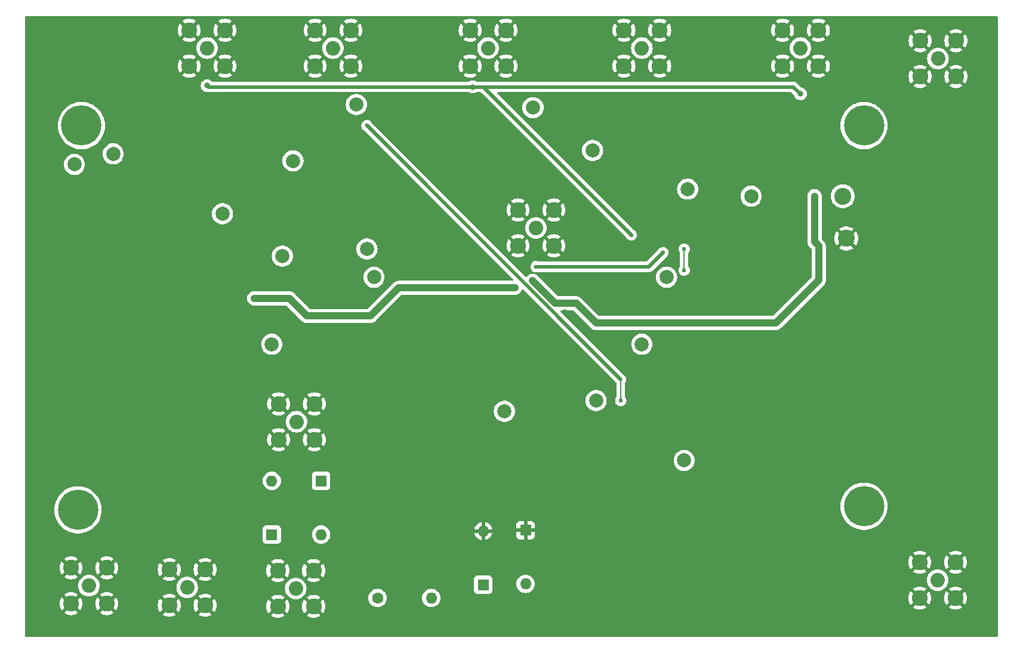
<source format=gbr>
%TF.GenerationSoftware,KiCad,Pcbnew,8.0.6*%
%TF.CreationDate,2025-02-17T16:21:55-05:00*%
%TF.ProjectId,PCB Design,50434220-4465-4736-9967-6e2e6b696361,rev?*%
%TF.SameCoordinates,Original*%
%TF.FileFunction,Copper,L2,Bot*%
%TF.FilePolarity,Positive*%
%FSLAX46Y46*%
G04 Gerber Fmt 4.6, Leading zero omitted, Abs format (unit mm)*
G04 Created by KiCad (PCBNEW 8.0.6) date 2025-02-17 16:21:55*
%MOMM*%
%LPD*%
G01*
G04 APERTURE LIST*
%TA.AperFunction,ComponentPad*%
%ADD10C,2.050000*%
%TD*%
%TA.AperFunction,ComponentPad*%
%ADD11C,2.250000*%
%TD*%
%TA.AperFunction,ComponentPad*%
%ADD12C,5.700000*%
%TD*%
%TA.AperFunction,ComponentPad*%
%ADD13C,2.000000*%
%TD*%
%TA.AperFunction,ComponentPad*%
%ADD14R,1.600000X1.600000*%
%TD*%
%TA.AperFunction,ComponentPad*%
%ADD15O,1.600000X1.600000*%
%TD*%
%TA.AperFunction,ComponentPad*%
%ADD16C,1.600000*%
%TD*%
%TA.AperFunction,ComponentPad*%
%ADD17C,2.400000*%
%TD*%
%TA.AperFunction,ComponentPad*%
%ADD18C,1.016000*%
%TD*%
%TA.AperFunction,ViaPad*%
%ADD19C,0.600000*%
%TD*%
%TA.AperFunction,ViaPad*%
%ADD20C,0.800000*%
%TD*%
%TA.AperFunction,Conductor*%
%ADD21C,1.000000*%
%TD*%
%TA.AperFunction,Conductor*%
%ADD22C,0.500000*%
%TD*%
%TA.AperFunction,Conductor*%
%ADD23C,0.200000*%
%TD*%
G04 APERTURE END LIST*
D10*
%TO.P,24V_DC,1,In*%
%TO.N,Net-(12V_REG1-VI)*%
X107061000Y-143764000D03*
D11*
%TO.P,24V_DC,2,Ext*%
%TO.N,GND*%
X104521000Y-141224000D03*
X104521000Y-146304000D03*
X109601000Y-141224000D03*
X109601000Y-146304000D03*
%TD*%
D10*
%TO.P,24V_AMP_PWR,1,In*%
%TO.N,Net-(12V_REG1-VI)*%
X121000000Y-144000000D03*
D11*
%TO.P,24V_AMP_PWR,2,Ext*%
%TO.N,GND*%
X118460000Y-141460000D03*
X118460000Y-146540000D03*
X123540000Y-141460000D03*
X123540000Y-146540000D03*
%TD*%
D12*
%TO.P,REF\u002A\u002A,1*%
%TO.N,N/C*%
X217000000Y-78500000D03*
%TD*%
D13*
%TO.P,TP17,1,1*%
%TO.N,Net-(-5V_REG1-C1+)*%
X126000000Y-91000000D03*
%TD*%
%TO.P,TP7,1,1*%
%TO.N,Net-(LNA1-+IN1)*%
X136000000Y-83500000D03*
%TD*%
D10*
%TO.P,HP_AMP_IN,1,In*%
%TO.N,Net-(J9-In)*%
X170460000Y-93000000D03*
D11*
%TO.P,HP_AMP_IN,2,Ext*%
%TO.N,GND*%
X173000000Y-95540000D03*
X173000000Y-90460000D03*
X167920000Y-95540000D03*
X167920000Y-90460000D03*
%TD*%
D14*
%TO.P,D2,1,K*%
%TO.N,Net-(D1-A)*%
X140000000Y-128880000D03*
D15*
%TO.P,D2,2,A*%
%TO.N,Net-(D1-K)*%
X140000000Y-136500000D03*
%TD*%
D12*
%TO.P,REF\u002A\u002A,1*%
%TO.N,N/C*%
X105500000Y-133000000D03*
%TD*%
%TO.P,REF\u002A\u002A,1*%
%TO.N,N/C*%
X106000000Y-78500000D03*
%TD*%
D14*
%TO.P,D1,1,K*%
%TO.N,Net-(D1-K)*%
X133000000Y-136500000D03*
D15*
%TO.P,D1,2,A*%
%TO.N,Net-(D1-A)*%
X133000000Y-128880000D03*
%TD*%
D16*
%TO.P,0.56uH,1,1*%
%TO.N,Net-(D1-A)*%
X148000000Y-145500000D03*
D15*
%TO.P,0.56uH,2,2*%
%TO.N,Net-(D10-common)*%
X155620000Y-145500000D03*
%TD*%
D10*
%TO.P,SIN_GEN,1,In*%
%TO.N,Net-(J10-In)*%
X185500000Y-67500000D03*
D11*
%TO.P,SIN_GEN,2,Ext*%
%TO.N,GND*%
X188040000Y-70040000D03*
X188040000Y-64960000D03*
X182960000Y-70040000D03*
X182960000Y-64960000D03*
%TD*%
D13*
%TO.P,TP3,1,1*%
%TO.N,Net-(LNA1-OUT1)*%
X146500000Y-96000000D03*
%TD*%
%TO.P,TP13,1,1*%
%TO.N,Net-(J11-In)*%
X191500000Y-126000000D03*
%TD*%
D10*
%TO.P,O-SCOPE_TRIG,1,In*%
%TO.N,Net-(J4-In)*%
X163675000Y-67500000D03*
D11*
%TO.P,O-SCOPE_TRIG,2,Ext*%
%TO.N,GND*%
X166215000Y-70040000D03*
X166215000Y-64960000D03*
X161135000Y-70040000D03*
X161135000Y-64960000D03*
%TD*%
D14*
%TO.P,D4,1,K*%
%TO.N,GND*%
X169000000Y-135880000D03*
D15*
%TO.P,D4,2,A*%
%TO.N,Net-(D10-common)*%
X169000000Y-143500000D03*
%TD*%
D10*
%TO.P,F_OUT,1,In*%
%TO.N,Net-(J12-In)*%
X141675000Y-67500000D03*
D11*
%TO.P,F_OUT,2,Ext*%
%TO.N,GND*%
X144215000Y-70040000D03*
X144215000Y-64960000D03*
X139135000Y-70040000D03*
X139135000Y-64960000D03*
%TD*%
D10*
%TO.P,LNA_OUT,1,In*%
%TO.N,Net-(J11-In)*%
X227500000Y-69000000D03*
D11*
%TO.P,LNA_OUT,2,Ext*%
%TO.N,GND*%
X230040000Y-71540000D03*
X230040000Y-66460000D03*
X224960000Y-71540000D03*
X224960000Y-66460000D03*
%TD*%
D10*
%TO.P,LNA_IN,1,In*%
%TO.N,Net-(D10-common)*%
X227460000Y-142960000D03*
D11*
%TO.P,LNA_IN,2,Ext*%
%TO.N,GND*%
X224920000Y-140420000D03*
X224920000Y-145500000D03*
X230000000Y-140420000D03*
X230000000Y-145500000D03*
%TD*%
D17*
%TO.P,GNDPin1,1,In*%
%TO.N,GND*%
X214500000Y-94500000D03*
%TD*%
D18*
%TO.P,Power_Spliter,6,GND*%
%TO.N,GND*%
X200385000Y-97420000D03*
X200385000Y-98690000D03*
X200385000Y-99960000D03*
X200385000Y-101230000D03*
X200385000Y-102500000D03*
%TD*%
D13*
%TO.P,TP8,1,1*%
%TO.N,Net-(J9-In)*%
X192000000Y-87500000D03*
%TD*%
%TO.P,TP6,1,1*%
%TO.N,Net-(-5V_REG1-OUT)*%
X110500000Y-82500000D03*
%TD*%
%TO.P,TP9,1,1*%
%TO.N,Net-(1.8V_Reg.1-OUT)*%
X166000000Y-119000000D03*
%TD*%
%TO.P,TP11,1,1*%
%TO.N,Net-(Mixer1-LO)*%
X185500000Y-109500000D03*
%TD*%
D10*
%TO.P,SIN_TRIG,1,In*%
%TO.N,Net-(J4-In)*%
X208000000Y-67500000D03*
D11*
%TO.P,SIN_TRIG,2,Ext*%
%TO.N,GND*%
X210540000Y-70040000D03*
X210540000Y-64960000D03*
X205460000Y-70040000D03*
X205460000Y-64960000D03*
%TD*%
D13*
%TO.P,TP2,1,1*%
%TO.N,Net-(1.8V_Reg.1-OUT)*%
X178500000Y-82000000D03*
%TD*%
D10*
%TO.P,IMPD_MATCH,1,In*%
%TO.N,Net-(D1-A)*%
X136500000Y-120500000D03*
D11*
%TO.P,IMPD_MATCH,2,Ext*%
%TO.N,GND*%
X133960000Y-117960000D03*
X133960000Y-123040000D03*
X139040000Y-117960000D03*
X139040000Y-123040000D03*
%TD*%
D13*
%TO.P,TP10,1,1*%
%TO.N,Net-(J4-In)*%
X170053000Y-75946000D03*
%TD*%
%TO.P,TP5,1,1*%
%TO.N,Net-(LNA1--IN1)*%
X145000000Y-75500000D03*
%TD*%
D12*
%TO.P,REF\u002A\u002A,1*%
%TO.N,N/C*%
X217000000Y-132500000D03*
%TD*%
D10*
%TO.P,HP_AMP_OUT,1,In*%
%TO.N,Net-(D1-K)*%
X136398000Y-144145000D03*
D11*
%TO.P,HP_AMP_OUT,2,Ext*%
%TO.N,GND*%
X133858000Y-141605000D03*
X133858000Y-146685000D03*
X138938000Y-141605000D03*
X138938000Y-146685000D03*
%TD*%
D10*
%TO.P,PULSE_GEN,1,In*%
%TO.N,Net-(J4-In)*%
X123825000Y-67500000D03*
D11*
%TO.P,PULSE_GEN,2,Ext*%
%TO.N,GND*%
X126365000Y-70040000D03*
X126365000Y-64960000D03*
X121285000Y-70040000D03*
X121285000Y-64960000D03*
%TD*%
D14*
%TO.P,D3,1,K*%
%TO.N,Net-(D10-common)*%
X163000000Y-143620000D03*
D15*
%TO.P,D3,2,A*%
%TO.N,GND*%
X163000000Y-136000000D03*
%TD*%
D17*
%TO.P,+12VPin1,1,In*%
%TO.N,Net-(+12VPin1-In)*%
X214000000Y-88500000D03*
%TD*%
D13*
%TO.P,TP18,1,1*%
%TO.N,Net-(-5V_REG1-C1-)*%
X134500000Y-97000000D03*
%TD*%
%TO.P,TP4,1,1*%
%TO.N,Net-(-5V_REG1-V+)*%
X147500000Y-100000000D03*
%TD*%
%TO.P,TP12,1,1*%
%TO.N,Net-(Mixer1-IF)*%
X179000000Y-117500000D03*
%TD*%
%TO.P,TP14,1,1*%
%TO.N,Net-(J10-In)*%
X201000000Y-88500000D03*
%TD*%
%TO.P,TP1,1,1*%
%TO.N,Net-(-5V_REG1-V+)*%
X133000000Y-109500000D03*
%TD*%
%TO.P,TP16,1,1*%
%TO.N,Net-(-5V_REG1-OUT)*%
X105000000Y-84000000D03*
%TD*%
%TO.P,TP15,1,1*%
%TO.N,Net-(PWRSplitter1-PORT2)*%
X189000000Y-100000000D03*
%TD*%
D19*
%TO.N,Net-(+12VPin1-In)*%
X130500000Y-103000000D03*
X210000000Y-88500000D03*
X170000000Y-100500000D03*
X167500000Y-101500000D03*
D20*
%TO.N,GND*%
X171000000Y-67000000D03*
X129000000Y-80000000D03*
X191000000Y-65500000D03*
X194500000Y-135000000D03*
X216500000Y-96500000D03*
X175317396Y-119769059D03*
X110500000Y-137000000D03*
X134500000Y-81000000D03*
X155500000Y-149500000D03*
X174500000Y-105000000D03*
X117500000Y-109000000D03*
X143000000Y-121500000D03*
X181000000Y-127500000D03*
X154000000Y-104000000D03*
X159000000Y-136500000D03*
X125500000Y-93500000D03*
X174500000Y-112000000D03*
X124000000Y-138000000D03*
X146500000Y-92000000D03*
X174500000Y-141500000D03*
X99500000Y-96000000D03*
X173483495Y-78277049D03*
X100500000Y-148000000D03*
X208500000Y-133000000D03*
X164000000Y-117000000D03*
X114500000Y-125500000D03*
X137500000Y-100000000D03*
X163830000Y-92964000D03*
X185500000Y-96500000D03*
X155000000Y-69000000D03*
X137378569Y-111172648D03*
X217006986Y-147353986D03*
X148500000Y-132500000D03*
X168943498Y-149035062D03*
X151500000Y-141500000D03*
X101000000Y-111500000D03*
X185000000Y-149000000D03*
X160500000Y-75500000D03*
X181483000Y-75057000D03*
X180000000Y-66500000D03*
X209500000Y-149000000D03*
X130500000Y-139500000D03*
X113500000Y-146500000D03*
X129000000Y-66500000D03*
X138194902Y-89247445D03*
X150500000Y-66500000D03*
X230990481Y-133370491D03*
X139500000Y-75500000D03*
X194500000Y-146000000D03*
X209000000Y-98500000D03*
X115000000Y-95000000D03*
X188000000Y-103500000D03*
X216500000Y-68000000D03*
X177000000Y-89000000D03*
X157196503Y-78572380D03*
X182616059Y-80994891D03*
X233970570Y-143380534D03*
X135000000Y-86000000D03*
X128000000Y-121500000D03*
X195500000Y-75000000D03*
X199500000Y-115000000D03*
X162500000Y-103500000D03*
X200500000Y-108000000D03*
X185500000Y-91500000D03*
X159488880Y-86213634D03*
X199000000Y-121000000D03*
X207000000Y-84500000D03*
X190000000Y-83000000D03*
X125000000Y-88000000D03*
X169545000Y-129032000D03*
X207379006Y-120074709D03*
X179700000Y-94500000D03*
X102500000Y-85500000D03*
X139519735Y-80508165D03*
X131500000Y-88500000D03*
X232000000Y-81000000D03*
X101854000Y-137160000D03*
X128778000Y-109982000D03*
X191000000Y-92500000D03*
X213000000Y-98500000D03*
X128500000Y-100000000D03*
X106000000Y-95000000D03*
X183000000Y-109000000D03*
X168096410Y-81944851D03*
X197500000Y-86000000D03*
X200500000Y-91500000D03*
X212500000Y-92500000D03*
X181500000Y-135000000D03*
X182500000Y-102500000D03*
X123500000Y-134000000D03*
X131000000Y-145500000D03*
X143880184Y-145290848D03*
X158000000Y-130500000D03*
X148500000Y-98000000D03*
X154802244Y-98592466D03*
X214867435Y-141623046D03*
X169000000Y-119500000D03*
X199000000Y-133000000D03*
X111474717Y-132491747D03*
X149500000Y-113500000D03*
X233000000Y-99500000D03*
X180500000Y-114500000D03*
X193000000Y-91000000D03*
X156176054Y-119425202D03*
X126305300Y-149493537D03*
D19*
%TO.N,Net-(Mixer1-IF)*%
X182500000Y-117500000D03*
X146500000Y-78500000D03*
D20*
%TO.N,Net-(J4-In)*%
X161500000Y-73000000D03*
D19*
X184000000Y-94000000D03*
D20*
X208000000Y-74000000D03*
X123825000Y-72825000D03*
D19*
%TO.N,Net-(J9-In)*%
X170500000Y-98500000D03*
X188500000Y-96500000D03*
%TO.N,Net-(Mixer1-LO)*%
X191500000Y-99000000D03*
X191500000Y-96000000D03*
%TD*%
D21*
%TO.N,Net-(+12VPin1-In)*%
X210600000Y-100400000D02*
X210600000Y-95600000D01*
X210600000Y-95600000D02*
X210000000Y-95000000D01*
X135500000Y-103000000D02*
X130500000Y-103000000D01*
X167500000Y-101500000D02*
X151000000Y-101500000D01*
X176208000Y-103708000D02*
X179000000Y-106500000D01*
X147000000Y-105500000D02*
X138000000Y-105500000D01*
X138000000Y-105500000D02*
X135500000Y-103000000D01*
X179000000Y-106500000D02*
X204500000Y-106500000D01*
X151000000Y-101500000D02*
X147000000Y-105500000D01*
X173208000Y-103708000D02*
X176208000Y-103708000D01*
X170000000Y-100500000D02*
X173208000Y-103708000D01*
X210000000Y-95000000D02*
X210000000Y-88500000D01*
X204500000Y-106500000D02*
X210600000Y-100400000D01*
D22*
%TO.N,Net-(Mixer1-IF)*%
X146500000Y-78500000D02*
X182500000Y-114500000D01*
D23*
X182500000Y-114500000D02*
X182500000Y-117500000D01*
D22*
%TO.N,Net-(J4-In)*%
X207000000Y-73000000D02*
X208000000Y-74000000D01*
X161500000Y-73000000D02*
X207000000Y-73000000D01*
X124000000Y-73000000D02*
X161500000Y-73000000D01*
X184000000Y-94000000D02*
X163000000Y-73000000D01*
X163000000Y-73000000D02*
X161500000Y-73000000D01*
X123825000Y-72825000D02*
X124000000Y-73000000D01*
%TO.N,Net-(J9-In)*%
X170500000Y-98500000D02*
X186500000Y-98500000D01*
X186500000Y-98500000D02*
X188500000Y-96500000D01*
D23*
%TO.N,Net-(Mixer1-LO)*%
X191500000Y-99000000D02*
X191500000Y-96000000D01*
%TD*%
%TA.AperFunction,Conductor*%
%TO.N,GND*%
G36*
X235942539Y-63020185D02*
G01*
X235988294Y-63072989D01*
X235999500Y-63124500D01*
X235999500Y-150875500D01*
X235979815Y-150942539D01*
X235927011Y-150988294D01*
X235875500Y-150999500D01*
X98124500Y-150999500D01*
X98057461Y-150979815D01*
X98011706Y-150927011D01*
X98000500Y-150875500D01*
X98000500Y-146304000D01*
X102890975Y-146304000D01*
X102911042Y-146558989D01*
X102970752Y-146807702D01*
X103068634Y-147044012D01*
X103068636Y-147044015D01*
X103202277Y-147262098D01*
X103202284Y-147262107D01*
X103205533Y-147265912D01*
X103766884Y-146704560D01*
X103767740Y-146706626D01*
X103860762Y-146845844D01*
X103979156Y-146964238D01*
X104118374Y-147057260D01*
X104120437Y-147058114D01*
X103559087Y-147619465D01*
X103562897Y-147622719D01*
X103780984Y-147756363D01*
X103780987Y-147756365D01*
X104017297Y-147854247D01*
X104266011Y-147913957D01*
X104266010Y-147913957D01*
X104521000Y-147934024D01*
X104775989Y-147913957D01*
X105024702Y-147854247D01*
X105261012Y-147756365D01*
X105261015Y-147756363D01*
X105479095Y-147622724D01*
X105479110Y-147622713D01*
X105482911Y-147619466D01*
X105482911Y-147619464D01*
X104921562Y-147058114D01*
X104923626Y-147057260D01*
X105062844Y-146964238D01*
X105181238Y-146845844D01*
X105274260Y-146706626D01*
X105275114Y-146704561D01*
X105836464Y-147265911D01*
X105836466Y-147265911D01*
X105839713Y-147262110D01*
X105839724Y-147262095D01*
X105973363Y-147044015D01*
X105973365Y-147044012D01*
X106071247Y-146807702D01*
X106130957Y-146558989D01*
X106151024Y-146304000D01*
X107970975Y-146304000D01*
X107991042Y-146558989D01*
X108050752Y-146807702D01*
X108148634Y-147044012D01*
X108148636Y-147044015D01*
X108282277Y-147262098D01*
X108282284Y-147262107D01*
X108285533Y-147265912D01*
X108846884Y-146704560D01*
X108847740Y-146706626D01*
X108940762Y-146845844D01*
X109059156Y-146964238D01*
X109198374Y-147057260D01*
X109200437Y-147058114D01*
X108639087Y-147619465D01*
X108642897Y-147622719D01*
X108860984Y-147756363D01*
X108860987Y-147756365D01*
X109097297Y-147854247D01*
X109346011Y-147913957D01*
X109346010Y-147913957D01*
X109601000Y-147934024D01*
X109855989Y-147913957D01*
X110104702Y-147854247D01*
X110341012Y-147756365D01*
X110341015Y-147756363D01*
X110559095Y-147622724D01*
X110559110Y-147622713D01*
X110562911Y-147619466D01*
X110562911Y-147619464D01*
X110001562Y-147058114D01*
X110003626Y-147057260D01*
X110142844Y-146964238D01*
X110261238Y-146845844D01*
X110354260Y-146706626D01*
X110355114Y-146704561D01*
X110916464Y-147265911D01*
X110916466Y-147265911D01*
X110919713Y-147262110D01*
X110919724Y-147262095D01*
X111053363Y-147044015D01*
X111053365Y-147044012D01*
X111151247Y-146807702D01*
X111210957Y-146558989D01*
X111212451Y-146540000D01*
X116829975Y-146540000D01*
X116850042Y-146794989D01*
X116909752Y-147043702D01*
X117007634Y-147280012D01*
X117007636Y-147280015D01*
X117141277Y-147498098D01*
X117141284Y-147498107D01*
X117144533Y-147501912D01*
X117705884Y-146940560D01*
X117706740Y-146942626D01*
X117799762Y-147081844D01*
X117918156Y-147200238D01*
X118057374Y-147293260D01*
X118059437Y-147294114D01*
X117498087Y-147855465D01*
X117501897Y-147858719D01*
X117719984Y-147992363D01*
X117719987Y-147992365D01*
X117956297Y-148090247D01*
X118205011Y-148149957D01*
X118205010Y-148149957D01*
X118460000Y-148170024D01*
X118714989Y-148149957D01*
X118963702Y-148090247D01*
X119200012Y-147992365D01*
X119200015Y-147992363D01*
X119418095Y-147858724D01*
X119418110Y-147858713D01*
X119421911Y-147855466D01*
X119421911Y-147855464D01*
X118860562Y-147294114D01*
X118862626Y-147293260D01*
X119001844Y-147200238D01*
X119120238Y-147081844D01*
X119213260Y-146942626D01*
X119214114Y-146940561D01*
X119775464Y-147501911D01*
X119775466Y-147501911D01*
X119778713Y-147498110D01*
X119778724Y-147498095D01*
X119912363Y-147280015D01*
X119912365Y-147280012D01*
X120010247Y-147043702D01*
X120069957Y-146794989D01*
X120090024Y-146540000D01*
X121909975Y-146540000D01*
X121930042Y-146794989D01*
X121989752Y-147043702D01*
X122087634Y-147280012D01*
X122087636Y-147280015D01*
X122221277Y-147498098D01*
X122221284Y-147498107D01*
X122224533Y-147501912D01*
X122785884Y-146940560D01*
X122786740Y-146942626D01*
X122879762Y-147081844D01*
X122998156Y-147200238D01*
X123137374Y-147293260D01*
X123139437Y-147294114D01*
X122578087Y-147855465D01*
X122581897Y-147858719D01*
X122799984Y-147992363D01*
X122799987Y-147992365D01*
X123036297Y-148090247D01*
X123285011Y-148149957D01*
X123285010Y-148149957D01*
X123540000Y-148170024D01*
X123794989Y-148149957D01*
X124043702Y-148090247D01*
X124280012Y-147992365D01*
X124280015Y-147992363D01*
X124498095Y-147858724D01*
X124498110Y-147858713D01*
X124501911Y-147855466D01*
X124501911Y-147855464D01*
X123940562Y-147294114D01*
X123942626Y-147293260D01*
X124081844Y-147200238D01*
X124200238Y-147081844D01*
X124293260Y-146942626D01*
X124294114Y-146940561D01*
X124855464Y-147501911D01*
X124855466Y-147501911D01*
X124858713Y-147498110D01*
X124858724Y-147498095D01*
X124992363Y-147280015D01*
X124992365Y-147280012D01*
X125090247Y-147043702D01*
X125149957Y-146794989D01*
X125158613Y-146685000D01*
X132227975Y-146685000D01*
X132248042Y-146939989D01*
X132307752Y-147188702D01*
X132405634Y-147425012D01*
X132405636Y-147425015D01*
X132539277Y-147643098D01*
X132539284Y-147643107D01*
X132542533Y-147646912D01*
X133103884Y-147085560D01*
X133104740Y-147087626D01*
X133197762Y-147226844D01*
X133316156Y-147345238D01*
X133455374Y-147438260D01*
X133457437Y-147439114D01*
X132896087Y-148000465D01*
X132899897Y-148003719D01*
X133117984Y-148137363D01*
X133117987Y-148137365D01*
X133354297Y-148235247D01*
X133603011Y-148294957D01*
X133603010Y-148294957D01*
X133858000Y-148315024D01*
X134112989Y-148294957D01*
X134361702Y-148235247D01*
X134598012Y-148137365D01*
X134598015Y-148137363D01*
X134816095Y-148003724D01*
X134816110Y-148003713D01*
X134819911Y-148000466D01*
X134819911Y-148000464D01*
X134258562Y-147439114D01*
X134260626Y-147438260D01*
X134399844Y-147345238D01*
X134518238Y-147226844D01*
X134611260Y-147087626D01*
X134612114Y-147085561D01*
X135173464Y-147646911D01*
X135173466Y-147646911D01*
X135176713Y-147643110D01*
X135176724Y-147643095D01*
X135310363Y-147425015D01*
X135310365Y-147425012D01*
X135408247Y-147188702D01*
X135467957Y-146939989D01*
X135488024Y-146685000D01*
X137307975Y-146685000D01*
X137328042Y-146939989D01*
X137387752Y-147188702D01*
X137485634Y-147425012D01*
X137485636Y-147425015D01*
X137619277Y-147643098D01*
X137619284Y-147643107D01*
X137622533Y-147646912D01*
X138183884Y-147085560D01*
X138184740Y-147087626D01*
X138277762Y-147226844D01*
X138396156Y-147345238D01*
X138535374Y-147438260D01*
X138537437Y-147439114D01*
X137976087Y-148000465D01*
X137979897Y-148003719D01*
X138197984Y-148137363D01*
X138197987Y-148137365D01*
X138434297Y-148235247D01*
X138683011Y-148294957D01*
X138683010Y-148294957D01*
X138938000Y-148315024D01*
X139192989Y-148294957D01*
X139441702Y-148235247D01*
X139678012Y-148137365D01*
X139678015Y-148137363D01*
X139896095Y-148003724D01*
X139896110Y-148003713D01*
X139899911Y-148000466D01*
X139899911Y-148000464D01*
X139338562Y-147439114D01*
X139340626Y-147438260D01*
X139479844Y-147345238D01*
X139598238Y-147226844D01*
X139691260Y-147087626D01*
X139692114Y-147085562D01*
X140253464Y-147646911D01*
X140253466Y-147646911D01*
X140256713Y-147643110D01*
X140256724Y-147643095D01*
X140390363Y-147425015D01*
X140390365Y-147425012D01*
X140488247Y-147188702D01*
X140547957Y-146939989D01*
X140568024Y-146685000D01*
X140547957Y-146430010D01*
X140488247Y-146181297D01*
X140390365Y-145944987D01*
X140390363Y-145944984D01*
X140256719Y-145726897D01*
X140253465Y-145723087D01*
X139692114Y-146284437D01*
X139691260Y-146282374D01*
X139598238Y-146143156D01*
X139479844Y-146024762D01*
X139340626Y-145931740D01*
X139338561Y-145930884D01*
X139769447Y-145499998D01*
X146694532Y-145499998D01*
X146694532Y-145500001D01*
X146714364Y-145726686D01*
X146714366Y-145726697D01*
X146773258Y-145946488D01*
X146773261Y-145946497D01*
X146869431Y-146152732D01*
X146869432Y-146152734D01*
X146999954Y-146339141D01*
X147160858Y-146500045D01*
X147160861Y-146500047D01*
X147347266Y-146630568D01*
X147553504Y-146726739D01*
X147773308Y-146785635D01*
X147935230Y-146799801D01*
X147999998Y-146805468D01*
X148000000Y-146805468D01*
X148000002Y-146805468D01*
X148056673Y-146800509D01*
X148226692Y-146785635D01*
X148446496Y-146726739D01*
X148652734Y-146630568D01*
X148839139Y-146500047D01*
X149000047Y-146339139D01*
X149130568Y-146152734D01*
X149226739Y-145946496D01*
X149285635Y-145726692D01*
X149305468Y-145500000D01*
X149305468Y-145499998D01*
X154314532Y-145499998D01*
X154314532Y-145500001D01*
X154334364Y-145726686D01*
X154334366Y-145726697D01*
X154393258Y-145946488D01*
X154393261Y-145946497D01*
X154489431Y-146152732D01*
X154489432Y-146152734D01*
X154619954Y-146339141D01*
X154780858Y-146500045D01*
X154780861Y-146500047D01*
X154967266Y-146630568D01*
X155173504Y-146726739D01*
X155393308Y-146785635D01*
X155555230Y-146799801D01*
X155619998Y-146805468D01*
X155620000Y-146805468D01*
X155620002Y-146805468D01*
X155676673Y-146800509D01*
X155846692Y-146785635D01*
X156066496Y-146726739D01*
X156272734Y-146630568D01*
X156459139Y-146500047D01*
X156620047Y-146339139D01*
X156750568Y-146152734D01*
X156846739Y-145946496D01*
X156905635Y-145726692D01*
X156925468Y-145500000D01*
X223289975Y-145500000D01*
X223310042Y-145754989D01*
X223369752Y-146003702D01*
X223467634Y-146240012D01*
X223467636Y-146240015D01*
X223601277Y-146458098D01*
X223601284Y-146458107D01*
X223604533Y-146461912D01*
X224165884Y-145900560D01*
X224166740Y-145902626D01*
X224259762Y-146041844D01*
X224378156Y-146160238D01*
X224517374Y-146253260D01*
X224519437Y-146254114D01*
X223958087Y-146815465D01*
X223961897Y-146818719D01*
X224179984Y-146952363D01*
X224179987Y-146952365D01*
X224416297Y-147050247D01*
X224665011Y-147109957D01*
X224665010Y-147109957D01*
X224920000Y-147130024D01*
X225174989Y-147109957D01*
X225423702Y-147050247D01*
X225660012Y-146952365D01*
X225660015Y-146952363D01*
X225878095Y-146818724D01*
X225878110Y-146818713D01*
X225881911Y-146815466D01*
X225881911Y-146815464D01*
X225320562Y-146254114D01*
X225322626Y-146253260D01*
X225461844Y-146160238D01*
X225580238Y-146041844D01*
X225673260Y-145902626D01*
X225674114Y-145900561D01*
X226235464Y-146461911D01*
X226235466Y-146461911D01*
X226238713Y-146458110D01*
X226238724Y-146458095D01*
X226372363Y-146240015D01*
X226372365Y-146240012D01*
X226470247Y-146003702D01*
X226529957Y-145754989D01*
X226550024Y-145500000D01*
X228369975Y-145500000D01*
X228390042Y-145754989D01*
X228449752Y-146003702D01*
X228547634Y-146240012D01*
X228547636Y-146240015D01*
X228681277Y-146458098D01*
X228681284Y-146458107D01*
X228684533Y-146461912D01*
X229245884Y-145900560D01*
X229246740Y-145902626D01*
X229339762Y-146041844D01*
X229458156Y-146160238D01*
X229597374Y-146253260D01*
X229599437Y-146254114D01*
X229038087Y-146815465D01*
X229041897Y-146818719D01*
X229259984Y-146952363D01*
X229259987Y-146952365D01*
X229496297Y-147050247D01*
X229745011Y-147109957D01*
X229745010Y-147109957D01*
X230000000Y-147130024D01*
X230254989Y-147109957D01*
X230503702Y-147050247D01*
X230740012Y-146952365D01*
X230740015Y-146952363D01*
X230958095Y-146818724D01*
X230958110Y-146818713D01*
X230961911Y-146815466D01*
X230961911Y-146815464D01*
X230400562Y-146254114D01*
X230402626Y-146253260D01*
X230541844Y-146160238D01*
X230660238Y-146041844D01*
X230753260Y-145902626D01*
X230754114Y-145900561D01*
X231315464Y-146461911D01*
X231315466Y-146461911D01*
X231318713Y-146458110D01*
X231318724Y-146458095D01*
X231452363Y-146240015D01*
X231452365Y-146240012D01*
X231550247Y-146003702D01*
X231609957Y-145754989D01*
X231630024Y-145500000D01*
X231609957Y-145245010D01*
X231550247Y-144996297D01*
X231452365Y-144759987D01*
X231452363Y-144759984D01*
X231318719Y-144541897D01*
X231315465Y-144538087D01*
X230754114Y-145099437D01*
X230753260Y-145097374D01*
X230660238Y-144958156D01*
X230541844Y-144839762D01*
X230402626Y-144746740D01*
X230400561Y-144745884D01*
X230961912Y-144184533D01*
X230958107Y-144181284D01*
X230958098Y-144181277D01*
X230740015Y-144047636D01*
X230740012Y-144047634D01*
X230503702Y-143949752D01*
X230254988Y-143890042D01*
X230254989Y-143890042D01*
X230000000Y-143869975D01*
X229745010Y-143890042D01*
X229496297Y-143949752D01*
X229259987Y-144047634D01*
X229259984Y-144047636D01*
X229041893Y-144181282D01*
X229038086Y-144184532D01*
X229599438Y-144745884D01*
X229597374Y-144746740D01*
X229458156Y-144839762D01*
X229339762Y-144958156D01*
X229246740Y-145097374D01*
X229245884Y-145099438D01*
X228684532Y-144538086D01*
X228681282Y-144541893D01*
X228547636Y-144759984D01*
X228547634Y-144759987D01*
X228449752Y-144996297D01*
X228390042Y-145245010D01*
X228369975Y-145500000D01*
X226550024Y-145500000D01*
X226529957Y-145245010D01*
X226470247Y-144996297D01*
X226372365Y-144759987D01*
X226372363Y-144759984D01*
X226238719Y-144541897D01*
X226235465Y-144538087D01*
X225674114Y-145099437D01*
X225673260Y-145097374D01*
X225580238Y-144958156D01*
X225461844Y-144839762D01*
X225322626Y-144746740D01*
X225320561Y-144745884D01*
X225881912Y-144184533D01*
X225878107Y-144181284D01*
X225878098Y-144181277D01*
X225660015Y-144047636D01*
X225660012Y-144047634D01*
X225423702Y-143949752D01*
X225174988Y-143890042D01*
X225174989Y-143890042D01*
X224920000Y-143869975D01*
X224665010Y-143890042D01*
X224416297Y-143949752D01*
X224179987Y-144047634D01*
X224179984Y-144047636D01*
X223961893Y-144181282D01*
X223958086Y-144184532D01*
X224519438Y-144745884D01*
X224517374Y-144746740D01*
X224378156Y-144839762D01*
X224259762Y-144958156D01*
X224166740Y-145097374D01*
X224165884Y-145099438D01*
X223604532Y-144538086D01*
X223601282Y-144541893D01*
X223467636Y-144759984D01*
X223467634Y-144759987D01*
X223369752Y-144996297D01*
X223310042Y-145245010D01*
X223289975Y-145500000D01*
X156925468Y-145500000D01*
X156905635Y-145273308D01*
X156846739Y-145053504D01*
X156750568Y-144847266D01*
X156635314Y-144682665D01*
X156620045Y-144660858D01*
X156459141Y-144499954D01*
X156272734Y-144369432D01*
X156272732Y-144369431D01*
X156066497Y-144273261D01*
X156066488Y-144273258D01*
X155846697Y-144214366D01*
X155846693Y-144214365D01*
X155846692Y-144214365D01*
X155846691Y-144214364D01*
X155846686Y-144214364D01*
X155620002Y-144194532D01*
X155619998Y-144194532D01*
X155393313Y-144214364D01*
X155393302Y-144214366D01*
X155173511Y-144273258D01*
X155173502Y-144273261D01*
X154967267Y-144369431D01*
X154967265Y-144369432D01*
X154780858Y-144499954D01*
X154619954Y-144660858D01*
X154489432Y-144847265D01*
X154489431Y-144847267D01*
X154393261Y-145053502D01*
X154393258Y-145053511D01*
X154334366Y-145273302D01*
X154334364Y-145273313D01*
X154314532Y-145499998D01*
X149305468Y-145499998D01*
X149285635Y-145273308D01*
X149226739Y-145053504D01*
X149130568Y-144847266D01*
X149015314Y-144682665D01*
X149000045Y-144660858D01*
X148839141Y-144499954D01*
X148652734Y-144369432D01*
X148652732Y-144369431D01*
X148446497Y-144273261D01*
X148446488Y-144273258D01*
X148226697Y-144214366D01*
X148226693Y-144214365D01*
X148226692Y-144214365D01*
X148226691Y-144214364D01*
X148226686Y-144214364D01*
X148000002Y-144194532D01*
X147999998Y-144194532D01*
X147773313Y-144214364D01*
X147773302Y-144214366D01*
X147553511Y-144273258D01*
X147553502Y-144273261D01*
X147347267Y-144369431D01*
X147347265Y-144369432D01*
X147160858Y-144499954D01*
X146999954Y-144660858D01*
X146869432Y-144847265D01*
X146869431Y-144847267D01*
X146773261Y-145053502D01*
X146773258Y-145053511D01*
X146714366Y-145273302D01*
X146714364Y-145273313D01*
X146694532Y-145499998D01*
X139769447Y-145499998D01*
X139899912Y-145369533D01*
X139896107Y-145366284D01*
X139896098Y-145366277D01*
X139678015Y-145232636D01*
X139678012Y-145232634D01*
X139441702Y-145134752D01*
X139192988Y-145075042D01*
X139192989Y-145075042D01*
X138938000Y-145054975D01*
X138683010Y-145075042D01*
X138434297Y-145134752D01*
X138197987Y-145232634D01*
X138197984Y-145232636D01*
X137979893Y-145366282D01*
X137976086Y-145369532D01*
X138537438Y-145930884D01*
X138535374Y-145931740D01*
X138396156Y-146024762D01*
X138277762Y-146143156D01*
X138184740Y-146282374D01*
X138183884Y-146284438D01*
X137622532Y-145723086D01*
X137619282Y-145726893D01*
X137485636Y-145944984D01*
X137485634Y-145944987D01*
X137387752Y-146181297D01*
X137328042Y-146430010D01*
X137307975Y-146685000D01*
X135488024Y-146685000D01*
X135467957Y-146430010D01*
X135408247Y-146181297D01*
X135310365Y-145944987D01*
X135310363Y-145944984D01*
X135176719Y-145726897D01*
X135173465Y-145723087D01*
X134612114Y-146284437D01*
X134611260Y-146282374D01*
X134518238Y-146143156D01*
X134399844Y-146024762D01*
X134260626Y-145931740D01*
X134258561Y-145930884D01*
X134819912Y-145369533D01*
X134816107Y-145366284D01*
X134816098Y-145366277D01*
X134598015Y-145232636D01*
X134598012Y-145232634D01*
X134361702Y-145134752D01*
X134112988Y-145075042D01*
X134112989Y-145075042D01*
X133858000Y-145054975D01*
X133603010Y-145075042D01*
X133354297Y-145134752D01*
X133117987Y-145232634D01*
X133117984Y-145232636D01*
X132899893Y-145366282D01*
X132896086Y-145369532D01*
X133457438Y-145930884D01*
X133455374Y-145931740D01*
X133316156Y-146024762D01*
X133197762Y-146143156D01*
X133104740Y-146282374D01*
X133103884Y-146284438D01*
X132542532Y-145723086D01*
X132539282Y-145726893D01*
X132405636Y-145944984D01*
X132405634Y-145944987D01*
X132307752Y-146181297D01*
X132248042Y-146430010D01*
X132227975Y-146685000D01*
X125158613Y-146685000D01*
X125170024Y-146540000D01*
X125149957Y-146285010D01*
X125090247Y-146036297D01*
X124992365Y-145799987D01*
X124992363Y-145799984D01*
X124858719Y-145581897D01*
X124855465Y-145578087D01*
X124294114Y-146139437D01*
X124293260Y-146137374D01*
X124200238Y-145998156D01*
X124081844Y-145879762D01*
X123942626Y-145786740D01*
X123940561Y-145785884D01*
X124501912Y-145224533D01*
X124498107Y-145221284D01*
X124498098Y-145221277D01*
X124280015Y-145087636D01*
X124280012Y-145087634D01*
X124043702Y-144989752D01*
X123794988Y-144930042D01*
X123794989Y-144930042D01*
X123540000Y-144909975D01*
X123285010Y-144930042D01*
X123036297Y-144989752D01*
X122799987Y-145087634D01*
X122799984Y-145087636D01*
X122581893Y-145221282D01*
X122578086Y-145224532D01*
X123139438Y-145785884D01*
X123137374Y-145786740D01*
X122998156Y-145879762D01*
X122879762Y-145998156D01*
X122786740Y-146137374D01*
X122785884Y-146139438D01*
X122224532Y-145578086D01*
X122221282Y-145581893D01*
X122087636Y-145799984D01*
X122087634Y-145799987D01*
X121989752Y-146036297D01*
X121930042Y-146285010D01*
X121909975Y-146540000D01*
X120090024Y-146540000D01*
X120069957Y-146285010D01*
X120010247Y-146036297D01*
X119912365Y-145799987D01*
X119912363Y-145799984D01*
X119778719Y-145581897D01*
X119775465Y-145578087D01*
X119214114Y-146139437D01*
X119213260Y-146137374D01*
X119120238Y-145998156D01*
X119001844Y-145879762D01*
X118862626Y-145786740D01*
X118860561Y-145785884D01*
X119421912Y-145224533D01*
X119418107Y-145221284D01*
X119418098Y-145221277D01*
X119200015Y-145087636D01*
X119200012Y-145087634D01*
X118963702Y-144989752D01*
X118714988Y-144930042D01*
X118714989Y-144930042D01*
X118460000Y-144909975D01*
X118205010Y-144930042D01*
X117956297Y-144989752D01*
X117719987Y-145087634D01*
X117719984Y-145087636D01*
X117501893Y-145221282D01*
X117498086Y-145224532D01*
X118059438Y-145785884D01*
X118057374Y-145786740D01*
X117918156Y-145879762D01*
X117799762Y-145998156D01*
X117706740Y-146137374D01*
X117705884Y-146139438D01*
X117144532Y-145578086D01*
X117141282Y-145581893D01*
X117007636Y-145799984D01*
X117007634Y-145799987D01*
X116909752Y-146036297D01*
X116850042Y-146285010D01*
X116829975Y-146540000D01*
X111212451Y-146540000D01*
X111231024Y-146304000D01*
X111210957Y-146049010D01*
X111151247Y-145800297D01*
X111053365Y-145563987D01*
X111053363Y-145563984D01*
X110919719Y-145345897D01*
X110916465Y-145342087D01*
X110355114Y-145903437D01*
X110354260Y-145901374D01*
X110261238Y-145762156D01*
X110142844Y-145643762D01*
X110003626Y-145550740D01*
X110001561Y-145549884D01*
X110562912Y-144988533D01*
X110559107Y-144985284D01*
X110559098Y-144985277D01*
X110341015Y-144851636D01*
X110341012Y-144851634D01*
X110104702Y-144753752D01*
X109855988Y-144694042D01*
X109855989Y-144694042D01*
X109601000Y-144673975D01*
X109346010Y-144694042D01*
X109097297Y-144753752D01*
X108860987Y-144851634D01*
X108860984Y-144851636D01*
X108642893Y-144985282D01*
X108639086Y-144988532D01*
X109200438Y-145549884D01*
X109198374Y-145550740D01*
X109059156Y-145643762D01*
X108940762Y-145762156D01*
X108847740Y-145901374D01*
X108846884Y-145903438D01*
X108285532Y-145342086D01*
X108282282Y-145345893D01*
X108148636Y-145563984D01*
X108148634Y-145563987D01*
X108050752Y-145800297D01*
X107991042Y-146049010D01*
X107970975Y-146304000D01*
X106151024Y-146304000D01*
X106130957Y-146049010D01*
X106071247Y-145800297D01*
X105973365Y-145563987D01*
X105973363Y-145563984D01*
X105839719Y-145345897D01*
X105836465Y-145342087D01*
X105275114Y-145903437D01*
X105274260Y-145901374D01*
X105181238Y-145762156D01*
X105062844Y-145643762D01*
X104923626Y-145550740D01*
X104921561Y-145549884D01*
X105482912Y-144988533D01*
X105479107Y-144985284D01*
X105479098Y-144985277D01*
X105261015Y-144851636D01*
X105261012Y-144851634D01*
X105024702Y-144753752D01*
X104775988Y-144694042D01*
X104775989Y-144694042D01*
X104521000Y-144673975D01*
X104266010Y-144694042D01*
X104017297Y-144753752D01*
X103780987Y-144851634D01*
X103780984Y-144851636D01*
X103562893Y-144985282D01*
X103559086Y-144988532D01*
X104120438Y-145549884D01*
X104118374Y-145550740D01*
X103979156Y-145643762D01*
X103860762Y-145762156D01*
X103767740Y-145901374D01*
X103766884Y-145903438D01*
X103205532Y-145342086D01*
X103202282Y-145345893D01*
X103068636Y-145563984D01*
X103068634Y-145563987D01*
X102970752Y-145800297D01*
X102911042Y-146049010D01*
X102890975Y-146304000D01*
X98000500Y-146304000D01*
X98000500Y-143764000D01*
X105530783Y-143764000D01*
X105549623Y-144003382D01*
X105605674Y-144236853D01*
X105605676Y-144236859D01*
X105605677Y-144236863D01*
X105617415Y-144265201D01*
X105697565Y-144458702D01*
X105821446Y-144660858D01*
X105823028Y-144663439D01*
X105978973Y-144846027D01*
X106161561Y-145001972D01*
X106161563Y-145001973D01*
X106366297Y-145127434D01*
X106463047Y-145167508D01*
X106588137Y-145219323D01*
X106821621Y-145275377D01*
X107061000Y-145294217D01*
X107300379Y-145275377D01*
X107533863Y-145219323D01*
X107727365Y-145139171D01*
X107755702Y-145127434D01*
X107829800Y-145082027D01*
X107960439Y-145001972D01*
X108143027Y-144846027D01*
X108298972Y-144663439D01*
X108424433Y-144458704D01*
X108516323Y-144236863D01*
X108572377Y-144003379D01*
X108572643Y-144000000D01*
X119469783Y-144000000D01*
X119488623Y-144239382D01*
X119544674Y-144472853D01*
X119544678Y-144472865D01*
X119636565Y-144694702D01*
X119762026Y-144899436D01*
X119762028Y-144899439D01*
X119917973Y-145082027D01*
X120100561Y-145237972D01*
X120158233Y-145273313D01*
X120305297Y-145363434D01*
X120402047Y-145403508D01*
X120527137Y-145455323D01*
X120760621Y-145511377D01*
X121000000Y-145530217D01*
X121239379Y-145511377D01*
X121472863Y-145455323D01*
X121666365Y-145375171D01*
X121694702Y-145363434D01*
X121723320Y-145345897D01*
X121899439Y-145237972D01*
X122082027Y-145082027D01*
X122237972Y-144899439D01*
X122363433Y-144694704D01*
X122455323Y-144472863D01*
X122511377Y-144239379D01*
X122518805Y-144145000D01*
X134867783Y-144145000D01*
X134886623Y-144384382D01*
X134942674Y-144617853D01*
X134942678Y-144617865D01*
X135034565Y-144839702D01*
X135134004Y-145001972D01*
X135160028Y-145044439D01*
X135315973Y-145227027D01*
X135498561Y-145382972D01*
X135498563Y-145382973D01*
X135703297Y-145508434D01*
X135800047Y-145548508D01*
X135925137Y-145600323D01*
X136158621Y-145656377D01*
X136398000Y-145675217D01*
X136637379Y-145656377D01*
X136870863Y-145600323D01*
X137092704Y-145508433D01*
X137297439Y-145382972D01*
X137480027Y-145227027D01*
X137635972Y-145044439D01*
X137761433Y-144839704D01*
X137853323Y-144617863D01*
X137909377Y-144384379D01*
X137928217Y-144145000D01*
X137909377Y-143905621D01*
X137853323Y-143672137D01*
X137801508Y-143547047D01*
X137761434Y-143450297D01*
X137652975Y-143273308D01*
X137635972Y-143245561D01*
X137480027Y-143062973D01*
X137297439Y-142907028D01*
X137297436Y-142907026D01*
X137092702Y-142781565D01*
X136870865Y-142689678D01*
X136870867Y-142689678D01*
X136870863Y-142689677D01*
X136870859Y-142689676D01*
X136870853Y-142689674D01*
X136637382Y-142633623D01*
X136398000Y-142614783D01*
X136158617Y-142633623D01*
X135925146Y-142689674D01*
X135925134Y-142689678D01*
X135703297Y-142781565D01*
X135498563Y-142907026D01*
X135315973Y-143062973D01*
X135160026Y-143245563D01*
X135034565Y-143450297D01*
X134942678Y-143672134D01*
X134942674Y-143672146D01*
X134886623Y-143905617D01*
X134867783Y-144145000D01*
X122518805Y-144145000D01*
X122530217Y-144000000D01*
X122511377Y-143760621D01*
X122455323Y-143527137D01*
X122403508Y-143402047D01*
X122363434Y-143305297D01*
X122237973Y-143100563D01*
X122237972Y-143100561D01*
X122082027Y-142917973D01*
X121899439Y-142762028D01*
X121831869Y-142720621D01*
X121694702Y-142636565D01*
X121472865Y-142544678D01*
X121472867Y-142544678D01*
X121472863Y-142544677D01*
X121472859Y-142544676D01*
X121472853Y-142544674D01*
X121239382Y-142488623D01*
X121000000Y-142469783D01*
X120760617Y-142488623D01*
X120527146Y-142544674D01*
X120527134Y-142544678D01*
X120305297Y-142636565D01*
X120100563Y-142762026D01*
X119917973Y-142917973D01*
X119762026Y-143100563D01*
X119636565Y-143305297D01*
X119544678Y-143527134D01*
X119544674Y-143527146D01*
X119488623Y-143760617D01*
X119469783Y-144000000D01*
X108572643Y-144000000D01*
X108591217Y-143764000D01*
X108572377Y-143524621D01*
X108516323Y-143291137D01*
X108460035Y-143155247D01*
X108424434Y-143069297D01*
X108298973Y-142864563D01*
X108298972Y-142864561D01*
X108143027Y-142681973D01*
X107960439Y-142526028D01*
X107917890Y-142499954D01*
X107755702Y-142400565D01*
X107533865Y-142308678D01*
X107533867Y-142308678D01*
X107533863Y-142308677D01*
X107533859Y-142308676D01*
X107533853Y-142308674D01*
X107300382Y-142252623D01*
X107061000Y-142233783D01*
X106821617Y-142252623D01*
X106588146Y-142308674D01*
X106588134Y-142308678D01*
X106366297Y-142400565D01*
X106161563Y-142526026D01*
X105978973Y-142681973D01*
X105823026Y-142864563D01*
X105697565Y-143069297D01*
X105605678Y-143291134D01*
X105605674Y-143291146D01*
X105549623Y-143524617D01*
X105530783Y-143764000D01*
X98000500Y-143764000D01*
X98000500Y-141224000D01*
X102890975Y-141224000D01*
X102911042Y-141478989D01*
X102970752Y-141727702D01*
X103068634Y-141964012D01*
X103068636Y-141964015D01*
X103202277Y-142182098D01*
X103202284Y-142182107D01*
X103205533Y-142185912D01*
X103766884Y-141624560D01*
X103767740Y-141626626D01*
X103860762Y-141765844D01*
X103979156Y-141884238D01*
X104118374Y-141977260D01*
X104120437Y-141978114D01*
X103559087Y-142539465D01*
X103562897Y-142542719D01*
X103780984Y-142676363D01*
X103780987Y-142676365D01*
X104017297Y-142774247D01*
X104266011Y-142833957D01*
X104266010Y-142833957D01*
X104521000Y-142854024D01*
X104775989Y-142833957D01*
X105024702Y-142774247D01*
X105261012Y-142676365D01*
X105261015Y-142676363D01*
X105479095Y-142542724D01*
X105479110Y-142542713D01*
X105482911Y-142539466D01*
X105482911Y-142539464D01*
X104921562Y-141978114D01*
X104923626Y-141977260D01*
X105062844Y-141884238D01*
X105181238Y-141765844D01*
X105274260Y-141626626D01*
X105275114Y-141624561D01*
X105836464Y-142185911D01*
X105836466Y-142185911D01*
X105839713Y-142182110D01*
X105839724Y-142182095D01*
X105973363Y-141964015D01*
X105973365Y-141964012D01*
X106071247Y-141727702D01*
X106130957Y-141478989D01*
X106151024Y-141224000D01*
X107970975Y-141224000D01*
X107991042Y-141478989D01*
X108050752Y-141727702D01*
X108148634Y-141964012D01*
X108148636Y-141964015D01*
X108282277Y-142182098D01*
X108282284Y-142182107D01*
X108285533Y-142185912D01*
X108846884Y-141624560D01*
X108847740Y-141626626D01*
X108940762Y-141765844D01*
X109059156Y-141884238D01*
X109198374Y-141977260D01*
X109200437Y-141978114D01*
X108639087Y-142539465D01*
X108642897Y-142542719D01*
X108860984Y-142676363D01*
X108860987Y-142676365D01*
X109097297Y-142774247D01*
X109346011Y-142833957D01*
X109346010Y-142833957D01*
X109601000Y-142854024D01*
X109855989Y-142833957D01*
X110104702Y-142774247D01*
X110341012Y-142676365D01*
X110341015Y-142676363D01*
X110559095Y-142542724D01*
X110559110Y-142542713D01*
X110562911Y-142539466D01*
X110562911Y-142539464D01*
X110001562Y-141978114D01*
X110003626Y-141977260D01*
X110142844Y-141884238D01*
X110261238Y-141765844D01*
X110354260Y-141626626D01*
X110355114Y-141624561D01*
X110916464Y-142185911D01*
X110916466Y-142185911D01*
X110919713Y-142182110D01*
X110919724Y-142182095D01*
X111053363Y-141964015D01*
X111053365Y-141964012D01*
X111151247Y-141727702D01*
X111210957Y-141478989D01*
X111212451Y-141460000D01*
X116829975Y-141460000D01*
X116850042Y-141714989D01*
X116909752Y-141963702D01*
X117007634Y-142200012D01*
X117007636Y-142200015D01*
X117141277Y-142418098D01*
X117141284Y-142418107D01*
X117144533Y-142421912D01*
X117705884Y-141860560D01*
X117706740Y-141862626D01*
X117799762Y-142001844D01*
X117918156Y-142120238D01*
X118057374Y-142213260D01*
X118059437Y-142214114D01*
X117498087Y-142775465D01*
X117501897Y-142778719D01*
X117719984Y-142912363D01*
X117719987Y-142912365D01*
X117956297Y-143010247D01*
X118205011Y-143069957D01*
X118205010Y-143069957D01*
X118460000Y-143090024D01*
X118714989Y-143069957D01*
X118963702Y-143010247D01*
X119200012Y-142912365D01*
X119200015Y-142912363D01*
X119418095Y-142778724D01*
X119418110Y-142778713D01*
X119421911Y-142775466D01*
X119421911Y-142775464D01*
X118860562Y-142214114D01*
X118862626Y-142213260D01*
X119001844Y-142120238D01*
X119120238Y-142001844D01*
X119213260Y-141862626D01*
X119214114Y-141860561D01*
X119775464Y-142421911D01*
X119775466Y-142421911D01*
X119778713Y-142418110D01*
X119778724Y-142418095D01*
X119912363Y-142200015D01*
X119912365Y-142200012D01*
X120010247Y-141963702D01*
X120069957Y-141714989D01*
X120090024Y-141460000D01*
X121909975Y-141460000D01*
X121930042Y-141714989D01*
X121989752Y-141963702D01*
X122087634Y-142200012D01*
X122087636Y-142200015D01*
X122221277Y-142418098D01*
X122221284Y-142418107D01*
X122224533Y-142421912D01*
X122785884Y-141860560D01*
X122786740Y-141862626D01*
X122879762Y-142001844D01*
X122998156Y-142120238D01*
X123137374Y-142213260D01*
X123139437Y-142214114D01*
X122578087Y-142775465D01*
X122581897Y-142778719D01*
X122799984Y-142912363D01*
X122799987Y-142912365D01*
X123036297Y-143010247D01*
X123285011Y-143069957D01*
X123285010Y-143069957D01*
X123540000Y-143090024D01*
X123794989Y-143069957D01*
X124043702Y-143010247D01*
X124280012Y-142912365D01*
X124280015Y-142912363D01*
X124498095Y-142778724D01*
X124498110Y-142778713D01*
X124501911Y-142775466D01*
X124501911Y-142775464D01*
X123940562Y-142214114D01*
X123942626Y-142213260D01*
X124081844Y-142120238D01*
X124200238Y-142001844D01*
X124293260Y-141862626D01*
X124294114Y-141860561D01*
X124855464Y-142421911D01*
X124855466Y-142421911D01*
X124858713Y-142418110D01*
X124858724Y-142418095D01*
X124992363Y-142200015D01*
X124992365Y-142200012D01*
X125090247Y-141963702D01*
X125149957Y-141714989D01*
X125158613Y-141605000D01*
X132227975Y-141605000D01*
X132248042Y-141859989D01*
X132307752Y-142108702D01*
X132405634Y-142345012D01*
X132405636Y-142345015D01*
X132539277Y-142563098D01*
X132539284Y-142563107D01*
X132542533Y-142566912D01*
X133103884Y-142005560D01*
X133104740Y-142007626D01*
X133197762Y-142146844D01*
X133316156Y-142265238D01*
X133455374Y-142358260D01*
X133457437Y-142359114D01*
X132896087Y-142920465D01*
X132899897Y-142923719D01*
X133117984Y-143057363D01*
X133117987Y-143057365D01*
X133354297Y-143155247D01*
X133603011Y-143214957D01*
X133603010Y-143214957D01*
X133858000Y-143235024D01*
X134112989Y-143214957D01*
X134361702Y-143155247D01*
X134598012Y-143057365D01*
X134598015Y-143057363D01*
X134816095Y-142923724D01*
X134816110Y-142923713D01*
X134819911Y-142920466D01*
X134819911Y-142920464D01*
X134258562Y-142359114D01*
X134260626Y-142358260D01*
X134399844Y-142265238D01*
X134518238Y-142146844D01*
X134611260Y-142007626D01*
X134612114Y-142005561D01*
X135173464Y-142566911D01*
X135173466Y-142566911D01*
X135176713Y-142563110D01*
X135176724Y-142563095D01*
X135310363Y-142345015D01*
X135310365Y-142345012D01*
X135408247Y-142108702D01*
X135467957Y-141859989D01*
X135488024Y-141605000D01*
X137307975Y-141605000D01*
X137328042Y-141859989D01*
X137387752Y-142108702D01*
X137485634Y-142345012D01*
X137485636Y-142345015D01*
X137619277Y-142563098D01*
X137619284Y-142563107D01*
X137622533Y-142566912D01*
X138183884Y-142005560D01*
X138184740Y-142007626D01*
X138277762Y-142146844D01*
X138396156Y-142265238D01*
X138535374Y-142358260D01*
X138537437Y-142359114D01*
X137976087Y-142920465D01*
X137979897Y-142923719D01*
X138197984Y-143057363D01*
X138197987Y-143057365D01*
X138434297Y-143155247D01*
X138683011Y-143214957D01*
X138683010Y-143214957D01*
X138938000Y-143235024D01*
X139192989Y-143214957D01*
X139441702Y-143155247D01*
X139678012Y-143057365D01*
X139678015Y-143057363D01*
X139896095Y-142923724D01*
X139896110Y-142923713D01*
X139899911Y-142920466D01*
X139899911Y-142920464D01*
X139751582Y-142772135D01*
X161699500Y-142772135D01*
X161699500Y-144467870D01*
X161699501Y-144467876D01*
X161705908Y-144527483D01*
X161756202Y-144662328D01*
X161756206Y-144662335D01*
X161842452Y-144777544D01*
X161842455Y-144777547D01*
X161957664Y-144863793D01*
X161957671Y-144863797D01*
X162092517Y-144914091D01*
X162092516Y-144914091D01*
X162099444Y-144914835D01*
X162152127Y-144920500D01*
X163847872Y-144920499D01*
X163907483Y-144914091D01*
X164042331Y-144863796D01*
X164157546Y-144777546D01*
X164243796Y-144662331D01*
X164294091Y-144527483D01*
X164300500Y-144467873D01*
X164300499Y-143499998D01*
X167694532Y-143499998D01*
X167694532Y-143500001D01*
X167714364Y-143726686D01*
X167714366Y-143726697D01*
X167773258Y-143946488D01*
X167773261Y-143946497D01*
X167869431Y-144152732D01*
X167869432Y-144152734D01*
X167999954Y-144339141D01*
X168160858Y-144500045D01*
X168160861Y-144500047D01*
X168347266Y-144630568D01*
X168553504Y-144726739D01*
X168773308Y-144785635D01*
X168935230Y-144799801D01*
X168999998Y-144805468D01*
X169000000Y-144805468D01*
X169000002Y-144805468D01*
X169056673Y-144800509D01*
X169226692Y-144785635D01*
X169446496Y-144726739D01*
X169652734Y-144630568D01*
X169839139Y-144500047D01*
X170000047Y-144339139D01*
X170130568Y-144152734D01*
X170226739Y-143946496D01*
X170285635Y-143726692D01*
X170305468Y-143500000D01*
X170285635Y-143273308D01*
X170230971Y-143069297D01*
X170226741Y-143053511D01*
X170226738Y-143053502D01*
X170183137Y-142960000D01*
X225929783Y-142960000D01*
X225948623Y-143199382D01*
X226004674Y-143432853D01*
X226004676Y-143432859D01*
X226004677Y-143432863D01*
X226016415Y-143461201D01*
X226096565Y-143654702D01*
X226163543Y-143764000D01*
X226222028Y-143859439D01*
X226377973Y-144042027D01*
X226560561Y-144197972D01*
X226628136Y-144239382D01*
X226765297Y-144323434D01*
X226862047Y-144363508D01*
X226987137Y-144415323D01*
X227220621Y-144471377D01*
X227460000Y-144490217D01*
X227699379Y-144471377D01*
X227932863Y-144415323D01*
X228154704Y-144323433D01*
X228359439Y-144197972D01*
X228542027Y-144042027D01*
X228697972Y-143859439D01*
X228823433Y-143654704D01*
X228915323Y-143432863D01*
X228971377Y-143199379D01*
X228990217Y-142960000D01*
X228971377Y-142720621D01*
X228915323Y-142487137D01*
X228848540Y-142325909D01*
X228823434Y-142265297D01*
X228697973Y-142060563D01*
X228697972Y-142060561D01*
X228542027Y-141877973D01*
X228359439Y-141722028D01*
X228359436Y-141722026D01*
X228154702Y-141596565D01*
X227932865Y-141504678D01*
X227932867Y-141504678D01*
X227932863Y-141504677D01*
X227932859Y-141504676D01*
X227932853Y-141504674D01*
X227699382Y-141448623D01*
X227460000Y-141429783D01*
X227220617Y-141448623D01*
X226987146Y-141504674D01*
X226987134Y-141504678D01*
X226765297Y-141596565D01*
X226560563Y-141722026D01*
X226377973Y-141877973D01*
X226222026Y-142060563D01*
X226096565Y-142265297D01*
X226004678Y-142487134D01*
X226004674Y-142487146D01*
X225948623Y-142720617D01*
X225929783Y-142960000D01*
X170183137Y-142960000D01*
X170160923Y-142912363D01*
X170130568Y-142847266D01*
X170000047Y-142660861D01*
X170000045Y-142660858D01*
X169839141Y-142499954D01*
X169652734Y-142369432D01*
X169652732Y-142369431D01*
X169446497Y-142273261D01*
X169446488Y-142273258D01*
X169226697Y-142214366D01*
X169226693Y-142214365D01*
X169226692Y-142214365D01*
X169226691Y-142214364D01*
X169226686Y-142214364D01*
X169000002Y-142194532D01*
X168999998Y-142194532D01*
X168773313Y-142214364D01*
X168773302Y-142214366D01*
X168553511Y-142273258D01*
X168553502Y-142273261D01*
X168347267Y-142369431D01*
X168347265Y-142369432D01*
X168160858Y-142499954D01*
X167999954Y-142660858D01*
X167869432Y-142847265D01*
X167869431Y-142847267D01*
X167773261Y-143053502D01*
X167773258Y-143053511D01*
X167714366Y-143273302D01*
X167714364Y-143273313D01*
X167694532Y-143499998D01*
X164300499Y-143499998D01*
X164300499Y-142772128D01*
X164294091Y-142712517D01*
X164285572Y-142689677D01*
X164243797Y-142577671D01*
X164243793Y-142577664D01*
X164157547Y-142462455D01*
X164157544Y-142462452D01*
X164042335Y-142376206D01*
X164042328Y-142376202D01*
X163907482Y-142325908D01*
X163907483Y-142325908D01*
X163847883Y-142319501D01*
X163847881Y-142319500D01*
X163847873Y-142319500D01*
X163847864Y-142319500D01*
X162152129Y-142319500D01*
X162152123Y-142319501D01*
X162092516Y-142325908D01*
X161957671Y-142376202D01*
X161957664Y-142376206D01*
X161842455Y-142462452D01*
X161842452Y-142462455D01*
X161756206Y-142577664D01*
X161756202Y-142577671D01*
X161705908Y-142712517D01*
X161699501Y-142772116D01*
X161699501Y-142772123D01*
X161699500Y-142772135D01*
X139751582Y-142772135D01*
X139338562Y-142359114D01*
X139340626Y-142358260D01*
X139479844Y-142265238D01*
X139598238Y-142146844D01*
X139691260Y-142007626D01*
X139692114Y-142005561D01*
X140253464Y-142566911D01*
X140253466Y-142566911D01*
X140256713Y-142563110D01*
X140256724Y-142563095D01*
X140390363Y-142345015D01*
X140390365Y-142345012D01*
X140488247Y-142108702D01*
X140547957Y-141859989D01*
X140568024Y-141605000D01*
X140547957Y-141350010D01*
X140488247Y-141101297D01*
X140390365Y-140864987D01*
X140390363Y-140864984D01*
X140256719Y-140646897D01*
X140253465Y-140643087D01*
X139692114Y-141204437D01*
X139691260Y-141202374D01*
X139598238Y-141063156D01*
X139479844Y-140944762D01*
X139340626Y-140851740D01*
X139338561Y-140850884D01*
X139769445Y-140420000D01*
X223289975Y-140420000D01*
X223310042Y-140674989D01*
X223369752Y-140923702D01*
X223467634Y-141160012D01*
X223467636Y-141160015D01*
X223601277Y-141378098D01*
X223601284Y-141378107D01*
X223604533Y-141381912D01*
X224165884Y-140820560D01*
X224166740Y-140822626D01*
X224259762Y-140961844D01*
X224378156Y-141080238D01*
X224517374Y-141173260D01*
X224519437Y-141174114D01*
X223958087Y-141735465D01*
X223961897Y-141738719D01*
X224179984Y-141872363D01*
X224179987Y-141872365D01*
X224416297Y-141970247D01*
X224665011Y-142029957D01*
X224665010Y-142029957D01*
X224920000Y-142050024D01*
X225174989Y-142029957D01*
X225423702Y-141970247D01*
X225660012Y-141872365D01*
X225660015Y-141872363D01*
X225878095Y-141738724D01*
X225878110Y-141738713D01*
X225881911Y-141735466D01*
X225881911Y-141735464D01*
X225320562Y-141174114D01*
X225322626Y-141173260D01*
X225461844Y-141080238D01*
X225580238Y-140961844D01*
X225673260Y-140822626D01*
X225674114Y-140820561D01*
X226235464Y-141381911D01*
X226235466Y-141381911D01*
X226238713Y-141378110D01*
X226238724Y-141378095D01*
X226372363Y-141160015D01*
X226372365Y-141160012D01*
X226470247Y-140923702D01*
X226529957Y-140674989D01*
X226550024Y-140420000D01*
X228369975Y-140420000D01*
X228390042Y-140674989D01*
X228449752Y-140923702D01*
X228547634Y-141160012D01*
X228547636Y-141160015D01*
X228681277Y-141378098D01*
X228681284Y-141378107D01*
X228684533Y-141381912D01*
X229245884Y-140820560D01*
X229246740Y-140822626D01*
X229339762Y-140961844D01*
X229458156Y-141080238D01*
X229597374Y-141173260D01*
X229599437Y-141174114D01*
X229038087Y-141735465D01*
X229041897Y-141738719D01*
X229259984Y-141872363D01*
X229259987Y-141872365D01*
X229496297Y-141970247D01*
X229745011Y-142029957D01*
X229745010Y-142029957D01*
X230000000Y-142050024D01*
X230254989Y-142029957D01*
X230503702Y-141970247D01*
X230740012Y-141872365D01*
X230740015Y-141872363D01*
X230958095Y-141738724D01*
X230958110Y-141738713D01*
X230961911Y-141735466D01*
X230961911Y-141735464D01*
X230400562Y-141174114D01*
X230402626Y-141173260D01*
X230541844Y-141080238D01*
X230660238Y-140961844D01*
X230753260Y-140822626D01*
X230754114Y-140820561D01*
X231315464Y-141381911D01*
X231315466Y-141381911D01*
X231318713Y-141378110D01*
X231318724Y-141378095D01*
X231452363Y-141160015D01*
X231452365Y-141160012D01*
X231550247Y-140923702D01*
X231609957Y-140674989D01*
X231630024Y-140420000D01*
X231609957Y-140165010D01*
X231550247Y-139916297D01*
X231452365Y-139679987D01*
X231452363Y-139679984D01*
X231318719Y-139461897D01*
X231315465Y-139458087D01*
X230754114Y-140019437D01*
X230753260Y-140017374D01*
X230660238Y-139878156D01*
X230541844Y-139759762D01*
X230402626Y-139666740D01*
X230400561Y-139665884D01*
X230961912Y-139104533D01*
X230958107Y-139101284D01*
X230958098Y-139101277D01*
X230740015Y-138967636D01*
X230740012Y-138967634D01*
X230503702Y-138869752D01*
X230254988Y-138810042D01*
X230254989Y-138810042D01*
X230000000Y-138789975D01*
X229745010Y-138810042D01*
X229496297Y-138869752D01*
X229259987Y-138967634D01*
X229259984Y-138967636D01*
X229041893Y-139101282D01*
X229038086Y-139104532D01*
X229599438Y-139665884D01*
X229597374Y-139666740D01*
X229458156Y-139759762D01*
X229339762Y-139878156D01*
X229246740Y-140017374D01*
X229245884Y-140019438D01*
X228684532Y-139458086D01*
X228681282Y-139461893D01*
X228547636Y-139679984D01*
X228547634Y-139679987D01*
X228449752Y-139916297D01*
X228390042Y-140165010D01*
X228369975Y-140420000D01*
X226550024Y-140420000D01*
X226529957Y-140165010D01*
X226470247Y-139916297D01*
X226372365Y-139679987D01*
X226372363Y-139679984D01*
X226238719Y-139461897D01*
X226235465Y-139458087D01*
X225674114Y-140019437D01*
X225673260Y-140017374D01*
X225580238Y-139878156D01*
X225461844Y-139759762D01*
X225322626Y-139666740D01*
X225320561Y-139665884D01*
X225881912Y-139104533D01*
X225878107Y-139101284D01*
X225878098Y-139101277D01*
X225660015Y-138967636D01*
X225660012Y-138967634D01*
X225423702Y-138869752D01*
X225174988Y-138810042D01*
X225174989Y-138810042D01*
X224920000Y-138789975D01*
X224665010Y-138810042D01*
X224416297Y-138869752D01*
X224179987Y-138967634D01*
X224179984Y-138967636D01*
X223961893Y-139101282D01*
X223958086Y-139104532D01*
X224519438Y-139665884D01*
X224517374Y-139666740D01*
X224378156Y-139759762D01*
X224259762Y-139878156D01*
X224166740Y-140017374D01*
X224165884Y-140019438D01*
X223604532Y-139458086D01*
X223601282Y-139461893D01*
X223467636Y-139679984D01*
X223467634Y-139679987D01*
X223369752Y-139916297D01*
X223310042Y-140165010D01*
X223289975Y-140420000D01*
X139769445Y-140420000D01*
X139899912Y-140289533D01*
X139896107Y-140286284D01*
X139896098Y-140286277D01*
X139678015Y-140152636D01*
X139678012Y-140152634D01*
X139441702Y-140054752D01*
X139192988Y-139995042D01*
X139192989Y-139995042D01*
X138938000Y-139974975D01*
X138683010Y-139995042D01*
X138434297Y-140054752D01*
X138197987Y-140152634D01*
X138197984Y-140152636D01*
X137979893Y-140286282D01*
X137976086Y-140289532D01*
X138537438Y-140850884D01*
X138535374Y-140851740D01*
X138396156Y-140944762D01*
X138277762Y-141063156D01*
X138184740Y-141202374D01*
X138183884Y-141204438D01*
X137622532Y-140643086D01*
X137619282Y-140646893D01*
X137485636Y-140864984D01*
X137485634Y-140864987D01*
X137387752Y-141101297D01*
X137328042Y-141350010D01*
X137307975Y-141605000D01*
X135488024Y-141605000D01*
X135467957Y-141350010D01*
X135408247Y-141101297D01*
X135310365Y-140864987D01*
X135310363Y-140864984D01*
X135176719Y-140646897D01*
X135173465Y-140643087D01*
X134612114Y-141204437D01*
X134611260Y-141202374D01*
X134518238Y-141063156D01*
X134399844Y-140944762D01*
X134260626Y-140851740D01*
X134258561Y-140850884D01*
X134819912Y-140289533D01*
X134816107Y-140286284D01*
X134816098Y-140286277D01*
X134598015Y-140152636D01*
X134598012Y-140152634D01*
X134361702Y-140054752D01*
X134112988Y-139995042D01*
X134112989Y-139995042D01*
X133858000Y-139974975D01*
X133603010Y-139995042D01*
X133354297Y-140054752D01*
X133117987Y-140152634D01*
X133117984Y-140152636D01*
X132899893Y-140286282D01*
X132896086Y-140289532D01*
X133457438Y-140850884D01*
X133455374Y-140851740D01*
X133316156Y-140944762D01*
X133197762Y-141063156D01*
X133104740Y-141202374D01*
X133103884Y-141204438D01*
X132542532Y-140643086D01*
X132539282Y-140646893D01*
X132405636Y-140864984D01*
X132405634Y-140864987D01*
X132307752Y-141101297D01*
X132248042Y-141350010D01*
X132227975Y-141605000D01*
X125158613Y-141605000D01*
X125170024Y-141460000D01*
X125149957Y-141205010D01*
X125090247Y-140956297D01*
X124992365Y-140719987D01*
X124992363Y-140719984D01*
X124858719Y-140501897D01*
X124855465Y-140498087D01*
X124294114Y-141059437D01*
X124293260Y-141057374D01*
X124200238Y-140918156D01*
X124081844Y-140799762D01*
X123942626Y-140706740D01*
X123940561Y-140705884D01*
X124501912Y-140144533D01*
X124498107Y-140141284D01*
X124498098Y-140141277D01*
X124280015Y-140007636D01*
X124280012Y-140007634D01*
X124043702Y-139909752D01*
X123794988Y-139850042D01*
X123794989Y-139850042D01*
X123540000Y-139829975D01*
X123285010Y-139850042D01*
X123036297Y-139909752D01*
X122799987Y-140007634D01*
X122799984Y-140007636D01*
X122581893Y-140141282D01*
X122578086Y-140144532D01*
X123139438Y-140705884D01*
X123137374Y-140706740D01*
X122998156Y-140799762D01*
X122879762Y-140918156D01*
X122786740Y-141057374D01*
X122785884Y-141059438D01*
X122224532Y-140498086D01*
X122221282Y-140501893D01*
X122087636Y-140719984D01*
X122087634Y-140719987D01*
X121989752Y-140956297D01*
X121930042Y-141205010D01*
X121909975Y-141460000D01*
X120090024Y-141460000D01*
X120069957Y-141205010D01*
X120010247Y-140956297D01*
X119912365Y-140719987D01*
X119912363Y-140719984D01*
X119778719Y-140501897D01*
X119775465Y-140498087D01*
X119214114Y-141059437D01*
X119213260Y-141057374D01*
X119120238Y-140918156D01*
X119001844Y-140799762D01*
X118862626Y-140706740D01*
X118860561Y-140705884D01*
X119421912Y-140144533D01*
X119418107Y-140141284D01*
X119418098Y-140141277D01*
X119200015Y-140007636D01*
X119200012Y-140007634D01*
X118963702Y-139909752D01*
X118714988Y-139850042D01*
X118714989Y-139850042D01*
X118460000Y-139829975D01*
X118205010Y-139850042D01*
X117956297Y-139909752D01*
X117719987Y-140007634D01*
X117719984Y-140007636D01*
X117501893Y-140141282D01*
X117498086Y-140144532D01*
X118059438Y-140705884D01*
X118057374Y-140706740D01*
X117918156Y-140799762D01*
X117799762Y-140918156D01*
X117706740Y-141057374D01*
X117705884Y-141059438D01*
X117144532Y-140498086D01*
X117141282Y-140501893D01*
X117007636Y-140719984D01*
X117007634Y-140719987D01*
X116909752Y-140956297D01*
X116850042Y-141205010D01*
X116829975Y-141460000D01*
X111212451Y-141460000D01*
X111231024Y-141224000D01*
X111210957Y-140969010D01*
X111151247Y-140720297D01*
X111053365Y-140483987D01*
X111053363Y-140483984D01*
X110919719Y-140265897D01*
X110916465Y-140262087D01*
X110355114Y-140823437D01*
X110354260Y-140821374D01*
X110261238Y-140682156D01*
X110142844Y-140563762D01*
X110003626Y-140470740D01*
X110001561Y-140469884D01*
X110562912Y-139908533D01*
X110559107Y-139905284D01*
X110559098Y-139905277D01*
X110341015Y-139771636D01*
X110341012Y-139771634D01*
X110104702Y-139673752D01*
X109855988Y-139614042D01*
X109855989Y-139614042D01*
X109601000Y-139593975D01*
X109346010Y-139614042D01*
X109097297Y-139673752D01*
X108860987Y-139771634D01*
X108860984Y-139771636D01*
X108642893Y-139905282D01*
X108639086Y-139908532D01*
X109200438Y-140469884D01*
X109198374Y-140470740D01*
X109059156Y-140563762D01*
X108940762Y-140682156D01*
X108847740Y-140821374D01*
X108846884Y-140823438D01*
X108285532Y-140262086D01*
X108282282Y-140265893D01*
X108148636Y-140483984D01*
X108148634Y-140483987D01*
X108050752Y-140720297D01*
X107991042Y-140969010D01*
X107970975Y-141224000D01*
X106151024Y-141224000D01*
X106130957Y-140969010D01*
X106071247Y-140720297D01*
X105973365Y-140483987D01*
X105973363Y-140483984D01*
X105839719Y-140265897D01*
X105836465Y-140262087D01*
X105275114Y-140823437D01*
X105274260Y-140821374D01*
X105181238Y-140682156D01*
X105062844Y-140563762D01*
X104923626Y-140470740D01*
X104921561Y-140469884D01*
X105482912Y-139908533D01*
X105479107Y-139905284D01*
X105479098Y-139905277D01*
X105261015Y-139771636D01*
X105261012Y-139771634D01*
X105024702Y-139673752D01*
X104775988Y-139614042D01*
X104775989Y-139614042D01*
X104521000Y-139593975D01*
X104266010Y-139614042D01*
X104017297Y-139673752D01*
X103780987Y-139771634D01*
X103780984Y-139771636D01*
X103562893Y-139905282D01*
X103559086Y-139908532D01*
X104120438Y-140469884D01*
X104118374Y-140470740D01*
X103979156Y-140563762D01*
X103860762Y-140682156D01*
X103767740Y-140821374D01*
X103766884Y-140823438D01*
X103205532Y-140262086D01*
X103202282Y-140265893D01*
X103068636Y-140483984D01*
X103068634Y-140483987D01*
X102970752Y-140720297D01*
X102911042Y-140969010D01*
X102890975Y-141224000D01*
X98000500Y-141224000D01*
X98000500Y-132999997D01*
X102144579Y-132999997D01*
X102144579Y-133000002D01*
X102164248Y-133362782D01*
X102164250Y-133362799D01*
X102223024Y-133721303D01*
X102223030Y-133721329D01*
X102320221Y-134071381D01*
X102320226Y-134071396D01*
X102454700Y-134408901D01*
X102454706Y-134408913D01*
X102624878Y-134729892D01*
X102624881Y-134729897D01*
X102624883Y-134729900D01*
X102677511Y-134807520D01*
X102789456Y-134972627D01*
X102828773Y-135030614D01*
X103063979Y-135307521D01*
X103327746Y-135557375D01*
X103616981Y-135777245D01*
X103928292Y-135964555D01*
X103928294Y-135964556D01*
X103928296Y-135964557D01*
X103928300Y-135964559D01*
X104258020Y-136117103D01*
X104258031Y-136117108D01*
X104602330Y-136233116D01*
X104957153Y-136311218D01*
X105318341Y-136350500D01*
X105318347Y-136350500D01*
X105681653Y-136350500D01*
X105681659Y-136350500D01*
X106042847Y-136311218D01*
X106397670Y-136233116D01*
X106741969Y-136117108D01*
X107071708Y-135964555D01*
X107383019Y-135777245D01*
X107547599Y-135652135D01*
X131699500Y-135652135D01*
X131699500Y-137347870D01*
X131699501Y-137347876D01*
X131705908Y-137407483D01*
X131756202Y-137542328D01*
X131756206Y-137542335D01*
X131842452Y-137657544D01*
X131842455Y-137657547D01*
X131957664Y-137743793D01*
X131957671Y-137743797D01*
X132092517Y-137794091D01*
X132092516Y-137794091D01*
X132099444Y-137794835D01*
X132152127Y-137800500D01*
X133847872Y-137800499D01*
X133907483Y-137794091D01*
X134042331Y-137743796D01*
X134157546Y-137657546D01*
X134243796Y-137542331D01*
X134294091Y-137407483D01*
X134300500Y-137347873D01*
X134300499Y-136499998D01*
X138694532Y-136499998D01*
X138694532Y-136500001D01*
X138714364Y-136726686D01*
X138714366Y-136726697D01*
X138773258Y-136946488D01*
X138773261Y-136946497D01*
X138869431Y-137152732D01*
X138869432Y-137152734D01*
X138999954Y-137339141D01*
X139160858Y-137500045D01*
X139160861Y-137500047D01*
X139347266Y-137630568D01*
X139553504Y-137726739D01*
X139773308Y-137785635D01*
X139935230Y-137799801D01*
X139999998Y-137805468D01*
X140000000Y-137805468D01*
X140000002Y-137805468D01*
X140056807Y-137800498D01*
X140226692Y-137785635D01*
X140446496Y-137726739D01*
X140652734Y-137630568D01*
X140839139Y-137500047D01*
X141000047Y-137339139D01*
X141130568Y-137152734D01*
X141226739Y-136946496D01*
X141285635Y-136726692D01*
X141305468Y-136500000D01*
X141285635Y-136273308D01*
X141226739Y-136053504D01*
X141130568Y-135847266D01*
X141062462Y-135749999D01*
X161721127Y-135749999D01*
X161721128Y-135750000D01*
X162684314Y-135750000D01*
X162679920Y-135754394D01*
X162627259Y-135845606D01*
X162600000Y-135947339D01*
X162600000Y-136052661D01*
X162627259Y-136154394D01*
X162679920Y-136245606D01*
X162684314Y-136250000D01*
X161721128Y-136250000D01*
X161773730Y-136446317D01*
X161773734Y-136446326D01*
X161869865Y-136652482D01*
X162000342Y-136838820D01*
X162161179Y-136999657D01*
X162347517Y-137130134D01*
X162553673Y-137226265D01*
X162553682Y-137226269D01*
X162749999Y-137278872D01*
X162750000Y-137278871D01*
X162750000Y-136315686D01*
X162754394Y-136320080D01*
X162845606Y-136372741D01*
X162947339Y-136400000D01*
X163052661Y-136400000D01*
X163154394Y-136372741D01*
X163245606Y-136320080D01*
X163250000Y-136315686D01*
X163250000Y-137278872D01*
X163446317Y-137226269D01*
X163446326Y-137226265D01*
X163652482Y-137130134D01*
X163838820Y-136999657D01*
X163999657Y-136838820D01*
X164130134Y-136652482D01*
X164226265Y-136446326D01*
X164226269Y-136446317D01*
X164278872Y-136250000D01*
X163315686Y-136250000D01*
X163320080Y-136245606D01*
X163372741Y-136154394D01*
X163400000Y-136052661D01*
X163400000Y-135947339D01*
X163372741Y-135845606D01*
X163320080Y-135754394D01*
X163315686Y-135750000D01*
X164278872Y-135750000D01*
X164278872Y-135749999D01*
X164226269Y-135553682D01*
X164226265Y-135553673D01*
X164130134Y-135347517D01*
X163999657Y-135161179D01*
X163870633Y-135032155D01*
X167700000Y-135032155D01*
X167700000Y-135630000D01*
X168684314Y-135630000D01*
X168679920Y-135634394D01*
X168627259Y-135725606D01*
X168600000Y-135827339D01*
X168600000Y-135932661D01*
X168627259Y-136034394D01*
X168679920Y-136125606D01*
X168684314Y-136130000D01*
X167700000Y-136130000D01*
X167700000Y-136727844D01*
X167706401Y-136787372D01*
X167706403Y-136787379D01*
X167756645Y-136922086D01*
X167756649Y-136922093D01*
X167842809Y-137037187D01*
X167842812Y-137037190D01*
X167957906Y-137123350D01*
X167957913Y-137123354D01*
X168092620Y-137173596D01*
X168092627Y-137173598D01*
X168152155Y-137179999D01*
X168152172Y-137180000D01*
X168750000Y-137180000D01*
X168750000Y-136195686D01*
X168754394Y-136200080D01*
X168845606Y-136252741D01*
X168947339Y-136280000D01*
X169052661Y-136280000D01*
X169154394Y-136252741D01*
X169245606Y-136200080D01*
X169250000Y-136195686D01*
X169250000Y-137180000D01*
X169847828Y-137180000D01*
X169847844Y-137179999D01*
X169907372Y-137173598D01*
X169907379Y-137173596D01*
X170042086Y-137123354D01*
X170042093Y-137123350D01*
X170157187Y-137037190D01*
X170157190Y-137037187D01*
X170243350Y-136922093D01*
X170243354Y-136922086D01*
X170293596Y-136787379D01*
X170293598Y-136787372D01*
X170299999Y-136727844D01*
X170300000Y-136727827D01*
X170300000Y-136130000D01*
X169315686Y-136130000D01*
X169320080Y-136125606D01*
X169372741Y-136034394D01*
X169400000Y-135932661D01*
X169400000Y-135827339D01*
X169372741Y-135725606D01*
X169320080Y-135634394D01*
X169315686Y-135630000D01*
X170300000Y-135630000D01*
X170300000Y-135032172D01*
X170299999Y-135032155D01*
X170293598Y-134972627D01*
X170293596Y-134972620D01*
X170243354Y-134837913D01*
X170243350Y-134837906D01*
X170157190Y-134722812D01*
X170157187Y-134722809D01*
X170042093Y-134636649D01*
X170042086Y-134636645D01*
X169907379Y-134586403D01*
X169907372Y-134586401D01*
X169847844Y-134580000D01*
X169250000Y-134580000D01*
X169250000Y-135564314D01*
X169245606Y-135559920D01*
X169154394Y-135507259D01*
X169052661Y-135480000D01*
X168947339Y-135480000D01*
X168845606Y-135507259D01*
X168754394Y-135559920D01*
X168750000Y-135564314D01*
X168750000Y-134580000D01*
X168152155Y-134580000D01*
X168092627Y-134586401D01*
X168092620Y-134586403D01*
X167957913Y-134636645D01*
X167957906Y-134636649D01*
X167842812Y-134722809D01*
X167842809Y-134722812D01*
X167756649Y-134837906D01*
X167756645Y-134837913D01*
X167706403Y-134972620D01*
X167706401Y-134972627D01*
X167700000Y-135032155D01*
X163870633Y-135032155D01*
X163838820Y-135000342D01*
X163652482Y-134869865D01*
X163446328Y-134773734D01*
X163250000Y-134721127D01*
X163250000Y-135684314D01*
X163245606Y-135679920D01*
X163154394Y-135627259D01*
X163052661Y-135600000D01*
X162947339Y-135600000D01*
X162845606Y-135627259D01*
X162754394Y-135679920D01*
X162750000Y-135684314D01*
X162750000Y-134721127D01*
X162553671Y-134773734D01*
X162347517Y-134869865D01*
X162161179Y-135000342D01*
X162000342Y-135161179D01*
X161869865Y-135347517D01*
X161773734Y-135553673D01*
X161773730Y-135553682D01*
X161721127Y-135749999D01*
X141062462Y-135749999D01*
X141000047Y-135660861D01*
X141000045Y-135660858D01*
X140839141Y-135499954D01*
X140652734Y-135369432D01*
X140652732Y-135369431D01*
X140446497Y-135273261D01*
X140446488Y-135273258D01*
X140226697Y-135214366D01*
X140226693Y-135214365D01*
X140226692Y-135214365D01*
X140226691Y-135214364D01*
X140226686Y-135214364D01*
X140000002Y-135194532D01*
X139999998Y-135194532D01*
X139773313Y-135214364D01*
X139773302Y-135214366D01*
X139553511Y-135273258D01*
X139553502Y-135273261D01*
X139347267Y-135369431D01*
X139347265Y-135369432D01*
X139160858Y-135499954D01*
X138999954Y-135660858D01*
X138869432Y-135847265D01*
X138869431Y-135847267D01*
X138773261Y-136053502D01*
X138773258Y-136053511D01*
X138714366Y-136273302D01*
X138714364Y-136273313D01*
X138694532Y-136499998D01*
X134300499Y-136499998D01*
X134300499Y-135652128D01*
X134294091Y-135592517D01*
X134279606Y-135553682D01*
X134243797Y-135457671D01*
X134243793Y-135457664D01*
X134157547Y-135342455D01*
X134157544Y-135342452D01*
X134042335Y-135256206D01*
X134042328Y-135256202D01*
X133907482Y-135205908D01*
X133907483Y-135205908D01*
X133847883Y-135199501D01*
X133847881Y-135199500D01*
X133847873Y-135199500D01*
X133847864Y-135199500D01*
X132152129Y-135199500D01*
X132152123Y-135199501D01*
X132092516Y-135205908D01*
X131957671Y-135256202D01*
X131957664Y-135256206D01*
X131842455Y-135342452D01*
X131842452Y-135342455D01*
X131756206Y-135457664D01*
X131756202Y-135457671D01*
X131705908Y-135592517D01*
X131699501Y-135652116D01*
X131699501Y-135652123D01*
X131699500Y-135652135D01*
X107547599Y-135652135D01*
X107672254Y-135557375D01*
X107936021Y-135307521D01*
X108171227Y-135030614D01*
X108375117Y-134729900D01*
X108545298Y-134408905D01*
X108679775Y-134071391D01*
X108776973Y-133721316D01*
X108835751Y-133362785D01*
X108855421Y-133000000D01*
X108835751Y-132637215D01*
X108813255Y-132499997D01*
X213644579Y-132499997D01*
X213644579Y-132500002D01*
X213664248Y-132862782D01*
X213664250Y-132862799D01*
X213723024Y-133221303D01*
X213723030Y-133221329D01*
X213820221Y-133571381D01*
X213820226Y-133571396D01*
X213954700Y-133908901D01*
X213954706Y-133908913D01*
X214124878Y-134229892D01*
X214124884Y-134229901D01*
X214328772Y-134530613D01*
X214498041Y-134729892D01*
X214563979Y-134807521D01*
X214827746Y-135057375D01*
X215116981Y-135277245D01*
X215428292Y-135464555D01*
X215428294Y-135464556D01*
X215428296Y-135464557D01*
X215428300Y-135464559D01*
X215758020Y-135617103D01*
X215758031Y-135617108D01*
X216102330Y-135733116D01*
X216457153Y-135811218D01*
X216818341Y-135850500D01*
X216818347Y-135850500D01*
X217181653Y-135850500D01*
X217181659Y-135850500D01*
X217542847Y-135811218D01*
X217897670Y-135733116D01*
X218241969Y-135617108D01*
X218571708Y-135464555D01*
X218883019Y-135277245D01*
X219172254Y-135057375D01*
X219436021Y-134807521D01*
X219671227Y-134530614D01*
X219875117Y-134229900D01*
X220045298Y-133908905D01*
X220179775Y-133571391D01*
X220276973Y-133221316D01*
X220295063Y-133110967D01*
X220335749Y-132862799D01*
X220335751Y-132862782D01*
X220355421Y-132500002D01*
X220355421Y-132499997D01*
X220335751Y-132137217D01*
X220335749Y-132137200D01*
X220276975Y-131778696D01*
X220276974Y-131778695D01*
X220276973Y-131778684D01*
X220224887Y-131591086D01*
X220179778Y-131428618D01*
X220179773Y-131428603D01*
X220045299Y-131091098D01*
X220045298Y-131091095D01*
X219875117Y-130770100D01*
X219671227Y-130469386D01*
X219436021Y-130192479D01*
X219172254Y-129942625D01*
X219172244Y-129942617D01*
X219089931Y-129880045D01*
X218883019Y-129722755D01*
X218571708Y-129535445D01*
X218571707Y-129535444D01*
X218571703Y-129535442D01*
X218571699Y-129535440D01*
X218241979Y-129382896D01*
X218241974Y-129382894D01*
X218241969Y-129382892D01*
X218074143Y-129326344D01*
X217897669Y-129266883D01*
X217542845Y-129188781D01*
X217181660Y-129149500D01*
X217181659Y-129149500D01*
X216818341Y-129149500D01*
X216818339Y-129149500D01*
X216457154Y-129188781D01*
X216102330Y-129266883D01*
X215836178Y-129356560D01*
X215758031Y-129382892D01*
X215758028Y-129382893D01*
X215758020Y-129382896D01*
X215428300Y-129535440D01*
X215428296Y-129535442D01*
X215196453Y-129674937D01*
X215116981Y-129722755D01*
X215027332Y-129790903D01*
X214827755Y-129942617D01*
X214827745Y-129942625D01*
X214563978Y-130192479D01*
X214328772Y-130469386D01*
X214124884Y-130770098D01*
X214124878Y-130770107D01*
X213954706Y-131091086D01*
X213954700Y-131091098D01*
X213820226Y-131428603D01*
X213820221Y-131428618D01*
X213723030Y-131778670D01*
X213723024Y-131778696D01*
X213664250Y-132137200D01*
X213664248Y-132137217D01*
X213644579Y-132499997D01*
X108813255Y-132499997D01*
X108776975Y-132278696D01*
X108776974Y-132278695D01*
X108776973Y-132278684D01*
X108737690Y-132137200D01*
X108679778Y-131928618D01*
X108679773Y-131928603D01*
X108545299Y-131591098D01*
X108545298Y-131591095D01*
X108375117Y-131270100D01*
X108171227Y-130969386D01*
X107936021Y-130692479D01*
X107672254Y-130442625D01*
X107672244Y-130442617D01*
X107603635Y-130390462D01*
X107383019Y-130222755D01*
X107071708Y-130035445D01*
X107071707Y-130035444D01*
X107071703Y-130035442D01*
X107071699Y-130035440D01*
X106741979Y-129882896D01*
X106741974Y-129882894D01*
X106741969Y-129882892D01*
X106574143Y-129826344D01*
X106397669Y-129766883D01*
X106042845Y-129688781D01*
X105681660Y-129649500D01*
X105681659Y-129649500D01*
X105318341Y-129649500D01*
X105318339Y-129649500D01*
X104957154Y-129688781D01*
X104602330Y-129766883D01*
X104336178Y-129856560D01*
X104258031Y-129882892D01*
X104258028Y-129882893D01*
X104258020Y-129882896D01*
X103928300Y-130035440D01*
X103928296Y-130035442D01*
X103781450Y-130123797D01*
X103616981Y-130222755D01*
X103527332Y-130290903D01*
X103327755Y-130442617D01*
X103327745Y-130442625D01*
X103063978Y-130692479D01*
X102828772Y-130969386D01*
X102624884Y-131270098D01*
X102624878Y-131270107D01*
X102454706Y-131591086D01*
X102454700Y-131591098D01*
X102320226Y-131928603D01*
X102320221Y-131928618D01*
X102223030Y-132278670D01*
X102223024Y-132278696D01*
X102164250Y-132637200D01*
X102164248Y-132637217D01*
X102144579Y-132999997D01*
X98000500Y-132999997D01*
X98000500Y-128879998D01*
X131694532Y-128879998D01*
X131694532Y-128880001D01*
X131714364Y-129106686D01*
X131714366Y-129106697D01*
X131773258Y-129326488D01*
X131773261Y-129326497D01*
X131869431Y-129532732D01*
X131869432Y-129532734D01*
X131999954Y-129719141D01*
X132160858Y-129880045D01*
X132160861Y-129880047D01*
X132347266Y-130010568D01*
X132553504Y-130106739D01*
X132773308Y-130165635D01*
X132935230Y-130179801D01*
X132999998Y-130185468D01*
X133000000Y-130185468D01*
X133000002Y-130185468D01*
X133056807Y-130180498D01*
X133226692Y-130165635D01*
X133446496Y-130106739D01*
X133652734Y-130010568D01*
X133839139Y-129880047D01*
X134000047Y-129719139D01*
X134130568Y-129532734D01*
X134226739Y-129326496D01*
X134285635Y-129106692D01*
X134305468Y-128880000D01*
X134285635Y-128653308D01*
X134226739Y-128433504D01*
X134130568Y-128227266D01*
X134000047Y-128040861D01*
X134000045Y-128040858D01*
X133991322Y-128032135D01*
X138699500Y-128032135D01*
X138699500Y-129727870D01*
X138699501Y-129727876D01*
X138705908Y-129787483D01*
X138756202Y-129922328D01*
X138756206Y-129922335D01*
X138842452Y-130037544D01*
X138842455Y-130037547D01*
X138957664Y-130123793D01*
X138957671Y-130123797D01*
X139092517Y-130174091D01*
X139092516Y-130174091D01*
X139099444Y-130174835D01*
X139152127Y-130180500D01*
X140847872Y-130180499D01*
X140907483Y-130174091D01*
X141042331Y-130123796D01*
X141157546Y-130037546D01*
X141243796Y-129922331D01*
X141294091Y-129787483D01*
X141300500Y-129727873D01*
X141300499Y-128032128D01*
X141294091Y-127972517D01*
X141259567Y-127879954D01*
X141243797Y-127837671D01*
X141243793Y-127837664D01*
X141157547Y-127722455D01*
X141157544Y-127722452D01*
X141042335Y-127636206D01*
X141042328Y-127636202D01*
X140907482Y-127585908D01*
X140907483Y-127585908D01*
X140847883Y-127579501D01*
X140847881Y-127579500D01*
X140847873Y-127579500D01*
X140847864Y-127579500D01*
X139152129Y-127579500D01*
X139152123Y-127579501D01*
X139092516Y-127585908D01*
X138957671Y-127636202D01*
X138957664Y-127636206D01*
X138842455Y-127722452D01*
X138842452Y-127722455D01*
X138756206Y-127837664D01*
X138756202Y-127837671D01*
X138705908Y-127972517D01*
X138699501Y-128032116D01*
X138699501Y-128032123D01*
X138699500Y-128032135D01*
X133991322Y-128032135D01*
X133839141Y-127879954D01*
X133652734Y-127749432D01*
X133652732Y-127749431D01*
X133446497Y-127653261D01*
X133446488Y-127653258D01*
X133226697Y-127594366D01*
X133226693Y-127594365D01*
X133226692Y-127594365D01*
X133226691Y-127594364D01*
X133226686Y-127594364D01*
X133000002Y-127574532D01*
X132999998Y-127574532D01*
X132773313Y-127594364D01*
X132773302Y-127594366D01*
X132553511Y-127653258D01*
X132553502Y-127653261D01*
X132347267Y-127749431D01*
X132347265Y-127749432D01*
X132160858Y-127879954D01*
X131999954Y-128040858D01*
X131869432Y-128227265D01*
X131869431Y-128227267D01*
X131773261Y-128433502D01*
X131773258Y-128433511D01*
X131714366Y-128653302D01*
X131714364Y-128653313D01*
X131694532Y-128879998D01*
X98000500Y-128879998D01*
X98000500Y-125999994D01*
X189994357Y-125999994D01*
X189994357Y-126000005D01*
X190014890Y-126247812D01*
X190014892Y-126247824D01*
X190075936Y-126488881D01*
X190175826Y-126716606D01*
X190311833Y-126924782D01*
X190311836Y-126924785D01*
X190480256Y-127107738D01*
X190676491Y-127260474D01*
X190895190Y-127378828D01*
X191130386Y-127459571D01*
X191375665Y-127500500D01*
X191624335Y-127500500D01*
X191869614Y-127459571D01*
X192104810Y-127378828D01*
X192323509Y-127260474D01*
X192519744Y-127107738D01*
X192688164Y-126924785D01*
X192824173Y-126716607D01*
X192924063Y-126488881D01*
X192985108Y-126247821D01*
X193005643Y-126000000D01*
X192985108Y-125752179D01*
X192924063Y-125511119D01*
X192824173Y-125283393D01*
X192688166Y-125075217D01*
X192666557Y-125051744D01*
X192519744Y-124892262D01*
X192323509Y-124739526D01*
X192323507Y-124739525D01*
X192323506Y-124739524D01*
X192104811Y-124621172D01*
X192104802Y-124621169D01*
X191869616Y-124540429D01*
X191624335Y-124499500D01*
X191375665Y-124499500D01*
X191130383Y-124540429D01*
X190895197Y-124621169D01*
X190895188Y-124621172D01*
X190676493Y-124739524D01*
X190480257Y-124892261D01*
X190311833Y-125075217D01*
X190175826Y-125283393D01*
X190075936Y-125511118D01*
X190014892Y-125752175D01*
X190014890Y-125752187D01*
X189994357Y-125999994D01*
X98000500Y-125999994D01*
X98000500Y-123040000D01*
X132329975Y-123040000D01*
X132350042Y-123294989D01*
X132409752Y-123543702D01*
X132507634Y-123780012D01*
X132507636Y-123780015D01*
X132641277Y-123998098D01*
X132641284Y-123998107D01*
X132644533Y-124001912D01*
X133205884Y-123440560D01*
X133206740Y-123442626D01*
X133299762Y-123581844D01*
X133418156Y-123700238D01*
X133557374Y-123793260D01*
X133559437Y-123794114D01*
X132998087Y-124355465D01*
X133001897Y-124358719D01*
X133219984Y-124492363D01*
X133219987Y-124492365D01*
X133456297Y-124590247D01*
X133705011Y-124649957D01*
X133705010Y-124649957D01*
X133960000Y-124670024D01*
X134214989Y-124649957D01*
X134463702Y-124590247D01*
X134700012Y-124492365D01*
X134700015Y-124492363D01*
X134918095Y-124358724D01*
X134918110Y-124358713D01*
X134921911Y-124355466D01*
X134921911Y-124355464D01*
X134360562Y-123794114D01*
X134362626Y-123793260D01*
X134501844Y-123700238D01*
X134620238Y-123581844D01*
X134713260Y-123442626D01*
X134714114Y-123440561D01*
X135275464Y-124001911D01*
X135275466Y-124001911D01*
X135278713Y-123998110D01*
X135278724Y-123998095D01*
X135412363Y-123780015D01*
X135412365Y-123780012D01*
X135510247Y-123543702D01*
X135569957Y-123294989D01*
X135590024Y-123040000D01*
X137409975Y-123040000D01*
X137430042Y-123294989D01*
X137489752Y-123543702D01*
X137587634Y-123780012D01*
X137587636Y-123780015D01*
X137721277Y-123998098D01*
X137721284Y-123998107D01*
X137724533Y-124001912D01*
X138285884Y-123440560D01*
X138286740Y-123442626D01*
X138379762Y-123581844D01*
X138498156Y-123700238D01*
X138637374Y-123793260D01*
X138639437Y-123794114D01*
X138078087Y-124355465D01*
X138081897Y-124358719D01*
X138299984Y-124492363D01*
X138299987Y-124492365D01*
X138536297Y-124590247D01*
X138785011Y-124649957D01*
X138785010Y-124649957D01*
X139040000Y-124670024D01*
X139294989Y-124649957D01*
X139543702Y-124590247D01*
X139780012Y-124492365D01*
X139780015Y-124492363D01*
X139998095Y-124358724D01*
X139998110Y-124358713D01*
X140001911Y-124355466D01*
X140001911Y-124355464D01*
X139440562Y-123794114D01*
X139442626Y-123793260D01*
X139581844Y-123700238D01*
X139700238Y-123581844D01*
X139793260Y-123442626D01*
X139794114Y-123440561D01*
X140355464Y-124001911D01*
X140355466Y-124001911D01*
X140358713Y-123998110D01*
X140358724Y-123998095D01*
X140492363Y-123780015D01*
X140492365Y-123780012D01*
X140590247Y-123543702D01*
X140649957Y-123294989D01*
X140670024Y-123040000D01*
X140649957Y-122785010D01*
X140590247Y-122536297D01*
X140492365Y-122299987D01*
X140492363Y-122299984D01*
X140358719Y-122081897D01*
X140355465Y-122078087D01*
X139794114Y-122639437D01*
X139793260Y-122637374D01*
X139700238Y-122498156D01*
X139581844Y-122379762D01*
X139442626Y-122286740D01*
X139440561Y-122285884D01*
X140001912Y-121724533D01*
X139998107Y-121721284D01*
X139998098Y-121721277D01*
X139780015Y-121587636D01*
X139780012Y-121587634D01*
X139543702Y-121489752D01*
X139294988Y-121430042D01*
X139294989Y-121430042D01*
X139040000Y-121409975D01*
X138785010Y-121430042D01*
X138536297Y-121489752D01*
X138299987Y-121587634D01*
X138299984Y-121587636D01*
X138081893Y-121721282D01*
X138078086Y-121724532D01*
X138639438Y-122285884D01*
X138637374Y-122286740D01*
X138498156Y-122379762D01*
X138379762Y-122498156D01*
X138286740Y-122637374D01*
X138285884Y-122639438D01*
X137724532Y-122078086D01*
X137721282Y-122081893D01*
X137587636Y-122299984D01*
X137587634Y-122299987D01*
X137489752Y-122536297D01*
X137430042Y-122785010D01*
X137409975Y-123040000D01*
X135590024Y-123040000D01*
X135569957Y-122785010D01*
X135510247Y-122536297D01*
X135412365Y-122299987D01*
X135412363Y-122299984D01*
X135278719Y-122081897D01*
X135275465Y-122078087D01*
X134714114Y-122639437D01*
X134713260Y-122637374D01*
X134620238Y-122498156D01*
X134501844Y-122379762D01*
X134362626Y-122286740D01*
X134360561Y-122285884D01*
X134921912Y-121724533D01*
X134918107Y-121721284D01*
X134918098Y-121721277D01*
X134700015Y-121587636D01*
X134700012Y-121587634D01*
X134463702Y-121489752D01*
X134214988Y-121430042D01*
X134214989Y-121430042D01*
X133960000Y-121409975D01*
X133705010Y-121430042D01*
X133456297Y-121489752D01*
X133219987Y-121587634D01*
X133219984Y-121587636D01*
X133001893Y-121721282D01*
X132998086Y-121724532D01*
X133559438Y-122285884D01*
X133557374Y-122286740D01*
X133418156Y-122379762D01*
X133299762Y-122498156D01*
X133206740Y-122637374D01*
X133205884Y-122639438D01*
X132644532Y-122078086D01*
X132641282Y-122081893D01*
X132507636Y-122299984D01*
X132507634Y-122299987D01*
X132409752Y-122536297D01*
X132350042Y-122785010D01*
X132329975Y-123040000D01*
X98000500Y-123040000D01*
X98000500Y-120500000D01*
X134969783Y-120500000D01*
X134988623Y-120739382D01*
X135044674Y-120972853D01*
X135044678Y-120972865D01*
X135136565Y-121194702D01*
X135262026Y-121399436D01*
X135262028Y-121399439D01*
X135417973Y-121582027D01*
X135600561Y-121737972D01*
X135600563Y-121737973D01*
X135805297Y-121863434D01*
X135902047Y-121903508D01*
X136027137Y-121955323D01*
X136260621Y-122011377D01*
X136500000Y-122030217D01*
X136739379Y-122011377D01*
X136972863Y-121955323D01*
X137194704Y-121863433D01*
X137399439Y-121737972D01*
X137582027Y-121582027D01*
X137737972Y-121399439D01*
X137863433Y-121194704D01*
X137955323Y-120972863D01*
X138011377Y-120739379D01*
X138030217Y-120500000D01*
X138011377Y-120260621D01*
X137955323Y-120027137D01*
X137903508Y-119902047D01*
X137863434Y-119805297D01*
X137737973Y-119600563D01*
X137737972Y-119600561D01*
X137582027Y-119417973D01*
X137399439Y-119262028D01*
X137376260Y-119247824D01*
X137194702Y-119136565D01*
X136972865Y-119044678D01*
X136972867Y-119044678D01*
X136972863Y-119044677D01*
X136972859Y-119044676D01*
X136972853Y-119044674D01*
X136739382Y-118988623D01*
X136500000Y-118969783D01*
X136260617Y-118988623D01*
X136027146Y-119044674D01*
X136027134Y-119044678D01*
X135805297Y-119136565D01*
X135600563Y-119262026D01*
X135417973Y-119417973D01*
X135262026Y-119600563D01*
X135136565Y-119805297D01*
X135044678Y-120027134D01*
X135044674Y-120027146D01*
X134988623Y-120260617D01*
X134969783Y-120500000D01*
X98000500Y-120500000D01*
X98000500Y-117960000D01*
X132329975Y-117960000D01*
X132350042Y-118214989D01*
X132409752Y-118463702D01*
X132507634Y-118700012D01*
X132507636Y-118700015D01*
X132641277Y-118918098D01*
X132641284Y-118918107D01*
X132644533Y-118921912D01*
X133205884Y-118360560D01*
X133206740Y-118362626D01*
X133299762Y-118501844D01*
X133418156Y-118620238D01*
X133557374Y-118713260D01*
X133559437Y-118714114D01*
X132998087Y-119275465D01*
X133001897Y-119278719D01*
X133219984Y-119412363D01*
X133219987Y-119412365D01*
X133456297Y-119510247D01*
X133705011Y-119569957D01*
X133705010Y-119569957D01*
X133960000Y-119590024D01*
X134214989Y-119569957D01*
X134463702Y-119510247D01*
X134700012Y-119412365D01*
X134700015Y-119412363D01*
X134918095Y-119278724D01*
X134918110Y-119278713D01*
X134921911Y-119275466D01*
X134921911Y-119275464D01*
X134360562Y-118714114D01*
X134362626Y-118713260D01*
X134501844Y-118620238D01*
X134620238Y-118501844D01*
X134713260Y-118362626D01*
X134714114Y-118360561D01*
X135275464Y-118921911D01*
X135275466Y-118921911D01*
X135278713Y-118918110D01*
X135278724Y-118918095D01*
X135412363Y-118700015D01*
X135412365Y-118700012D01*
X135510247Y-118463702D01*
X135569957Y-118214989D01*
X135590024Y-117960000D01*
X137409975Y-117960000D01*
X137430042Y-118214989D01*
X137489752Y-118463702D01*
X137587634Y-118700012D01*
X137587636Y-118700015D01*
X137721277Y-118918098D01*
X137721284Y-118918107D01*
X137724533Y-118921912D01*
X138285884Y-118360560D01*
X138286740Y-118362626D01*
X138379762Y-118501844D01*
X138498156Y-118620238D01*
X138637374Y-118713260D01*
X138639437Y-118714114D01*
X138078087Y-119275465D01*
X138081897Y-119278719D01*
X138299984Y-119412363D01*
X138299987Y-119412365D01*
X138536297Y-119510247D01*
X138785011Y-119569957D01*
X138785010Y-119569957D01*
X139040000Y-119590024D01*
X139294989Y-119569957D01*
X139543702Y-119510247D01*
X139780012Y-119412365D01*
X139780015Y-119412363D01*
X139998095Y-119278724D01*
X139998110Y-119278713D01*
X140001911Y-119275466D01*
X140001911Y-119275464D01*
X139726441Y-118999994D01*
X164494357Y-118999994D01*
X164494357Y-119000005D01*
X164514890Y-119247812D01*
X164514892Y-119247824D01*
X164575936Y-119488881D01*
X164675826Y-119716606D01*
X164811833Y-119924782D01*
X164811836Y-119924785D01*
X164980256Y-120107738D01*
X165176491Y-120260474D01*
X165395190Y-120378828D01*
X165630386Y-120459571D01*
X165875665Y-120500500D01*
X166124335Y-120500500D01*
X166369614Y-120459571D01*
X166604810Y-120378828D01*
X166823509Y-120260474D01*
X167019744Y-120107738D01*
X167188164Y-119924785D01*
X167324173Y-119716607D01*
X167424063Y-119488881D01*
X167485108Y-119247821D01*
X167501941Y-119044677D01*
X167505643Y-119000005D01*
X167505643Y-118999994D01*
X167485109Y-118752187D01*
X167485107Y-118752175D01*
X167424063Y-118511118D01*
X167324173Y-118283393D01*
X167188166Y-118075217D01*
X167082101Y-117960000D01*
X167019744Y-117892262D01*
X166823509Y-117739526D01*
X166823507Y-117739525D01*
X166823506Y-117739524D01*
X166604811Y-117621172D01*
X166604802Y-117621169D01*
X166369616Y-117540429D01*
X166127295Y-117499994D01*
X177494357Y-117499994D01*
X177494357Y-117500005D01*
X177514890Y-117747812D01*
X177514892Y-117747824D01*
X177575936Y-117988881D01*
X177675826Y-118216606D01*
X177811833Y-118424782D01*
X177811836Y-118424785D01*
X177980256Y-118607738D01*
X178176491Y-118760474D01*
X178395190Y-118878828D01*
X178630386Y-118959571D01*
X178875665Y-119000500D01*
X179124335Y-119000500D01*
X179369614Y-118959571D01*
X179604810Y-118878828D01*
X179823509Y-118760474D01*
X180019744Y-118607738D01*
X180188164Y-118424785D01*
X180324173Y-118216607D01*
X180424063Y-117988881D01*
X180485108Y-117747821D01*
X180485109Y-117747812D01*
X180505643Y-117500005D01*
X180505643Y-117499994D01*
X180485109Y-117252187D01*
X180485107Y-117252175D01*
X180424063Y-117011118D01*
X180324173Y-116783393D01*
X180188166Y-116575217D01*
X180125951Y-116507634D01*
X180019744Y-116392262D01*
X179823509Y-116239526D01*
X179823507Y-116239525D01*
X179823506Y-116239524D01*
X179604811Y-116121172D01*
X179604802Y-116121169D01*
X179369616Y-116040429D01*
X179124335Y-115999500D01*
X178875665Y-115999500D01*
X178630383Y-116040429D01*
X178395197Y-116121169D01*
X178395188Y-116121172D01*
X178176493Y-116239524D01*
X177980257Y-116392261D01*
X177811833Y-116575217D01*
X177675826Y-116783393D01*
X177575936Y-117011118D01*
X177514892Y-117252175D01*
X177514890Y-117252187D01*
X177494357Y-117499994D01*
X166127295Y-117499994D01*
X166124335Y-117499500D01*
X165875665Y-117499500D01*
X165630383Y-117540429D01*
X165395197Y-117621169D01*
X165395188Y-117621172D01*
X165176493Y-117739524D01*
X164980257Y-117892261D01*
X164811833Y-118075217D01*
X164675826Y-118283393D01*
X164575936Y-118511118D01*
X164514892Y-118752175D01*
X164514890Y-118752187D01*
X164494357Y-118999994D01*
X139726441Y-118999994D01*
X139440562Y-118714114D01*
X139442626Y-118713260D01*
X139581844Y-118620238D01*
X139700238Y-118501844D01*
X139793260Y-118362626D01*
X139794114Y-118360561D01*
X140355464Y-118921911D01*
X140355466Y-118921911D01*
X140358713Y-118918110D01*
X140358724Y-118918095D01*
X140492363Y-118700015D01*
X140492365Y-118700012D01*
X140590247Y-118463702D01*
X140649957Y-118214989D01*
X140670024Y-117960000D01*
X140649957Y-117705010D01*
X140590247Y-117456297D01*
X140492365Y-117219987D01*
X140492363Y-117219984D01*
X140358719Y-117001897D01*
X140355465Y-116998087D01*
X139794114Y-117559437D01*
X139793260Y-117557374D01*
X139700238Y-117418156D01*
X139581844Y-117299762D01*
X139442626Y-117206740D01*
X139440561Y-117205884D01*
X140001912Y-116644533D01*
X139998107Y-116641284D01*
X139998098Y-116641277D01*
X139780015Y-116507636D01*
X139780012Y-116507634D01*
X139543702Y-116409752D01*
X139294988Y-116350042D01*
X139294989Y-116350042D01*
X139040000Y-116329975D01*
X138785010Y-116350042D01*
X138536297Y-116409752D01*
X138299987Y-116507634D01*
X138299984Y-116507636D01*
X138081893Y-116641282D01*
X138078086Y-116644532D01*
X138639438Y-117205884D01*
X138637374Y-117206740D01*
X138498156Y-117299762D01*
X138379762Y-117418156D01*
X138286740Y-117557374D01*
X138285884Y-117559438D01*
X137724532Y-116998086D01*
X137721282Y-117001893D01*
X137587636Y-117219984D01*
X137587634Y-117219987D01*
X137489752Y-117456297D01*
X137430042Y-117705010D01*
X137409975Y-117960000D01*
X135590024Y-117960000D01*
X135569957Y-117705010D01*
X135510247Y-117456297D01*
X135412365Y-117219987D01*
X135412363Y-117219984D01*
X135278719Y-117001897D01*
X135275465Y-116998087D01*
X134714114Y-117559437D01*
X134713260Y-117557374D01*
X134620238Y-117418156D01*
X134501844Y-117299762D01*
X134362626Y-117206740D01*
X134360561Y-117205884D01*
X134921912Y-116644533D01*
X134918107Y-116641284D01*
X134918098Y-116641277D01*
X134700015Y-116507636D01*
X134700012Y-116507634D01*
X134463702Y-116409752D01*
X134214988Y-116350042D01*
X134214989Y-116350042D01*
X133960000Y-116329975D01*
X133705010Y-116350042D01*
X133456297Y-116409752D01*
X133219987Y-116507634D01*
X133219984Y-116507636D01*
X133001893Y-116641282D01*
X132998086Y-116644532D01*
X133559438Y-117205884D01*
X133557374Y-117206740D01*
X133418156Y-117299762D01*
X133299762Y-117418156D01*
X133206740Y-117557374D01*
X133205884Y-117559438D01*
X132644532Y-116998086D01*
X132641282Y-117001893D01*
X132507636Y-117219984D01*
X132507634Y-117219987D01*
X132409752Y-117456297D01*
X132350042Y-117705010D01*
X132329975Y-117960000D01*
X98000500Y-117960000D01*
X98000500Y-109499994D01*
X131494357Y-109499994D01*
X131494357Y-109500005D01*
X131514890Y-109747812D01*
X131514892Y-109747824D01*
X131575936Y-109988881D01*
X131675826Y-110216606D01*
X131811833Y-110424782D01*
X131811836Y-110424785D01*
X131980256Y-110607738D01*
X132176491Y-110760474D01*
X132395190Y-110878828D01*
X132630386Y-110959571D01*
X132875665Y-111000500D01*
X133124335Y-111000500D01*
X133369614Y-110959571D01*
X133604810Y-110878828D01*
X133823509Y-110760474D01*
X134019744Y-110607738D01*
X134188164Y-110424785D01*
X134324173Y-110216607D01*
X134424063Y-109988881D01*
X134485108Y-109747821D01*
X134505643Y-109500000D01*
X134485108Y-109252179D01*
X134424063Y-109011119D01*
X134324173Y-108783393D01*
X134188166Y-108575217D01*
X134166557Y-108551744D01*
X134019744Y-108392262D01*
X133823509Y-108239526D01*
X133823507Y-108239525D01*
X133823506Y-108239524D01*
X133604811Y-108121172D01*
X133604802Y-108121169D01*
X133369616Y-108040429D01*
X133124335Y-107999500D01*
X132875665Y-107999500D01*
X132630383Y-108040429D01*
X132395197Y-108121169D01*
X132395188Y-108121172D01*
X132176493Y-108239524D01*
X131980257Y-108392261D01*
X131811833Y-108575217D01*
X131675826Y-108783393D01*
X131575936Y-109011118D01*
X131514892Y-109252175D01*
X131514890Y-109252187D01*
X131494357Y-109499994D01*
X98000500Y-109499994D01*
X98000500Y-103098543D01*
X129499499Y-103098543D01*
X129537947Y-103291829D01*
X129537950Y-103291839D01*
X129613364Y-103473907D01*
X129613371Y-103473920D01*
X129722860Y-103637781D01*
X129722863Y-103637785D01*
X129862214Y-103777136D01*
X129862218Y-103777139D01*
X130026079Y-103886628D01*
X130026092Y-103886635D01*
X130208160Y-103962049D01*
X130208165Y-103962051D01*
X130208169Y-103962051D01*
X130208170Y-103962052D01*
X130401456Y-104000500D01*
X130401459Y-104000500D01*
X135034218Y-104000500D01*
X135101257Y-104020185D01*
X135121899Y-104036819D01*
X137219735Y-106134655D01*
X137219764Y-106134686D01*
X137362214Y-106277136D01*
X137362218Y-106277139D01*
X137526079Y-106386628D01*
X137526092Y-106386635D01*
X137654833Y-106439961D01*
X137697744Y-106457735D01*
X137708164Y-106462051D01*
X137804812Y-106481275D01*
X137853135Y-106490887D01*
X137901458Y-106500500D01*
X137901459Y-106500500D01*
X147098542Y-106500500D01*
X147117870Y-106496655D01*
X147195188Y-106481275D01*
X147291836Y-106462051D01*
X147345165Y-106439961D01*
X147473914Y-106386632D01*
X147637782Y-106277139D01*
X147777139Y-106137782D01*
X147777139Y-106137780D01*
X147787347Y-106127573D01*
X147787348Y-106127570D01*
X151378102Y-102536819D01*
X151439425Y-102503334D01*
X151465783Y-102500500D01*
X167598543Y-102500500D01*
X167728582Y-102474632D01*
X167791835Y-102462051D01*
X167973914Y-102386632D01*
X168137782Y-102277139D01*
X168277139Y-102137782D01*
X168386632Y-101973914D01*
X168462051Y-101791835D01*
X168462052Y-101791827D01*
X168463820Y-101786003D01*
X168465948Y-101786648D01*
X168493701Y-101733580D01*
X168554413Y-101698999D01*
X168624183Y-101702731D01*
X168670624Y-101731991D01*
X181863181Y-114924548D01*
X181896666Y-114985871D01*
X181899500Y-115012229D01*
X181899500Y-116917587D01*
X181879815Y-116984626D01*
X181872450Y-116994896D01*
X181870186Y-116997734D01*
X181774211Y-117150476D01*
X181714631Y-117320745D01*
X181714630Y-117320750D01*
X181694435Y-117499996D01*
X181694435Y-117500003D01*
X181714630Y-117679249D01*
X181714631Y-117679254D01*
X181774211Y-117849523D01*
X181801066Y-117892262D01*
X181870184Y-118002262D01*
X181997738Y-118129816D01*
X182150478Y-118225789D01*
X182315101Y-118283393D01*
X182320745Y-118285368D01*
X182320750Y-118285369D01*
X182499996Y-118305565D01*
X182500000Y-118305565D01*
X182500004Y-118305565D01*
X182679249Y-118285369D01*
X182679252Y-118285368D01*
X182679255Y-118285368D01*
X182849522Y-118225789D01*
X183002262Y-118129816D01*
X183129816Y-118002262D01*
X183225789Y-117849522D01*
X183285368Y-117679255D01*
X183285369Y-117679249D01*
X183305565Y-117500003D01*
X183305565Y-117499996D01*
X183285369Y-117320750D01*
X183285368Y-117320745D01*
X183278026Y-117299762D01*
X183225789Y-117150478D01*
X183129816Y-116997738D01*
X183129814Y-116997736D01*
X183129813Y-116997734D01*
X183127550Y-116994896D01*
X183126659Y-116992715D01*
X183126111Y-116991842D01*
X183126264Y-116991745D01*
X183101144Y-116930209D01*
X183100500Y-116917587D01*
X183100500Y-114989766D01*
X183120185Y-114922727D01*
X183121398Y-114920875D01*
X183165080Y-114855500D01*
X183165080Y-114855499D01*
X183165084Y-114855494D01*
X183221658Y-114718912D01*
X183250500Y-114573917D01*
X183250500Y-114426082D01*
X183250500Y-114426079D01*
X183221659Y-114281092D01*
X183221658Y-114281091D01*
X183221658Y-114281087D01*
X183221656Y-114281082D01*
X183165087Y-114144511D01*
X183165080Y-114144498D01*
X183082951Y-114021584D01*
X183082948Y-114021580D01*
X178561362Y-109499994D01*
X183994357Y-109499994D01*
X183994357Y-109500005D01*
X184014890Y-109747812D01*
X184014892Y-109747824D01*
X184075936Y-109988881D01*
X184175826Y-110216606D01*
X184311833Y-110424782D01*
X184311836Y-110424785D01*
X184480256Y-110607738D01*
X184676491Y-110760474D01*
X184895190Y-110878828D01*
X185130386Y-110959571D01*
X185375665Y-111000500D01*
X185624335Y-111000500D01*
X185869614Y-110959571D01*
X186104810Y-110878828D01*
X186323509Y-110760474D01*
X186519744Y-110607738D01*
X186688164Y-110424785D01*
X186824173Y-110216607D01*
X186924063Y-109988881D01*
X186985108Y-109747821D01*
X187005643Y-109500000D01*
X186985108Y-109252179D01*
X186924063Y-109011119D01*
X186824173Y-108783393D01*
X186688166Y-108575217D01*
X186666557Y-108551744D01*
X186519744Y-108392262D01*
X186323509Y-108239526D01*
X186323507Y-108239525D01*
X186323506Y-108239524D01*
X186104811Y-108121172D01*
X186104802Y-108121169D01*
X185869616Y-108040429D01*
X185624335Y-107999500D01*
X185375665Y-107999500D01*
X185130383Y-108040429D01*
X184895197Y-108121169D01*
X184895188Y-108121172D01*
X184676493Y-108239524D01*
X184480257Y-108392261D01*
X184311833Y-108575217D01*
X184175826Y-108783393D01*
X184075936Y-109011118D01*
X184014892Y-109252175D01*
X184014890Y-109252187D01*
X183994357Y-109499994D01*
X178561362Y-109499994D01*
X173981548Y-104920181D01*
X173948063Y-104858858D01*
X173953047Y-104789166D01*
X173994919Y-104733233D01*
X174060383Y-104708816D01*
X174069229Y-104708500D01*
X175742218Y-104708500D01*
X175809257Y-104728185D01*
X175829898Y-104744818D01*
X178222860Y-107137781D01*
X178222861Y-107137782D01*
X178362218Y-107277139D01*
X178362219Y-107277140D01*
X178526079Y-107386628D01*
X178526092Y-107386635D01*
X178654833Y-107439961D01*
X178697744Y-107457735D01*
X178708164Y-107462051D01*
X178804812Y-107481275D01*
X178853135Y-107490887D01*
X178901458Y-107500500D01*
X178901459Y-107500500D01*
X204598542Y-107500500D01*
X204617870Y-107496655D01*
X204695188Y-107481275D01*
X204791836Y-107462051D01*
X204845165Y-107439961D01*
X204973914Y-107386632D01*
X205137782Y-107277139D01*
X205277139Y-107137782D01*
X205277139Y-107137780D01*
X205287347Y-107127573D01*
X205287348Y-107127570D01*
X211377140Y-101037781D01*
X211428632Y-100960717D01*
X211486632Y-100873914D01*
X211549198Y-100722865D01*
X211562050Y-100691838D01*
X211562051Y-100691833D01*
X211564555Y-100679252D01*
X211592661Y-100537949D01*
X211600500Y-100498540D01*
X211600500Y-100301460D01*
X211600500Y-95501459D01*
X211600500Y-95501456D01*
X211577793Y-95387305D01*
X211577793Y-95387304D01*
X211562051Y-95308164D01*
X211526717Y-95222861D01*
X211523308Y-95214632D01*
X211486635Y-95126093D01*
X211486634Y-95126092D01*
X211486632Y-95126086D01*
X211468226Y-95098540D01*
X211377139Y-94962217D01*
X211234686Y-94819764D01*
X211234655Y-94819735D01*
X211036819Y-94621899D01*
X211003334Y-94560576D01*
X211000500Y-94534218D01*
X211000500Y-94499995D01*
X212795233Y-94499995D01*
X212795233Y-94500004D01*
X212814273Y-94754079D01*
X212870968Y-95002477D01*
X212870973Y-95002494D01*
X212964058Y-95239671D01*
X212964057Y-95239671D01*
X213091454Y-95460327D01*
X213091461Y-95460338D01*
X213133452Y-95512991D01*
X213133453Y-95512992D01*
X213935387Y-94711058D01*
X213940889Y-94731591D01*
X214019881Y-94868408D01*
X214131592Y-94980119D01*
X214268409Y-95059111D01*
X214288940Y-95064612D01*
X213486813Y-95866738D01*
X213647616Y-95976371D01*
X213647624Y-95976376D01*
X213877176Y-96086921D01*
X213877174Y-96086921D01*
X214120652Y-96162024D01*
X214120658Y-96162026D01*
X214372595Y-96199999D01*
X214372604Y-96200000D01*
X214627396Y-96200000D01*
X214627404Y-96199999D01*
X214879341Y-96162026D01*
X214879347Y-96162024D01*
X215122824Y-96086921D01*
X215352376Y-95976376D01*
X215352377Y-95976375D01*
X215513185Y-95866738D01*
X214711060Y-95064612D01*
X214731591Y-95059111D01*
X214868408Y-94980119D01*
X214980119Y-94868408D01*
X215059111Y-94731591D01*
X215064612Y-94711059D01*
X215866544Y-95512992D01*
X215866546Y-95512991D01*
X215908544Y-95460330D01*
X216035941Y-95239671D01*
X216129026Y-95002494D01*
X216129031Y-95002477D01*
X216185726Y-94754079D01*
X216204767Y-94500004D01*
X216204767Y-94499995D01*
X216185726Y-94245920D01*
X216129031Y-93997522D01*
X216129026Y-93997505D01*
X216035941Y-93760328D01*
X216035942Y-93760328D01*
X215908545Y-93539672D01*
X215866545Y-93487006D01*
X215064612Y-94288939D01*
X215059111Y-94268409D01*
X214980119Y-94131592D01*
X214868408Y-94019881D01*
X214731591Y-93940889D01*
X214711059Y-93935387D01*
X215513185Y-93133260D01*
X215352384Y-93023628D01*
X215352376Y-93023623D01*
X215122823Y-92913078D01*
X215122825Y-92913078D01*
X214879347Y-92837975D01*
X214879341Y-92837973D01*
X214627404Y-92800000D01*
X214372595Y-92800000D01*
X214120658Y-92837973D01*
X214120652Y-92837975D01*
X213877175Y-92913078D01*
X213647622Y-93023625D01*
X213647609Y-93023632D01*
X213486813Y-93133259D01*
X214288941Y-93935387D01*
X214268409Y-93940889D01*
X214131592Y-94019881D01*
X214019881Y-94131592D01*
X213940889Y-94268409D01*
X213935387Y-94288940D01*
X213133452Y-93487006D01*
X213091457Y-93539667D01*
X212964058Y-93760328D01*
X212870973Y-93997505D01*
X212870968Y-93997522D01*
X212814273Y-94245920D01*
X212795233Y-94499995D01*
X211000500Y-94499995D01*
X211000500Y-88499995D01*
X212294732Y-88499995D01*
X212294732Y-88500004D01*
X212313777Y-88754154D01*
X212349291Y-88909752D01*
X212370492Y-89002637D01*
X212463607Y-89239888D01*
X212591041Y-89460612D01*
X212749950Y-89659877D01*
X212936783Y-89833232D01*
X213147366Y-89976805D01*
X213147371Y-89976807D01*
X213147372Y-89976808D01*
X213147373Y-89976809D01*
X213269328Y-90035538D01*
X213376992Y-90087387D01*
X213376993Y-90087387D01*
X213376996Y-90087389D01*
X213620542Y-90162513D01*
X213872565Y-90200500D01*
X214127435Y-90200500D01*
X214379458Y-90162513D01*
X214623004Y-90087389D01*
X214852634Y-89976805D01*
X215063217Y-89833232D01*
X215250050Y-89659877D01*
X215408959Y-89460612D01*
X215536393Y-89239888D01*
X215629508Y-89002637D01*
X215686222Y-88754157D01*
X215705268Y-88500000D01*
X215699631Y-88424782D01*
X215686697Y-88252179D01*
X215686222Y-88245843D01*
X215629508Y-87997363D01*
X215536393Y-87760112D01*
X215408959Y-87539388D01*
X215250050Y-87340123D01*
X215063217Y-87166768D01*
X214852634Y-87023195D01*
X214852630Y-87023193D01*
X214852627Y-87023191D01*
X214852626Y-87023190D01*
X214623006Y-86912612D01*
X214623008Y-86912612D01*
X214379466Y-86837489D01*
X214379462Y-86837488D01*
X214379458Y-86837487D01*
X214258231Y-86819214D01*
X214127440Y-86799500D01*
X214127435Y-86799500D01*
X213872565Y-86799500D01*
X213872559Y-86799500D01*
X213715609Y-86823157D01*
X213620542Y-86837487D01*
X213620539Y-86837488D01*
X213620533Y-86837489D01*
X213376992Y-86912612D01*
X213147373Y-87023190D01*
X213147372Y-87023191D01*
X212936782Y-87166768D01*
X212749952Y-87340121D01*
X212749950Y-87340123D01*
X212591041Y-87539388D01*
X212463608Y-87760109D01*
X212370492Y-87997362D01*
X212370490Y-87997369D01*
X212313777Y-88245845D01*
X212294732Y-88499995D01*
X211000500Y-88499995D01*
X211000500Y-88401456D01*
X210962052Y-88208170D01*
X210962051Y-88208169D01*
X210962051Y-88208165D01*
X210962049Y-88208160D01*
X210886635Y-88026092D01*
X210886628Y-88026079D01*
X210777139Y-87862218D01*
X210777136Y-87862214D01*
X210637785Y-87722863D01*
X210637781Y-87722860D01*
X210473920Y-87613371D01*
X210473907Y-87613364D01*
X210291839Y-87537950D01*
X210291829Y-87537947D01*
X210098543Y-87499500D01*
X210098541Y-87499500D01*
X209901459Y-87499500D01*
X209901457Y-87499500D01*
X209708170Y-87537947D01*
X209708160Y-87537950D01*
X209526092Y-87613364D01*
X209526079Y-87613371D01*
X209362218Y-87722860D01*
X209362214Y-87722863D01*
X209222863Y-87862214D01*
X209222860Y-87862218D01*
X209113371Y-88026079D01*
X209113364Y-88026092D01*
X209037950Y-88208160D01*
X209037947Y-88208170D01*
X208999500Y-88401456D01*
X208999500Y-95098544D01*
X209037947Y-95291829D01*
X209037948Y-95291833D01*
X209037949Y-95291836D01*
X209044713Y-95308163D01*
X209044713Y-95308164D01*
X209044714Y-95308168D01*
X209113364Y-95473907D01*
X209113371Y-95473920D01*
X209222860Y-95637781D01*
X209222863Y-95637785D01*
X209366537Y-95781459D01*
X209366559Y-95781479D01*
X209563181Y-95978101D01*
X209596666Y-96039424D01*
X209599500Y-96065782D01*
X209599500Y-99934217D01*
X209579815Y-100001256D01*
X209563181Y-100021898D01*
X204121899Y-105463181D01*
X204060576Y-105496666D01*
X204034218Y-105499500D01*
X179465783Y-105499500D01*
X179398744Y-105479815D01*
X179378102Y-105463181D01*
X176992209Y-103077289D01*
X176992206Y-103077285D01*
X176992206Y-103077286D01*
X176985139Y-103070219D01*
X176985139Y-103070218D01*
X176845782Y-102930861D01*
X176845781Y-102930860D01*
X176845780Y-102930859D01*
X176681920Y-102821371D01*
X176681911Y-102821366D01*
X176609315Y-102791296D01*
X176553165Y-102768038D01*
X176499836Y-102745949D01*
X176499832Y-102745948D01*
X176499828Y-102745946D01*
X176403188Y-102726724D01*
X176306544Y-102707500D01*
X176306541Y-102707500D01*
X173673782Y-102707500D01*
X173606743Y-102687815D01*
X173586101Y-102671181D01*
X170914915Y-99999994D01*
X187494357Y-99999994D01*
X187494357Y-100000005D01*
X187514890Y-100247812D01*
X187514892Y-100247824D01*
X187575936Y-100488881D01*
X187675826Y-100716606D01*
X187811833Y-100924782D01*
X187811836Y-100924785D01*
X187980256Y-101107738D01*
X188176491Y-101260474D01*
X188395190Y-101378828D01*
X188630386Y-101459571D01*
X188875665Y-101500500D01*
X189124335Y-101500500D01*
X189369614Y-101459571D01*
X189604810Y-101378828D01*
X189823509Y-101260474D01*
X190019744Y-101107738D01*
X190188164Y-100924785D01*
X190324173Y-100716607D01*
X190424063Y-100488881D01*
X190485108Y-100247821D01*
X190501963Y-100044411D01*
X190505643Y-100000005D01*
X190505643Y-99999994D01*
X190485109Y-99752187D01*
X190485107Y-99752175D01*
X190424063Y-99511118D01*
X190324173Y-99283393D01*
X190188166Y-99075217D01*
X190121006Y-99002262D01*
X190019744Y-98892262D01*
X189823509Y-98739526D01*
X189823507Y-98739525D01*
X189823506Y-98739524D01*
X189604811Y-98621172D01*
X189604802Y-98621169D01*
X189369616Y-98540429D01*
X189124335Y-98499500D01*
X188875665Y-98499500D01*
X188630383Y-98540429D01*
X188395197Y-98621169D01*
X188395188Y-98621172D01*
X188176493Y-98739524D01*
X187980257Y-98892261D01*
X187811833Y-99075217D01*
X187675826Y-99283393D01*
X187575936Y-99511118D01*
X187514892Y-99752175D01*
X187514890Y-99752187D01*
X187494357Y-99999994D01*
X170914915Y-99999994D01*
X170637784Y-99722863D01*
X170637780Y-99722860D01*
X170473920Y-99613372D01*
X170473910Y-99613367D01*
X170291836Y-99537949D01*
X170291828Y-99537947D01*
X170098543Y-99499500D01*
X170098540Y-99499500D01*
X169901460Y-99499500D01*
X169901457Y-99499500D01*
X169708171Y-99537947D01*
X169708163Y-99537949D01*
X169526089Y-99613367D01*
X169526079Y-99613372D01*
X169362219Y-99722860D01*
X169362215Y-99722863D01*
X169222863Y-99862215D01*
X169222860Y-99862219D01*
X169186931Y-99915991D01*
X169133318Y-99960796D01*
X169063993Y-99969503D01*
X169000966Y-99939348D01*
X168996148Y-99934781D01*
X167561363Y-98499996D01*
X169694435Y-98499996D01*
X169694435Y-98500003D01*
X169714630Y-98679249D01*
X169714631Y-98679254D01*
X169774211Y-98849523D01*
X169801066Y-98892262D01*
X169870184Y-99002262D01*
X169997738Y-99129816D01*
X170053867Y-99165084D01*
X170143903Y-99221658D01*
X170150478Y-99225789D01*
X170221098Y-99250500D01*
X170320745Y-99285368D01*
X170320750Y-99285369D01*
X170499996Y-99305565D01*
X170500000Y-99305565D01*
X170500004Y-99305565D01*
X170679249Y-99285369D01*
X170679252Y-99285368D01*
X170679255Y-99285368D01*
X170759017Y-99257457D01*
X170799972Y-99250500D01*
X186573920Y-99250500D01*
X186671462Y-99231096D01*
X186718913Y-99221658D01*
X186855495Y-99165084D01*
X186932894Y-99113368D01*
X186978416Y-99082952D01*
X188808059Y-97253306D01*
X188844132Y-97230657D01*
X188843244Y-97228813D01*
X188849515Y-97225792D01*
X188849516Y-97225790D01*
X188849522Y-97225789D01*
X189002262Y-97129816D01*
X189129816Y-97002262D01*
X189225789Y-96849522D01*
X189285368Y-96679255D01*
X189285369Y-96679249D01*
X189305565Y-96500003D01*
X189305565Y-96499996D01*
X189285369Y-96320750D01*
X189285368Y-96320745D01*
X189240297Y-96191939D01*
X189225789Y-96150478D01*
X189131235Y-95999996D01*
X190694435Y-95999996D01*
X190694435Y-96000003D01*
X190714630Y-96179249D01*
X190714631Y-96179254D01*
X190774211Y-96349523D01*
X190779120Y-96357335D01*
X190869963Y-96501911D01*
X190870185Y-96502263D01*
X190872445Y-96505097D01*
X190873334Y-96507275D01*
X190873889Y-96508158D01*
X190873734Y-96508255D01*
X190898855Y-96569783D01*
X190899500Y-96582412D01*
X190899500Y-98417587D01*
X190879815Y-98484626D01*
X190872450Y-98494896D01*
X190870186Y-98497734D01*
X190774211Y-98650476D01*
X190714631Y-98820745D01*
X190714630Y-98820750D01*
X190694435Y-98999996D01*
X190694435Y-99000003D01*
X190714630Y-99179249D01*
X190714631Y-99179254D01*
X190774211Y-99349523D01*
X190868449Y-99499500D01*
X190870184Y-99502262D01*
X190997738Y-99629816D01*
X191088080Y-99686582D01*
X191145816Y-99722860D01*
X191150478Y-99725789D01*
X191320745Y-99785368D01*
X191320750Y-99785369D01*
X191499996Y-99805565D01*
X191500000Y-99805565D01*
X191500004Y-99805565D01*
X191679249Y-99785369D01*
X191679252Y-99785368D01*
X191679255Y-99785368D01*
X191849522Y-99725789D01*
X192002262Y-99629816D01*
X192129816Y-99502262D01*
X192225789Y-99349522D01*
X192285368Y-99179255D01*
X192286965Y-99165084D01*
X192305565Y-99000003D01*
X192305565Y-98999996D01*
X192285369Y-98820750D01*
X192285368Y-98820745D01*
X192256948Y-98739526D01*
X192225789Y-98650478D01*
X192129816Y-98497738D01*
X192129814Y-98497736D01*
X192129813Y-98497734D01*
X192127550Y-98494896D01*
X192126659Y-98492715D01*
X192126111Y-98491842D01*
X192126264Y-98491745D01*
X192101144Y-98430209D01*
X192100500Y-98417587D01*
X192100500Y-96582412D01*
X192120185Y-96515373D01*
X192127555Y-96505097D01*
X192129810Y-96502267D01*
X192129816Y-96502262D01*
X192225789Y-96349522D01*
X192285368Y-96179255D01*
X192286194Y-96171927D01*
X192305565Y-96000003D01*
X192305565Y-95999996D01*
X192285369Y-95820750D01*
X192285368Y-95820745D01*
X192269085Y-95774211D01*
X192225789Y-95650478D01*
X192217813Y-95637785D01*
X192186582Y-95588080D01*
X192129816Y-95497738D01*
X192002262Y-95370184D01*
X191849523Y-95274211D01*
X191679254Y-95214631D01*
X191679249Y-95214630D01*
X191500004Y-95194435D01*
X191499996Y-95194435D01*
X191320750Y-95214630D01*
X191320745Y-95214631D01*
X191150476Y-95274211D01*
X190997737Y-95370184D01*
X190870184Y-95497737D01*
X190774211Y-95650476D01*
X190714631Y-95820745D01*
X190714630Y-95820750D01*
X190694435Y-95999996D01*
X189131235Y-95999996D01*
X189129816Y-95997738D01*
X189002262Y-95870184D01*
X188996778Y-95866738D01*
X188849523Y-95774211D01*
X188679254Y-95714631D01*
X188679249Y-95714630D01*
X188500004Y-95694435D01*
X188499996Y-95694435D01*
X188320750Y-95714630D01*
X188320745Y-95714631D01*
X188150476Y-95774211D01*
X187997737Y-95870184D01*
X187870184Y-95997737D01*
X187774208Y-96150483D01*
X187771186Y-96156758D01*
X187769361Y-96155878D01*
X187746692Y-96191939D01*
X186225451Y-97713181D01*
X186164128Y-97746666D01*
X186137770Y-97749500D01*
X170799972Y-97749500D01*
X170759017Y-97742542D01*
X170679254Y-97714631D01*
X170679249Y-97714630D01*
X170500004Y-97694435D01*
X170499996Y-97694435D01*
X170320750Y-97714630D01*
X170320745Y-97714631D01*
X170150476Y-97774211D01*
X169997737Y-97870184D01*
X169870184Y-97997737D01*
X169774211Y-98150476D01*
X169714631Y-98320745D01*
X169714630Y-98320750D01*
X169694435Y-98499996D01*
X167561363Y-98499996D01*
X164601367Y-95540000D01*
X166289975Y-95540000D01*
X166310042Y-95794989D01*
X166369752Y-96043702D01*
X166467634Y-96280012D01*
X166467636Y-96280015D01*
X166601277Y-96498098D01*
X166601284Y-96498107D01*
X166604533Y-96501912D01*
X167165884Y-95940560D01*
X167166740Y-95942626D01*
X167259762Y-96081844D01*
X167378156Y-96200238D01*
X167517374Y-96293260D01*
X167519437Y-96294114D01*
X166958087Y-96855465D01*
X166961897Y-96858719D01*
X167179984Y-96992363D01*
X167179987Y-96992365D01*
X167416297Y-97090247D01*
X167665011Y-97149957D01*
X167665010Y-97149957D01*
X167920000Y-97170024D01*
X168174989Y-97149957D01*
X168423702Y-97090247D01*
X168660012Y-96992365D01*
X168660015Y-96992363D01*
X168878095Y-96858724D01*
X168878110Y-96858713D01*
X168881911Y-96855466D01*
X168881911Y-96855464D01*
X168320562Y-96294114D01*
X168322626Y-96293260D01*
X168461844Y-96200238D01*
X168580238Y-96081844D01*
X168673260Y-95942626D01*
X168674114Y-95940561D01*
X169235464Y-96501911D01*
X169235466Y-96501911D01*
X169238713Y-96498110D01*
X169238724Y-96498095D01*
X169372363Y-96280015D01*
X169372365Y-96280012D01*
X169470247Y-96043702D01*
X169529957Y-95794989D01*
X169550024Y-95540000D01*
X171369975Y-95540000D01*
X171390042Y-95794989D01*
X171449752Y-96043702D01*
X171547634Y-96280012D01*
X171547636Y-96280015D01*
X171681277Y-96498098D01*
X171681284Y-96498107D01*
X171684533Y-96501912D01*
X172245884Y-95940560D01*
X172246740Y-95942626D01*
X172339762Y-96081844D01*
X172458156Y-96200238D01*
X172597374Y-96293260D01*
X172599437Y-96294114D01*
X172038087Y-96855465D01*
X172041897Y-96858719D01*
X172259984Y-96992363D01*
X172259987Y-96992365D01*
X172496297Y-97090247D01*
X172745011Y-97149957D01*
X172745010Y-97149957D01*
X173000000Y-97170024D01*
X173254989Y-97149957D01*
X173503702Y-97090247D01*
X173740012Y-96992365D01*
X173740015Y-96992363D01*
X173958095Y-96858724D01*
X173958110Y-96858713D01*
X173961911Y-96855466D01*
X173961911Y-96855464D01*
X173400562Y-96294114D01*
X173402626Y-96293260D01*
X173541844Y-96200238D01*
X173660238Y-96081844D01*
X173753260Y-95942626D01*
X173754114Y-95940561D01*
X174315464Y-96501911D01*
X174315466Y-96501911D01*
X174318713Y-96498110D01*
X174318724Y-96498095D01*
X174452363Y-96280015D01*
X174452365Y-96280012D01*
X174550247Y-96043702D01*
X174609957Y-95794989D01*
X174630024Y-95540000D01*
X174609957Y-95285010D01*
X174550247Y-95036297D01*
X174452365Y-94799987D01*
X174452363Y-94799984D01*
X174318719Y-94581897D01*
X174315465Y-94578087D01*
X173754114Y-95139437D01*
X173753260Y-95137374D01*
X173660238Y-94998156D01*
X173541844Y-94879762D01*
X173402626Y-94786740D01*
X173400561Y-94785884D01*
X173961912Y-94224533D01*
X173958107Y-94221284D01*
X173958098Y-94221277D01*
X173740015Y-94087636D01*
X173740012Y-94087634D01*
X173503702Y-93989752D01*
X173254988Y-93930042D01*
X173254989Y-93930042D01*
X173000000Y-93909975D01*
X172745010Y-93930042D01*
X172496297Y-93989752D01*
X172259987Y-94087634D01*
X172259984Y-94087636D01*
X172041893Y-94221282D01*
X172038086Y-94224532D01*
X172599438Y-94785884D01*
X172597374Y-94786740D01*
X172458156Y-94879762D01*
X172339762Y-94998156D01*
X172246740Y-95137374D01*
X172245884Y-95139438D01*
X171684532Y-94578086D01*
X171681282Y-94581893D01*
X171547636Y-94799984D01*
X171547634Y-94799987D01*
X171449752Y-95036297D01*
X171390042Y-95285010D01*
X171369975Y-95540000D01*
X169550024Y-95540000D01*
X169529957Y-95285010D01*
X169470247Y-95036297D01*
X169372365Y-94799987D01*
X169372363Y-94799984D01*
X169238719Y-94581897D01*
X169235465Y-94578087D01*
X168674114Y-95139437D01*
X168673260Y-95137374D01*
X168580238Y-94998156D01*
X168461844Y-94879762D01*
X168322626Y-94786740D01*
X168320561Y-94785884D01*
X168881912Y-94224533D01*
X168878107Y-94221284D01*
X168878098Y-94221277D01*
X168660015Y-94087636D01*
X168660012Y-94087634D01*
X168423702Y-93989752D01*
X168174988Y-93930042D01*
X168174989Y-93930042D01*
X167920000Y-93909975D01*
X167665010Y-93930042D01*
X167416297Y-93989752D01*
X167179987Y-94087634D01*
X167179984Y-94087636D01*
X166961893Y-94221282D01*
X166958086Y-94224532D01*
X167519438Y-94785884D01*
X167517374Y-94786740D01*
X167378156Y-94879762D01*
X167259762Y-94998156D01*
X167166740Y-95137374D01*
X167165884Y-95139438D01*
X166604532Y-94578086D01*
X166601282Y-94581893D01*
X166467636Y-94799984D01*
X166467634Y-94799987D01*
X166369752Y-95036297D01*
X166310042Y-95285010D01*
X166289975Y-95540000D01*
X164601367Y-95540000D01*
X162061367Y-93000000D01*
X168929783Y-93000000D01*
X168948623Y-93239382D01*
X169004674Y-93472853D01*
X169004678Y-93472865D01*
X169096565Y-93694702D01*
X169222026Y-93899436D01*
X169222028Y-93899439D01*
X169377973Y-94082027D01*
X169560561Y-94237972D01*
X169560563Y-94237973D01*
X169765297Y-94363434D01*
X169862047Y-94403508D01*
X169987137Y-94455323D01*
X170220621Y-94511377D01*
X170460000Y-94530217D01*
X170699379Y-94511377D01*
X170932863Y-94455323D01*
X171154704Y-94363433D01*
X171359439Y-94237972D01*
X171542027Y-94082027D01*
X171697972Y-93899439D01*
X171823433Y-93694704D01*
X171915323Y-93472863D01*
X171971377Y-93239379D01*
X171990217Y-93000000D01*
X171971377Y-92760621D01*
X171915323Y-92527137D01*
X171853891Y-92378827D01*
X171823434Y-92305297D01*
X171697973Y-92100563D01*
X171697972Y-92100561D01*
X171542027Y-91917973D01*
X171359439Y-91762028D01*
X171359436Y-91762026D01*
X171154702Y-91636565D01*
X170932865Y-91544678D01*
X170932867Y-91544678D01*
X170932863Y-91544677D01*
X170932859Y-91544676D01*
X170932853Y-91544674D01*
X170699382Y-91488623D01*
X170460000Y-91469783D01*
X170220617Y-91488623D01*
X169987146Y-91544674D01*
X169987134Y-91544678D01*
X169765297Y-91636565D01*
X169560563Y-91762026D01*
X169377973Y-91917973D01*
X169222026Y-92100563D01*
X169096565Y-92305297D01*
X169004678Y-92527134D01*
X169004674Y-92527146D01*
X168948623Y-92760617D01*
X168929783Y-93000000D01*
X162061367Y-93000000D01*
X159521367Y-90460000D01*
X166289975Y-90460000D01*
X166310042Y-90714989D01*
X166369752Y-90963702D01*
X166467634Y-91200012D01*
X166467636Y-91200015D01*
X166601277Y-91418098D01*
X166601284Y-91418107D01*
X166604533Y-91421912D01*
X167165884Y-90860560D01*
X167166740Y-90862626D01*
X167259762Y-91001844D01*
X167378156Y-91120238D01*
X167517374Y-91213260D01*
X167519437Y-91214114D01*
X166958087Y-91775465D01*
X166961897Y-91778719D01*
X167179984Y-91912363D01*
X167179987Y-91912365D01*
X167416297Y-92010247D01*
X167665011Y-92069957D01*
X167665010Y-92069957D01*
X167920000Y-92090024D01*
X168174989Y-92069957D01*
X168423702Y-92010247D01*
X168660012Y-91912365D01*
X168660015Y-91912363D01*
X168878095Y-91778724D01*
X168878110Y-91778713D01*
X168881911Y-91775466D01*
X168881911Y-91775464D01*
X168320562Y-91214114D01*
X168322626Y-91213260D01*
X168461844Y-91120238D01*
X168580238Y-91001844D01*
X168673260Y-90862626D01*
X168674114Y-90860561D01*
X169235464Y-91421911D01*
X169235466Y-91421911D01*
X169238713Y-91418110D01*
X169238724Y-91418095D01*
X169372363Y-91200015D01*
X169372365Y-91200012D01*
X169470247Y-90963702D01*
X169529957Y-90714989D01*
X169550024Y-90460000D01*
X171369975Y-90460000D01*
X171390042Y-90714989D01*
X171449752Y-90963702D01*
X171547634Y-91200012D01*
X171547636Y-91200015D01*
X171681277Y-91418098D01*
X171681284Y-91418107D01*
X171684533Y-91421912D01*
X172245884Y-90860560D01*
X172246740Y-90862626D01*
X172339762Y-91001844D01*
X172458156Y-91120238D01*
X172597374Y-91213260D01*
X172599437Y-91214114D01*
X172038087Y-91775465D01*
X172041897Y-91778719D01*
X172259984Y-91912363D01*
X172259987Y-91912365D01*
X172496297Y-92010247D01*
X172745011Y-92069957D01*
X172745010Y-92069957D01*
X173000000Y-92090024D01*
X173254989Y-92069957D01*
X173503702Y-92010247D01*
X173740012Y-91912365D01*
X173740015Y-91912363D01*
X173958095Y-91778724D01*
X173958110Y-91778713D01*
X173961911Y-91775466D01*
X173961911Y-91775464D01*
X173400562Y-91214114D01*
X173402626Y-91213260D01*
X173541844Y-91120238D01*
X173660238Y-91001844D01*
X173753260Y-90862626D01*
X173754114Y-90860561D01*
X174315464Y-91421911D01*
X174315466Y-91421911D01*
X174318713Y-91418110D01*
X174318724Y-91418095D01*
X174452363Y-91200015D01*
X174452365Y-91200012D01*
X174550247Y-90963702D01*
X174609957Y-90714989D01*
X174630024Y-90460000D01*
X174609957Y-90205010D01*
X174550247Y-89956297D01*
X174452365Y-89719987D01*
X174452363Y-89719984D01*
X174318719Y-89501897D01*
X174315465Y-89498087D01*
X173754114Y-90059437D01*
X173753260Y-90057374D01*
X173660238Y-89918156D01*
X173541844Y-89799762D01*
X173402626Y-89706740D01*
X173400561Y-89705884D01*
X173961912Y-89144533D01*
X173958107Y-89141284D01*
X173958098Y-89141277D01*
X173740015Y-89007636D01*
X173740012Y-89007634D01*
X173503702Y-88909752D01*
X173254988Y-88850042D01*
X173254989Y-88850042D01*
X173000000Y-88829975D01*
X172745010Y-88850042D01*
X172496297Y-88909752D01*
X172259987Y-89007634D01*
X172259984Y-89007636D01*
X172041893Y-89141282D01*
X172038086Y-89144532D01*
X172599438Y-89705884D01*
X172597374Y-89706740D01*
X172458156Y-89799762D01*
X172339762Y-89918156D01*
X172246740Y-90057374D01*
X172245884Y-90059438D01*
X171684532Y-89498086D01*
X171681282Y-89501893D01*
X171547636Y-89719984D01*
X171547634Y-89719987D01*
X171449752Y-89956297D01*
X171390042Y-90205010D01*
X171369975Y-90460000D01*
X169550024Y-90460000D01*
X169529957Y-90205010D01*
X169470247Y-89956297D01*
X169372365Y-89719987D01*
X169372363Y-89719984D01*
X169238719Y-89501897D01*
X169235465Y-89498087D01*
X168674114Y-90059437D01*
X168673260Y-90057374D01*
X168580238Y-89918156D01*
X168461844Y-89799762D01*
X168322626Y-89706740D01*
X168320561Y-89705884D01*
X168881912Y-89144533D01*
X168878107Y-89141284D01*
X168878098Y-89141277D01*
X168660015Y-89007636D01*
X168660012Y-89007634D01*
X168423702Y-88909752D01*
X168174988Y-88850042D01*
X168174989Y-88850042D01*
X167920000Y-88829975D01*
X167665010Y-88850042D01*
X167416297Y-88909752D01*
X167179987Y-89007634D01*
X167179984Y-89007636D01*
X166961893Y-89141282D01*
X166958086Y-89144532D01*
X167519438Y-89705884D01*
X167517374Y-89706740D01*
X167378156Y-89799762D01*
X167259762Y-89918156D01*
X167166740Y-90057374D01*
X167165884Y-90059438D01*
X166604532Y-89498086D01*
X166601282Y-89501893D01*
X166467636Y-89719984D01*
X166467634Y-89719987D01*
X166369752Y-89956297D01*
X166310042Y-90205010D01*
X166289975Y-90460000D01*
X159521367Y-90460000D01*
X147253307Y-78191939D01*
X147230653Y-78155869D01*
X147228813Y-78156756D01*
X147225792Y-78150484D01*
X147225789Y-78150480D01*
X147225789Y-78150478D01*
X147129816Y-77997738D01*
X147002262Y-77870184D01*
X146849523Y-77774211D01*
X146679254Y-77714631D01*
X146679249Y-77714630D01*
X146500004Y-77694435D01*
X146499996Y-77694435D01*
X146320750Y-77714630D01*
X146320745Y-77714631D01*
X146150476Y-77774211D01*
X145997737Y-77870184D01*
X145870184Y-77997737D01*
X145774211Y-78150476D01*
X145714631Y-78320745D01*
X145714630Y-78320750D01*
X145694435Y-78499996D01*
X145694435Y-78500003D01*
X145714630Y-78679249D01*
X145714631Y-78679254D01*
X145774211Y-78849523D01*
X145870184Y-79002262D01*
X145997738Y-79129816D01*
X146150478Y-79225789D01*
X146150480Y-79225789D01*
X146150484Y-79225792D01*
X146156756Y-79228813D01*
X146155869Y-79230653D01*
X146191939Y-79253307D01*
X156771864Y-89833232D01*
X167226452Y-100287819D01*
X167259937Y-100349142D01*
X167254953Y-100418834D01*
X167213081Y-100474767D01*
X167147617Y-100499184D01*
X167138771Y-100499500D01*
X150901455Y-100499500D01*
X150804812Y-100518724D01*
X150708167Y-100537947D01*
X150708161Y-100537949D01*
X150654834Y-100560037D01*
X150654834Y-100560038D01*
X150601505Y-100582127D01*
X150526087Y-100613367D01*
X150526083Y-100613369D01*
X150404761Y-100694433D01*
X150404762Y-100694434D01*
X150362215Y-100722862D01*
X150362212Y-100722865D01*
X146621899Y-104463181D01*
X146560576Y-104496666D01*
X146534218Y-104499500D01*
X138465782Y-104499500D01*
X138398743Y-104479815D01*
X138378101Y-104463181D01*
X136281479Y-102366559D01*
X136281459Y-102366537D01*
X136137785Y-102222863D01*
X136137781Y-102222860D01*
X135973920Y-102113371D01*
X135973911Y-102113366D01*
X135901315Y-102083296D01*
X135845165Y-102060038D01*
X135791836Y-102037949D01*
X135791832Y-102037948D01*
X135791828Y-102037946D01*
X135695188Y-102018724D01*
X135598544Y-101999500D01*
X135598541Y-101999500D01*
X130401459Y-101999500D01*
X130401457Y-101999500D01*
X130208170Y-102037947D01*
X130208160Y-102037950D01*
X130026092Y-102113364D01*
X130026079Y-102113371D01*
X129862218Y-102222860D01*
X129862214Y-102222863D01*
X129722863Y-102362214D01*
X129722860Y-102362218D01*
X129613371Y-102526079D01*
X129613364Y-102526092D01*
X129537950Y-102708160D01*
X129537947Y-102708170D01*
X129499500Y-102901456D01*
X129499500Y-102901459D01*
X129499500Y-103098541D01*
X129499500Y-103098543D01*
X129499499Y-103098543D01*
X98000500Y-103098543D01*
X98000500Y-99999994D01*
X145994357Y-99999994D01*
X145994357Y-100000005D01*
X146014890Y-100247812D01*
X146014892Y-100247824D01*
X146075936Y-100488881D01*
X146175826Y-100716606D01*
X146311833Y-100924782D01*
X146311836Y-100924785D01*
X146480256Y-101107738D01*
X146676491Y-101260474D01*
X146895190Y-101378828D01*
X147130386Y-101459571D01*
X147375665Y-101500500D01*
X147624335Y-101500500D01*
X147869614Y-101459571D01*
X148104810Y-101378828D01*
X148323509Y-101260474D01*
X148519744Y-101107738D01*
X148688164Y-100924785D01*
X148824173Y-100716607D01*
X148924063Y-100488881D01*
X148985108Y-100247821D01*
X149001963Y-100044411D01*
X149005643Y-100000005D01*
X149005643Y-99999994D01*
X148985109Y-99752187D01*
X148985107Y-99752175D01*
X148924063Y-99511118D01*
X148824173Y-99283393D01*
X148688166Y-99075217D01*
X148621006Y-99002262D01*
X148519744Y-98892262D01*
X148323509Y-98739526D01*
X148323507Y-98739525D01*
X148323506Y-98739524D01*
X148104811Y-98621172D01*
X148104802Y-98621169D01*
X147869616Y-98540429D01*
X147624335Y-98499500D01*
X147375665Y-98499500D01*
X147130383Y-98540429D01*
X146895197Y-98621169D01*
X146895188Y-98621172D01*
X146676493Y-98739524D01*
X146480257Y-98892261D01*
X146311833Y-99075217D01*
X146175826Y-99283393D01*
X146075936Y-99511118D01*
X146014892Y-99752175D01*
X146014890Y-99752187D01*
X145994357Y-99999994D01*
X98000500Y-99999994D01*
X98000500Y-96999994D01*
X132994357Y-96999994D01*
X132994357Y-97000005D01*
X133014890Y-97247812D01*
X133014892Y-97247824D01*
X133075936Y-97488881D01*
X133175826Y-97716606D01*
X133311833Y-97924782D01*
X133311836Y-97924785D01*
X133480256Y-98107738D01*
X133676491Y-98260474D01*
X133895190Y-98378828D01*
X134130386Y-98459571D01*
X134375665Y-98500500D01*
X134624335Y-98500500D01*
X134869614Y-98459571D01*
X135104810Y-98378828D01*
X135323509Y-98260474D01*
X135519744Y-98107738D01*
X135688164Y-97924785D01*
X135824173Y-97716607D01*
X135924063Y-97488881D01*
X135985108Y-97247821D01*
X135986312Y-97233294D01*
X136005643Y-97000005D01*
X136005643Y-96999994D01*
X135985109Y-96752187D01*
X135985107Y-96752175D01*
X135924063Y-96511118D01*
X135824173Y-96283393D01*
X135688166Y-96075217D01*
X135618928Y-96000005D01*
X135618918Y-95999994D01*
X144994357Y-95999994D01*
X144994357Y-96000005D01*
X145014890Y-96247812D01*
X145014892Y-96247824D01*
X145075936Y-96488881D01*
X145175826Y-96716606D01*
X145311833Y-96924782D01*
X145311836Y-96924785D01*
X145480256Y-97107738D01*
X145676491Y-97260474D01*
X145895190Y-97378828D01*
X146130386Y-97459571D01*
X146375665Y-97500500D01*
X146624335Y-97500500D01*
X146869614Y-97459571D01*
X147104810Y-97378828D01*
X147323509Y-97260474D01*
X147519744Y-97107738D01*
X147688164Y-96924785D01*
X147824173Y-96716607D01*
X147924063Y-96488881D01*
X147985108Y-96247821D01*
X147992217Y-96162026D01*
X148005643Y-96000005D01*
X148005643Y-95999994D01*
X147985109Y-95752187D01*
X147985107Y-95752175D01*
X147924063Y-95511118D01*
X147824173Y-95283393D01*
X147688166Y-95075217D01*
X147652337Y-95036297D01*
X147519744Y-94892262D01*
X147323509Y-94739526D01*
X147323507Y-94739525D01*
X147323506Y-94739524D01*
X147104811Y-94621172D01*
X147104802Y-94621169D01*
X146869616Y-94540429D01*
X146624335Y-94499500D01*
X146375665Y-94499500D01*
X146130383Y-94540429D01*
X145895197Y-94621169D01*
X145895188Y-94621172D01*
X145676493Y-94739524D01*
X145480257Y-94892261D01*
X145311833Y-95075217D01*
X145175826Y-95283393D01*
X145075936Y-95511118D01*
X145014892Y-95752175D01*
X145014890Y-95752187D01*
X144994357Y-95999994D01*
X135618918Y-95999994D01*
X135519744Y-95892262D01*
X135323509Y-95739526D01*
X135323507Y-95739525D01*
X135323506Y-95739524D01*
X135104811Y-95621172D01*
X135104802Y-95621169D01*
X134869616Y-95540429D01*
X134624335Y-95499500D01*
X134375665Y-95499500D01*
X134130383Y-95540429D01*
X133895197Y-95621169D01*
X133895188Y-95621172D01*
X133676493Y-95739524D01*
X133480257Y-95892261D01*
X133311833Y-96075217D01*
X133175826Y-96283393D01*
X133075936Y-96511118D01*
X133014892Y-96752175D01*
X133014890Y-96752187D01*
X132994357Y-96999994D01*
X98000500Y-96999994D01*
X98000500Y-90999994D01*
X124494357Y-90999994D01*
X124494357Y-91000005D01*
X124514890Y-91247812D01*
X124514892Y-91247824D01*
X124575936Y-91488881D01*
X124675826Y-91716606D01*
X124811833Y-91924782D01*
X124811836Y-91924785D01*
X124980256Y-92107738D01*
X125176491Y-92260474D01*
X125395190Y-92378828D01*
X125630386Y-92459571D01*
X125875665Y-92500500D01*
X126124335Y-92500500D01*
X126369614Y-92459571D01*
X126604810Y-92378828D01*
X126823509Y-92260474D01*
X127019744Y-92107738D01*
X127188164Y-91924785D01*
X127192615Y-91917973D01*
X127283597Y-91778713D01*
X127324173Y-91716607D01*
X127424063Y-91488881D01*
X127485108Y-91247821D01*
X127487972Y-91213260D01*
X127505643Y-91000005D01*
X127505643Y-90999994D01*
X127485109Y-90752187D01*
X127485107Y-90752175D01*
X127424063Y-90511118D01*
X127324173Y-90283393D01*
X127188166Y-90075217D01*
X127119384Y-90000500D01*
X127019744Y-89892262D01*
X126823509Y-89739526D01*
X126823507Y-89739525D01*
X126823506Y-89739524D01*
X126604811Y-89621172D01*
X126604802Y-89621169D01*
X126369616Y-89540429D01*
X126124335Y-89499500D01*
X125875665Y-89499500D01*
X125630383Y-89540429D01*
X125395197Y-89621169D01*
X125395188Y-89621172D01*
X125176493Y-89739524D01*
X124980257Y-89892261D01*
X124811833Y-90075217D01*
X124675826Y-90283393D01*
X124575936Y-90511118D01*
X124514892Y-90752175D01*
X124514890Y-90752187D01*
X124494357Y-90999994D01*
X98000500Y-90999994D01*
X98000500Y-83999994D01*
X103494357Y-83999994D01*
X103494357Y-84000005D01*
X103514890Y-84247812D01*
X103514892Y-84247824D01*
X103575936Y-84488881D01*
X103675826Y-84716606D01*
X103811833Y-84924782D01*
X103811836Y-84924785D01*
X103980256Y-85107738D01*
X104176491Y-85260474D01*
X104395190Y-85378828D01*
X104630386Y-85459571D01*
X104875665Y-85500500D01*
X105124335Y-85500500D01*
X105369614Y-85459571D01*
X105604810Y-85378828D01*
X105823509Y-85260474D01*
X106019744Y-85107738D01*
X106188164Y-84924785D01*
X106324173Y-84716607D01*
X106424063Y-84488881D01*
X106485108Y-84247821D01*
X106485109Y-84247812D01*
X106505643Y-84000005D01*
X106505643Y-83999994D01*
X106485109Y-83752187D01*
X106485107Y-83752175D01*
X106424063Y-83511118D01*
X106324173Y-83283393D01*
X106188166Y-83075217D01*
X106166557Y-83051744D01*
X106019744Y-82892262D01*
X105823509Y-82739526D01*
X105823507Y-82739525D01*
X105823506Y-82739524D01*
X105604811Y-82621172D01*
X105604802Y-82621169D01*
X105369616Y-82540429D01*
X105127295Y-82499994D01*
X108994357Y-82499994D01*
X108994357Y-82500005D01*
X109014890Y-82747812D01*
X109014892Y-82747824D01*
X109075936Y-82988881D01*
X109175826Y-83216606D01*
X109311833Y-83424782D01*
X109311836Y-83424785D01*
X109480256Y-83607738D01*
X109676491Y-83760474D01*
X109895190Y-83878828D01*
X110130386Y-83959571D01*
X110375665Y-84000500D01*
X110624335Y-84000500D01*
X110869614Y-83959571D01*
X111104810Y-83878828D01*
X111323509Y-83760474D01*
X111519744Y-83607738D01*
X111618929Y-83499994D01*
X134494357Y-83499994D01*
X134494357Y-83500005D01*
X134514890Y-83747812D01*
X134514892Y-83747824D01*
X134575936Y-83988881D01*
X134675826Y-84216606D01*
X134811833Y-84424782D01*
X134811836Y-84424785D01*
X134980256Y-84607738D01*
X135176491Y-84760474D01*
X135395190Y-84878828D01*
X135630386Y-84959571D01*
X135875665Y-85000500D01*
X136124335Y-85000500D01*
X136369614Y-84959571D01*
X136604810Y-84878828D01*
X136823509Y-84760474D01*
X137019744Y-84607738D01*
X137188164Y-84424785D01*
X137324173Y-84216607D01*
X137424063Y-83988881D01*
X137485108Y-83747821D01*
X137505643Y-83500000D01*
X137499410Y-83424782D01*
X137485109Y-83252187D01*
X137485107Y-83252175D01*
X137424063Y-83011118D01*
X137324173Y-82783393D01*
X137188166Y-82575217D01*
X137118928Y-82500005D01*
X137019744Y-82392262D01*
X136823509Y-82239526D01*
X136823507Y-82239525D01*
X136823506Y-82239524D01*
X136604811Y-82121172D01*
X136604802Y-82121169D01*
X136369616Y-82040429D01*
X136124335Y-81999500D01*
X135875665Y-81999500D01*
X135630383Y-82040429D01*
X135395197Y-82121169D01*
X135395188Y-82121172D01*
X135176493Y-82239524D01*
X134980257Y-82392261D01*
X134811833Y-82575217D01*
X134675826Y-82783393D01*
X134575936Y-83011118D01*
X134514892Y-83252175D01*
X134514890Y-83252187D01*
X134494357Y-83499994D01*
X111618929Y-83499994D01*
X111688164Y-83424785D01*
X111824173Y-83216607D01*
X111924063Y-82988881D01*
X111985108Y-82747821D01*
X111985109Y-82747812D01*
X112005643Y-82500005D01*
X112005643Y-82499994D01*
X111985109Y-82252187D01*
X111985107Y-82252175D01*
X111924063Y-82011118D01*
X111824173Y-81783393D01*
X111688166Y-81575217D01*
X111666557Y-81551744D01*
X111519744Y-81392262D01*
X111323509Y-81239526D01*
X111323507Y-81239525D01*
X111323506Y-81239524D01*
X111104811Y-81121172D01*
X111104802Y-81121169D01*
X110869616Y-81040429D01*
X110624335Y-80999500D01*
X110375665Y-80999500D01*
X110130383Y-81040429D01*
X109895197Y-81121169D01*
X109895188Y-81121172D01*
X109676493Y-81239524D01*
X109480257Y-81392261D01*
X109311833Y-81575217D01*
X109175826Y-81783393D01*
X109075936Y-82011118D01*
X109014892Y-82252175D01*
X109014890Y-82252187D01*
X108994357Y-82499994D01*
X105127295Y-82499994D01*
X105124335Y-82499500D01*
X104875665Y-82499500D01*
X104630383Y-82540429D01*
X104395197Y-82621169D01*
X104395188Y-82621172D01*
X104176493Y-82739524D01*
X103980257Y-82892261D01*
X103811833Y-83075217D01*
X103675826Y-83283393D01*
X103575936Y-83511118D01*
X103514892Y-83752175D01*
X103514890Y-83752187D01*
X103494357Y-83999994D01*
X98000500Y-83999994D01*
X98000500Y-78499997D01*
X102644579Y-78499997D01*
X102644579Y-78500002D01*
X102664248Y-78862782D01*
X102664250Y-78862799D01*
X102723024Y-79221303D01*
X102723030Y-79221329D01*
X102820221Y-79571381D01*
X102820226Y-79571396D01*
X102954700Y-79908901D01*
X102954706Y-79908913D01*
X103124878Y-80229892D01*
X103124881Y-80229897D01*
X103124883Y-80229900D01*
X103328773Y-80530614D01*
X103563979Y-80807521D01*
X103827746Y-81057375D01*
X104116981Y-81277245D01*
X104428292Y-81464555D01*
X104428294Y-81464556D01*
X104428296Y-81464557D01*
X104428300Y-81464559D01*
X104758020Y-81617103D01*
X104758031Y-81617108D01*
X105102330Y-81733116D01*
X105457153Y-81811218D01*
X105818341Y-81850500D01*
X105818347Y-81850500D01*
X106181653Y-81850500D01*
X106181659Y-81850500D01*
X106542847Y-81811218D01*
X106897670Y-81733116D01*
X107241969Y-81617108D01*
X107571708Y-81464555D01*
X107883019Y-81277245D01*
X108172254Y-81057375D01*
X108436021Y-80807521D01*
X108671227Y-80530614D01*
X108875117Y-80229900D01*
X109045298Y-79908905D01*
X109179775Y-79571391D01*
X109276973Y-79221316D01*
X109335751Y-78862785D01*
X109355421Y-78500000D01*
X109335751Y-78137215D01*
X109276973Y-77778684D01*
X109253581Y-77694435D01*
X109179778Y-77428618D01*
X109179773Y-77428603D01*
X109045299Y-77091098D01*
X109045298Y-77091095D01*
X108932761Y-76878828D01*
X108875121Y-76770107D01*
X108875119Y-76770104D01*
X108875117Y-76770100D01*
X108671227Y-76469386D01*
X108436021Y-76192479D01*
X108172254Y-75942625D01*
X108172244Y-75942617D01*
X108103635Y-75890462D01*
X107883019Y-75722755D01*
X107571708Y-75535445D01*
X107571707Y-75535444D01*
X107571703Y-75535442D01*
X107571699Y-75535440D01*
X107495083Y-75499994D01*
X143494357Y-75499994D01*
X143494357Y-75500005D01*
X143514890Y-75747812D01*
X143514892Y-75747824D01*
X143575936Y-75988881D01*
X143675826Y-76216606D01*
X143811833Y-76424782D01*
X143811836Y-76424785D01*
X143980256Y-76607738D01*
X144176491Y-76760474D01*
X144395190Y-76878828D01*
X144630386Y-76959571D01*
X144875665Y-77000500D01*
X145124335Y-77000500D01*
X145369614Y-76959571D01*
X145604810Y-76878828D01*
X145823509Y-76760474D01*
X146019744Y-76607738D01*
X146188164Y-76424785D01*
X146324173Y-76216607D01*
X146424063Y-75988881D01*
X146485108Y-75747821D01*
X146489221Y-75698187D01*
X146505643Y-75500005D01*
X146505643Y-75499994D01*
X146485109Y-75252187D01*
X146485107Y-75252175D01*
X146424063Y-75011118D01*
X146324173Y-74783393D01*
X146188166Y-74575217D01*
X146148579Y-74532214D01*
X146019744Y-74392262D01*
X145823509Y-74239526D01*
X145823507Y-74239525D01*
X145823506Y-74239524D01*
X145604811Y-74121172D01*
X145604802Y-74121169D01*
X145369616Y-74040429D01*
X145124335Y-73999500D01*
X144875665Y-73999500D01*
X144630383Y-74040429D01*
X144395197Y-74121169D01*
X144395188Y-74121172D01*
X144176493Y-74239524D01*
X143980257Y-74392261D01*
X143811833Y-74575217D01*
X143675826Y-74783393D01*
X143575936Y-75011118D01*
X143514892Y-75252175D01*
X143514890Y-75252187D01*
X143494357Y-75499994D01*
X107495083Y-75499994D01*
X107241979Y-75382896D01*
X107241974Y-75382894D01*
X107241969Y-75382892D01*
X107074143Y-75326344D01*
X106897669Y-75266883D01*
X106542845Y-75188781D01*
X106181660Y-75149500D01*
X106181659Y-75149500D01*
X105818341Y-75149500D01*
X105818339Y-75149500D01*
X105457154Y-75188781D01*
X105102330Y-75266883D01*
X104836178Y-75356560D01*
X104758031Y-75382892D01*
X104758028Y-75382893D01*
X104758020Y-75382896D01*
X104428300Y-75535440D01*
X104428296Y-75535442D01*
X104196453Y-75674937D01*
X104116981Y-75722755D01*
X104027332Y-75790903D01*
X103827755Y-75942617D01*
X103827745Y-75942625D01*
X103563978Y-76192479D01*
X103328772Y-76469386D01*
X103124884Y-76770098D01*
X103124878Y-76770107D01*
X102954706Y-77091086D01*
X102954700Y-77091098D01*
X102820226Y-77428603D01*
X102820221Y-77428618D01*
X102723030Y-77778670D01*
X102723024Y-77778696D01*
X102664250Y-78137200D01*
X102664248Y-78137217D01*
X102644579Y-78499997D01*
X98000500Y-78499997D01*
X98000500Y-72825000D01*
X122919540Y-72825000D01*
X122939326Y-73013256D01*
X122939327Y-73013259D01*
X122997818Y-73193277D01*
X122997821Y-73193284D01*
X123092467Y-73357216D01*
X123192023Y-73467784D01*
X123219129Y-73497888D01*
X123372265Y-73609148D01*
X123372270Y-73609151D01*
X123545192Y-73686142D01*
X123545197Y-73686144D01*
X123730354Y-73725500D01*
X123788190Y-73725500D01*
X123812382Y-73727883D01*
X123926080Y-73750500D01*
X123926082Y-73750500D01*
X124073917Y-73750500D01*
X160960663Y-73750500D01*
X161027702Y-73770185D01*
X161033548Y-73774182D01*
X161047265Y-73784148D01*
X161047270Y-73784151D01*
X161220192Y-73861142D01*
X161220197Y-73861144D01*
X161405354Y-73900500D01*
X161405355Y-73900500D01*
X161594644Y-73900500D01*
X161594646Y-73900500D01*
X161779803Y-73861144D01*
X161952730Y-73784151D01*
X161965005Y-73775233D01*
X161966452Y-73774182D01*
X162032258Y-73750702D01*
X162039337Y-73750500D01*
X162637770Y-73750500D01*
X162704809Y-73770185D01*
X162725451Y-73786819D01*
X183246692Y-94308060D01*
X183269356Y-94344129D01*
X183271188Y-94343247D01*
X183274207Y-94349516D01*
X183282952Y-94363433D01*
X183370184Y-94502262D01*
X183497738Y-94629816D01*
X183650478Y-94725789D01*
X183820745Y-94785368D01*
X183820750Y-94785369D01*
X183999996Y-94805565D01*
X184000000Y-94805565D01*
X184000004Y-94805565D01*
X184179249Y-94785369D01*
X184179252Y-94785368D01*
X184179255Y-94785368D01*
X184349522Y-94725789D01*
X184502262Y-94629816D01*
X184629816Y-94502262D01*
X184725789Y-94349522D01*
X184785368Y-94179255D01*
X184789065Y-94146446D01*
X184805565Y-94000003D01*
X184805565Y-93999996D01*
X184785369Y-93820750D01*
X184785368Y-93820745D01*
X184741264Y-93694704D01*
X184725789Y-93650478D01*
X184629816Y-93497738D01*
X184502262Y-93370184D01*
X184349522Y-93274211D01*
X184349516Y-93274207D01*
X184343247Y-93271188D01*
X184344129Y-93269356D01*
X184308060Y-93246692D01*
X178561362Y-87499994D01*
X190494357Y-87499994D01*
X190494357Y-87500005D01*
X190514890Y-87747812D01*
X190514892Y-87747824D01*
X190575936Y-87988881D01*
X190675826Y-88216606D01*
X190811833Y-88424782D01*
X190811836Y-88424785D01*
X190980256Y-88607738D01*
X191176491Y-88760474D01*
X191395190Y-88878828D01*
X191630386Y-88959571D01*
X191875665Y-89000500D01*
X192124335Y-89000500D01*
X192369614Y-88959571D01*
X192604810Y-88878828D01*
X192823509Y-88760474D01*
X193019744Y-88607738D01*
X193118929Y-88499994D01*
X199494357Y-88499994D01*
X199494357Y-88500005D01*
X199514890Y-88747812D01*
X199514892Y-88747824D01*
X199575936Y-88988881D01*
X199675826Y-89216606D01*
X199811833Y-89424782D01*
X199811836Y-89424785D01*
X199980256Y-89607738D01*
X200176491Y-89760474D01*
X200395190Y-89878828D01*
X200630386Y-89959571D01*
X200875665Y-90000500D01*
X201124335Y-90000500D01*
X201369614Y-89959571D01*
X201604810Y-89878828D01*
X201823509Y-89760474D01*
X202019744Y-89607738D01*
X202188164Y-89424785D01*
X202324173Y-89216607D01*
X202424063Y-88988881D01*
X202485108Y-88747821D01*
X202505643Y-88500000D01*
X202499410Y-88424782D01*
X202485109Y-88252187D01*
X202485107Y-88252175D01*
X202424063Y-88011118D01*
X202324173Y-87783393D01*
X202188166Y-87575217D01*
X202118928Y-87500005D01*
X202019744Y-87392262D01*
X201823509Y-87239526D01*
X201823507Y-87239525D01*
X201823506Y-87239524D01*
X201604811Y-87121172D01*
X201604802Y-87121169D01*
X201369616Y-87040429D01*
X201124335Y-86999500D01*
X200875665Y-86999500D01*
X200630383Y-87040429D01*
X200395197Y-87121169D01*
X200395188Y-87121172D01*
X200176493Y-87239524D01*
X199980257Y-87392261D01*
X199811833Y-87575217D01*
X199675826Y-87783393D01*
X199575936Y-88011118D01*
X199514892Y-88252175D01*
X199514890Y-88252187D01*
X199494357Y-88499994D01*
X193118929Y-88499994D01*
X193188164Y-88424785D01*
X193324173Y-88216607D01*
X193424063Y-87988881D01*
X193485108Y-87747821D01*
X193487176Y-87722863D01*
X193505643Y-87500005D01*
X193505643Y-87499994D01*
X193485109Y-87252187D01*
X193485107Y-87252175D01*
X193424063Y-87011118D01*
X193324173Y-86783393D01*
X193188166Y-86575217D01*
X193166557Y-86551744D01*
X193019744Y-86392262D01*
X192823509Y-86239526D01*
X192823507Y-86239525D01*
X192823506Y-86239524D01*
X192604811Y-86121172D01*
X192604802Y-86121169D01*
X192369616Y-86040429D01*
X192124335Y-85999500D01*
X191875665Y-85999500D01*
X191630383Y-86040429D01*
X191395197Y-86121169D01*
X191395188Y-86121172D01*
X191176493Y-86239524D01*
X190980257Y-86392261D01*
X190811833Y-86575217D01*
X190675826Y-86783393D01*
X190575936Y-87011118D01*
X190514892Y-87252175D01*
X190514890Y-87252187D01*
X190494357Y-87499994D01*
X178561362Y-87499994D01*
X173061362Y-81999994D01*
X176994357Y-81999994D01*
X176994357Y-82000005D01*
X177014890Y-82247812D01*
X177014892Y-82247824D01*
X177075936Y-82488881D01*
X177175826Y-82716606D01*
X177311833Y-82924782D01*
X177311836Y-82924785D01*
X177480256Y-83107738D01*
X177676491Y-83260474D01*
X177895190Y-83378828D01*
X178130386Y-83459571D01*
X178375665Y-83500500D01*
X178624335Y-83500500D01*
X178869614Y-83459571D01*
X179104810Y-83378828D01*
X179323509Y-83260474D01*
X179519744Y-83107738D01*
X179688164Y-82924785D01*
X179824173Y-82716607D01*
X179924063Y-82488881D01*
X179985108Y-82247821D01*
X179985109Y-82247812D01*
X180005643Y-82000005D01*
X180005643Y-81999994D01*
X179985109Y-81752187D01*
X179985107Y-81752175D01*
X179924063Y-81511118D01*
X179824173Y-81283393D01*
X179688166Y-81075217D01*
X179618463Y-80999500D01*
X179519744Y-80892262D01*
X179323509Y-80739526D01*
X179323507Y-80739525D01*
X179323506Y-80739524D01*
X179104811Y-80621172D01*
X179104802Y-80621169D01*
X178869616Y-80540429D01*
X178624335Y-80499500D01*
X178375665Y-80499500D01*
X178130383Y-80540429D01*
X177895197Y-80621169D01*
X177895188Y-80621172D01*
X177676493Y-80739524D01*
X177480257Y-80892261D01*
X177311833Y-81075217D01*
X177175826Y-81283393D01*
X177075936Y-81511118D01*
X177014892Y-81752175D01*
X177014890Y-81752187D01*
X176994357Y-81999994D01*
X173061362Y-81999994D01*
X169561365Y-78499997D01*
X213644579Y-78499997D01*
X213644579Y-78500002D01*
X213664248Y-78862782D01*
X213664250Y-78862799D01*
X213723024Y-79221303D01*
X213723030Y-79221329D01*
X213820221Y-79571381D01*
X213820226Y-79571396D01*
X213954700Y-79908901D01*
X213954706Y-79908913D01*
X214124878Y-80229892D01*
X214124881Y-80229897D01*
X214124883Y-80229900D01*
X214328773Y-80530614D01*
X214563979Y-80807521D01*
X214827746Y-81057375D01*
X215116981Y-81277245D01*
X215428292Y-81464555D01*
X215428294Y-81464556D01*
X215428296Y-81464557D01*
X215428300Y-81464559D01*
X215758020Y-81617103D01*
X215758031Y-81617108D01*
X216102330Y-81733116D01*
X216457153Y-81811218D01*
X216818341Y-81850500D01*
X216818347Y-81850500D01*
X217181653Y-81850500D01*
X217181659Y-81850500D01*
X217542847Y-81811218D01*
X217897670Y-81733116D01*
X218241969Y-81617108D01*
X218571708Y-81464555D01*
X218883019Y-81277245D01*
X219172254Y-81057375D01*
X219436021Y-80807521D01*
X219671227Y-80530614D01*
X219875117Y-80229900D01*
X220045298Y-79908905D01*
X220179775Y-79571391D01*
X220276973Y-79221316D01*
X220335751Y-78862785D01*
X220355421Y-78500000D01*
X220335751Y-78137215D01*
X220276973Y-77778684D01*
X220253581Y-77694435D01*
X220179778Y-77428618D01*
X220179773Y-77428603D01*
X220045299Y-77091098D01*
X220045298Y-77091095D01*
X219932761Y-76878828D01*
X219875121Y-76770107D01*
X219875119Y-76770104D01*
X219875117Y-76770100D01*
X219671227Y-76469386D01*
X219436021Y-76192479D01*
X219172254Y-75942625D01*
X219172244Y-75942617D01*
X219103635Y-75890462D01*
X218883019Y-75722755D01*
X218571708Y-75535445D01*
X218571707Y-75535444D01*
X218571703Y-75535442D01*
X218571699Y-75535440D01*
X218241979Y-75382896D01*
X218241974Y-75382894D01*
X218241969Y-75382892D01*
X218074143Y-75326344D01*
X217897669Y-75266883D01*
X217542845Y-75188781D01*
X217181660Y-75149500D01*
X217181659Y-75149500D01*
X216818341Y-75149500D01*
X216818339Y-75149500D01*
X216457154Y-75188781D01*
X216102330Y-75266883D01*
X215836178Y-75356560D01*
X215758031Y-75382892D01*
X215758028Y-75382893D01*
X215758020Y-75382896D01*
X215428300Y-75535440D01*
X215428296Y-75535442D01*
X215196453Y-75674937D01*
X215116981Y-75722755D01*
X215027332Y-75790903D01*
X214827755Y-75942617D01*
X214827745Y-75942625D01*
X214563978Y-76192479D01*
X214328772Y-76469386D01*
X214124884Y-76770098D01*
X214124878Y-76770107D01*
X213954706Y-77091086D01*
X213954700Y-77091098D01*
X213820226Y-77428603D01*
X213820221Y-77428618D01*
X213723030Y-77778670D01*
X213723024Y-77778696D01*
X213664250Y-78137200D01*
X213664248Y-78137217D01*
X213644579Y-78499997D01*
X169561365Y-78499997D01*
X167007362Y-75945994D01*
X168547357Y-75945994D01*
X168547357Y-75946005D01*
X168567890Y-76193812D01*
X168567892Y-76193824D01*
X168628936Y-76434881D01*
X168728826Y-76662606D01*
X168864833Y-76870782D01*
X168864836Y-76870785D01*
X169033256Y-77053738D01*
X169229491Y-77206474D01*
X169448190Y-77324828D01*
X169683386Y-77405571D01*
X169928665Y-77446500D01*
X170177335Y-77446500D01*
X170422614Y-77405571D01*
X170657810Y-77324828D01*
X170876509Y-77206474D01*
X171072744Y-77053738D01*
X171241164Y-76870785D01*
X171377173Y-76662607D01*
X171477063Y-76434881D01*
X171538108Y-76193821D01*
X171558643Y-75946000D01*
X171558363Y-75942625D01*
X171538109Y-75698187D01*
X171538107Y-75698175D01*
X171477063Y-75457118D01*
X171377173Y-75229393D01*
X171241166Y-75021217D01*
X171219557Y-74997744D01*
X171072744Y-74838262D01*
X170876509Y-74685526D01*
X170876507Y-74685525D01*
X170876506Y-74685524D01*
X170657811Y-74567172D01*
X170657802Y-74567169D01*
X170422616Y-74486429D01*
X170177335Y-74445500D01*
X169928665Y-74445500D01*
X169683383Y-74486429D01*
X169448197Y-74567169D01*
X169448188Y-74567172D01*
X169229493Y-74685524D01*
X169033257Y-74838261D01*
X168864833Y-75021217D01*
X168728826Y-75229393D01*
X168628936Y-75457118D01*
X168567892Y-75698175D01*
X168567890Y-75698187D01*
X168547357Y-75945994D01*
X167007362Y-75945994D01*
X165023549Y-73962181D01*
X164990064Y-73900858D01*
X164995048Y-73831166D01*
X165036920Y-73775233D01*
X165102384Y-73750816D01*
X165111230Y-73750500D01*
X206637770Y-73750500D01*
X206704809Y-73770185D01*
X206725451Y-73786819D01*
X207087228Y-74148595D01*
X207117478Y-74197958D01*
X207172818Y-74368277D01*
X207172821Y-74368284D01*
X207267467Y-74532216D01*
X207394129Y-74672888D01*
X207547265Y-74784148D01*
X207547270Y-74784151D01*
X207720192Y-74861142D01*
X207720197Y-74861144D01*
X207905354Y-74900500D01*
X207905355Y-74900500D01*
X208094644Y-74900500D01*
X208094646Y-74900500D01*
X208279803Y-74861144D01*
X208452730Y-74784151D01*
X208605871Y-74672888D01*
X208732533Y-74532216D01*
X208827179Y-74368284D01*
X208885674Y-74188256D01*
X208905460Y-74000000D01*
X208885674Y-73811744D01*
X208827179Y-73631716D01*
X208732533Y-73467784D01*
X208605871Y-73327112D01*
X208605870Y-73327111D01*
X208452734Y-73215851D01*
X208452729Y-73215848D01*
X208279807Y-73138857D01*
X208279802Y-73138855D01*
X208214669Y-73125011D01*
X208153187Y-73091818D01*
X208152769Y-73091402D01*
X207478421Y-72417052D01*
X207478420Y-72417051D01*
X207478416Y-72417048D01*
X207372957Y-72346584D01*
X207372956Y-72346582D01*
X207359014Y-72337267D01*
X207355495Y-72334916D01*
X207355493Y-72334915D01*
X207355490Y-72334913D01*
X207218917Y-72278343D01*
X207218907Y-72278340D01*
X207073920Y-72249500D01*
X207073918Y-72249500D01*
X163073918Y-72249500D01*
X162039337Y-72249500D01*
X161972298Y-72229815D01*
X161966452Y-72225818D01*
X161952734Y-72215851D01*
X161952729Y-72215848D01*
X161779807Y-72138857D01*
X161779802Y-72138855D01*
X161634001Y-72107865D01*
X161594646Y-72099500D01*
X161405354Y-72099500D01*
X161372897Y-72106398D01*
X161220197Y-72138855D01*
X161220192Y-72138857D01*
X161047270Y-72215848D01*
X161047265Y-72215851D01*
X161033548Y-72225818D01*
X160967742Y-72249298D01*
X160960663Y-72249500D01*
X124573768Y-72249500D01*
X124506729Y-72229815D01*
X124481618Y-72208472D01*
X124430870Y-72152111D01*
X124430864Y-72152106D01*
X124277734Y-72040851D01*
X124277729Y-72040848D01*
X124104807Y-71963857D01*
X124104802Y-71963855D01*
X123959001Y-71932865D01*
X123919646Y-71924500D01*
X123730354Y-71924500D01*
X123697897Y-71931398D01*
X123545197Y-71963855D01*
X123545192Y-71963857D01*
X123372270Y-72040848D01*
X123372265Y-72040851D01*
X123219129Y-72152111D01*
X123092466Y-72292785D01*
X122997821Y-72456715D01*
X122997818Y-72456722D01*
X122939327Y-72636740D01*
X122939326Y-72636744D01*
X122919540Y-72825000D01*
X98000500Y-72825000D01*
X98000500Y-70040000D01*
X119654975Y-70040000D01*
X119675042Y-70294989D01*
X119734752Y-70543702D01*
X119832634Y-70780012D01*
X119832636Y-70780015D01*
X119966277Y-70998098D01*
X119966284Y-70998107D01*
X119969533Y-71001912D01*
X120530884Y-70440560D01*
X120531740Y-70442626D01*
X120624762Y-70581844D01*
X120743156Y-70700238D01*
X120882374Y-70793260D01*
X120884437Y-70794114D01*
X120323087Y-71355465D01*
X120326897Y-71358719D01*
X120544984Y-71492363D01*
X120544987Y-71492365D01*
X120781297Y-71590247D01*
X121030011Y-71649957D01*
X121030010Y-71649957D01*
X121285000Y-71670024D01*
X121539989Y-71649957D01*
X121788702Y-71590247D01*
X122025012Y-71492365D01*
X122025015Y-71492363D01*
X122243095Y-71358724D01*
X122243110Y-71358713D01*
X122246911Y-71355466D01*
X122246911Y-71355464D01*
X121685562Y-70794114D01*
X121687626Y-70793260D01*
X121826844Y-70700238D01*
X121945238Y-70581844D01*
X122038260Y-70442626D01*
X122039114Y-70440561D01*
X122600464Y-71001911D01*
X122600466Y-71001911D01*
X122603713Y-70998110D01*
X122603724Y-70998095D01*
X122737363Y-70780015D01*
X122737365Y-70780012D01*
X122835247Y-70543702D01*
X122894957Y-70294989D01*
X122915024Y-70040000D01*
X124734975Y-70040000D01*
X124755042Y-70294989D01*
X124814752Y-70543702D01*
X124912634Y-70780012D01*
X124912636Y-70780015D01*
X125046277Y-70998098D01*
X125046284Y-70998107D01*
X125049533Y-71001912D01*
X125610884Y-70440560D01*
X125611740Y-70442626D01*
X125704762Y-70581844D01*
X125823156Y-70700238D01*
X125962374Y-70793260D01*
X125964437Y-70794114D01*
X125403087Y-71355465D01*
X125406897Y-71358719D01*
X125624984Y-71492363D01*
X125624987Y-71492365D01*
X125861297Y-71590247D01*
X126110011Y-71649957D01*
X126110010Y-71649957D01*
X126365000Y-71670024D01*
X126619989Y-71649957D01*
X126868702Y-71590247D01*
X127105012Y-71492365D01*
X127105015Y-71492363D01*
X127323095Y-71358724D01*
X127323110Y-71358713D01*
X127326911Y-71355466D01*
X127326911Y-71355464D01*
X126765562Y-70794114D01*
X126767626Y-70793260D01*
X126906844Y-70700238D01*
X127025238Y-70581844D01*
X127118260Y-70442626D01*
X127119114Y-70440562D01*
X127680464Y-71001911D01*
X127680466Y-71001911D01*
X127683713Y-70998110D01*
X127683724Y-70998095D01*
X127817363Y-70780015D01*
X127817365Y-70780012D01*
X127915247Y-70543702D01*
X127974957Y-70294989D01*
X127995024Y-70040000D01*
X137504975Y-70040000D01*
X137525042Y-70294989D01*
X137584752Y-70543702D01*
X137682634Y-70780012D01*
X137682636Y-70780015D01*
X137816277Y-70998098D01*
X137816284Y-70998107D01*
X137819533Y-71001912D01*
X138380884Y-70440560D01*
X138381740Y-70442626D01*
X138474762Y-70581844D01*
X138593156Y-70700238D01*
X138732374Y-70793260D01*
X138734437Y-70794114D01*
X138173087Y-71355465D01*
X138176897Y-71358719D01*
X138394984Y-71492363D01*
X138394987Y-71492365D01*
X138631297Y-71590247D01*
X138880011Y-71649957D01*
X138880010Y-71649957D01*
X139135000Y-71670024D01*
X139389989Y-71649957D01*
X139638702Y-71590247D01*
X139875012Y-71492365D01*
X139875015Y-71492363D01*
X140093095Y-71358724D01*
X140093110Y-71358713D01*
X140096911Y-71355466D01*
X140096911Y-71355464D01*
X139535562Y-70794114D01*
X139537626Y-70793260D01*
X139676844Y-70700238D01*
X139795238Y-70581844D01*
X139888260Y-70442626D01*
X139889114Y-70440561D01*
X140450464Y-71001911D01*
X140450466Y-71001911D01*
X140453713Y-70998110D01*
X140453724Y-70998095D01*
X140587363Y-70780015D01*
X140587365Y-70780012D01*
X140685247Y-70543702D01*
X140744957Y-70294989D01*
X140765024Y-70040000D01*
X142584975Y-70040000D01*
X142605042Y-70294989D01*
X142664752Y-70543702D01*
X142762634Y-70780012D01*
X142762636Y-70780015D01*
X142896277Y-70998098D01*
X142896284Y-70998107D01*
X142899533Y-71001912D01*
X143460884Y-70440560D01*
X143461740Y-70442626D01*
X143554762Y-70581844D01*
X143673156Y-70700238D01*
X143812374Y-70793260D01*
X143814437Y-70794114D01*
X143253087Y-71355465D01*
X143256897Y-71358719D01*
X143474984Y-71492363D01*
X143474987Y-71492365D01*
X143711297Y-71590247D01*
X143960011Y-71649957D01*
X143960010Y-71649957D01*
X144215000Y-71670024D01*
X144469989Y-71649957D01*
X144718702Y-71590247D01*
X144955012Y-71492365D01*
X144955015Y-71492363D01*
X145173095Y-71358724D01*
X145173110Y-71358713D01*
X145176911Y-71355466D01*
X145176911Y-71355464D01*
X144615562Y-70794114D01*
X144617626Y-70793260D01*
X144756844Y-70700238D01*
X144875238Y-70581844D01*
X144968260Y-70442626D01*
X144969114Y-70440561D01*
X145530464Y-71001911D01*
X145530466Y-71001911D01*
X145533713Y-70998110D01*
X145533724Y-70998095D01*
X145667363Y-70780015D01*
X145667365Y-70780012D01*
X145765247Y-70543702D01*
X145824957Y-70294989D01*
X145845024Y-70040000D01*
X159504975Y-70040000D01*
X159525042Y-70294989D01*
X159584752Y-70543702D01*
X159682634Y-70780012D01*
X159682636Y-70780015D01*
X159816277Y-70998098D01*
X159816284Y-70998107D01*
X159819533Y-71001912D01*
X160380884Y-70440560D01*
X160381740Y-70442626D01*
X160474762Y-70581844D01*
X160593156Y-70700238D01*
X160732374Y-70793260D01*
X160734437Y-70794114D01*
X160173087Y-71355465D01*
X160176897Y-71358719D01*
X160394984Y-71492363D01*
X160394987Y-71492365D01*
X160631297Y-71590247D01*
X160880011Y-71649957D01*
X160880010Y-71649957D01*
X161135000Y-71670024D01*
X161389989Y-71649957D01*
X161638702Y-71590247D01*
X161875012Y-71492365D01*
X161875015Y-71492363D01*
X162093095Y-71358724D01*
X162093110Y-71358713D01*
X162096911Y-71355466D01*
X162096911Y-71355464D01*
X161535562Y-70794114D01*
X161537626Y-70793260D01*
X161676844Y-70700238D01*
X161795238Y-70581844D01*
X161888260Y-70442626D01*
X161889114Y-70440562D01*
X162450464Y-71001911D01*
X162450466Y-71001911D01*
X162453713Y-70998110D01*
X162453724Y-70998095D01*
X162587363Y-70780015D01*
X162587365Y-70780012D01*
X162685247Y-70543702D01*
X162744957Y-70294989D01*
X162765024Y-70040000D01*
X164584975Y-70040000D01*
X164605042Y-70294989D01*
X164664752Y-70543702D01*
X164762634Y-70780012D01*
X164762636Y-70780015D01*
X164896277Y-70998098D01*
X164896284Y-70998107D01*
X164899533Y-71001912D01*
X165460884Y-70440560D01*
X165461740Y-70442626D01*
X165554762Y-70581844D01*
X165673156Y-70700238D01*
X165812374Y-70793260D01*
X165814437Y-70794114D01*
X165253087Y-71355465D01*
X165256897Y-71358719D01*
X165474984Y-71492363D01*
X165474987Y-71492365D01*
X165711297Y-71590247D01*
X165960011Y-71649957D01*
X165960010Y-71649957D01*
X166215000Y-71670024D01*
X166469989Y-71649957D01*
X166718702Y-71590247D01*
X166955012Y-71492365D01*
X166955015Y-71492363D01*
X167173095Y-71358724D01*
X167173110Y-71358713D01*
X167176911Y-71355466D01*
X167176911Y-71355464D01*
X166615562Y-70794114D01*
X166617626Y-70793260D01*
X166756844Y-70700238D01*
X166875238Y-70581844D01*
X166968260Y-70442626D01*
X166969114Y-70440561D01*
X167530464Y-71001911D01*
X167530466Y-71001911D01*
X167533713Y-70998110D01*
X167533724Y-70998095D01*
X167667363Y-70780015D01*
X167667365Y-70780012D01*
X167765247Y-70543702D01*
X167824957Y-70294989D01*
X167845024Y-70040000D01*
X181329975Y-70040000D01*
X181350042Y-70294989D01*
X181409752Y-70543702D01*
X181507634Y-70780012D01*
X181507636Y-70780015D01*
X181641277Y-70998098D01*
X181641284Y-70998107D01*
X181644533Y-71001912D01*
X182205884Y-70440560D01*
X182206740Y-70442626D01*
X182299762Y-70581844D01*
X182418156Y-70700238D01*
X182557374Y-70793260D01*
X182559437Y-70794114D01*
X181998087Y-71355465D01*
X182001897Y-71358719D01*
X182219984Y-71492363D01*
X182219987Y-71492365D01*
X182456297Y-71590247D01*
X182705011Y-71649957D01*
X182705010Y-71649957D01*
X182960000Y-71670024D01*
X183214989Y-71649957D01*
X183463702Y-71590247D01*
X183700012Y-71492365D01*
X183700015Y-71492363D01*
X183918095Y-71358724D01*
X183918110Y-71358713D01*
X183921911Y-71355466D01*
X183921911Y-71355464D01*
X183360562Y-70794114D01*
X183362626Y-70793260D01*
X183501844Y-70700238D01*
X183620238Y-70581844D01*
X183713260Y-70442626D01*
X183714114Y-70440562D01*
X184275464Y-71001911D01*
X184275466Y-71001911D01*
X184278713Y-70998110D01*
X184278724Y-70998095D01*
X184412363Y-70780015D01*
X184412365Y-70780012D01*
X184510247Y-70543702D01*
X184569957Y-70294989D01*
X184590024Y-70040000D01*
X186409975Y-70040000D01*
X186430042Y-70294989D01*
X186489752Y-70543702D01*
X186587634Y-70780012D01*
X186587636Y-70780015D01*
X186721277Y-70998098D01*
X186721284Y-70998107D01*
X186724533Y-71001912D01*
X187285884Y-70440560D01*
X187286740Y-70442626D01*
X187379762Y-70581844D01*
X187498156Y-70700238D01*
X187637374Y-70793260D01*
X187639437Y-70794114D01*
X187078087Y-71355465D01*
X187081897Y-71358719D01*
X187299984Y-71492363D01*
X187299987Y-71492365D01*
X187536297Y-71590247D01*
X187785011Y-71649957D01*
X187785010Y-71649957D01*
X188040000Y-71670024D01*
X188294989Y-71649957D01*
X188543702Y-71590247D01*
X188780012Y-71492365D01*
X188780015Y-71492363D01*
X188998095Y-71358724D01*
X188998110Y-71358713D01*
X189001911Y-71355466D01*
X189001911Y-71355464D01*
X188440562Y-70794114D01*
X188442626Y-70793260D01*
X188581844Y-70700238D01*
X188700238Y-70581844D01*
X188793260Y-70442626D01*
X188794114Y-70440562D01*
X189355464Y-71001911D01*
X189355466Y-71001911D01*
X189358713Y-70998110D01*
X189358724Y-70998095D01*
X189492363Y-70780015D01*
X189492365Y-70780012D01*
X189590247Y-70543702D01*
X189649957Y-70294989D01*
X189670024Y-70040000D01*
X203829975Y-70040000D01*
X203850042Y-70294989D01*
X203909752Y-70543702D01*
X204007634Y-70780012D01*
X204007636Y-70780015D01*
X204141277Y-70998098D01*
X204141284Y-70998107D01*
X204144533Y-71001912D01*
X204705884Y-70440560D01*
X204706740Y-70442626D01*
X204799762Y-70581844D01*
X204918156Y-70700238D01*
X205057374Y-70793260D01*
X205059437Y-70794114D01*
X204498087Y-71355465D01*
X204501897Y-71358719D01*
X204719984Y-71492363D01*
X204719987Y-71492365D01*
X204956297Y-71590247D01*
X205205011Y-71649957D01*
X205205010Y-71649957D01*
X205460000Y-71670024D01*
X205714989Y-71649957D01*
X205963702Y-71590247D01*
X206200012Y-71492365D01*
X206200015Y-71492363D01*
X206418095Y-71358724D01*
X206418110Y-71358713D01*
X206421911Y-71355466D01*
X206421911Y-71355464D01*
X205860562Y-70794114D01*
X205862626Y-70793260D01*
X206001844Y-70700238D01*
X206120238Y-70581844D01*
X206213260Y-70442626D01*
X206214114Y-70440562D01*
X206775464Y-71001911D01*
X206775466Y-71001911D01*
X206778713Y-70998110D01*
X206778724Y-70998095D01*
X206912363Y-70780015D01*
X206912365Y-70780012D01*
X207010247Y-70543702D01*
X207069957Y-70294989D01*
X207090024Y-70040000D01*
X208909975Y-70040000D01*
X208930042Y-70294989D01*
X208989752Y-70543702D01*
X209087634Y-70780012D01*
X209087636Y-70780015D01*
X209221277Y-70998098D01*
X209221284Y-70998107D01*
X209224533Y-71001912D01*
X209785884Y-70440560D01*
X209786740Y-70442626D01*
X209879762Y-70581844D01*
X209998156Y-70700238D01*
X210137374Y-70793260D01*
X210139437Y-70794114D01*
X209578087Y-71355465D01*
X209581897Y-71358719D01*
X209799984Y-71492363D01*
X209799987Y-71492365D01*
X210036297Y-71590247D01*
X210285011Y-71649957D01*
X210285010Y-71649957D01*
X210540000Y-71670024D01*
X210794989Y-71649957D01*
X211043702Y-71590247D01*
X211165010Y-71540000D01*
X223329975Y-71540000D01*
X223350042Y-71794989D01*
X223409752Y-72043702D01*
X223507634Y-72280012D01*
X223507636Y-72280015D01*
X223641277Y-72498098D01*
X223641284Y-72498107D01*
X223644533Y-72501912D01*
X224205884Y-71940560D01*
X224206740Y-71942626D01*
X224299762Y-72081844D01*
X224418156Y-72200238D01*
X224557374Y-72293260D01*
X224559437Y-72294114D01*
X223998087Y-72855465D01*
X224001897Y-72858719D01*
X224219984Y-72992363D01*
X224219987Y-72992365D01*
X224456297Y-73090247D01*
X224705011Y-73149957D01*
X224705010Y-73149957D01*
X224960000Y-73170024D01*
X225214989Y-73149957D01*
X225463702Y-73090247D01*
X225700012Y-72992365D01*
X225700015Y-72992363D01*
X225918095Y-72858724D01*
X225918110Y-72858713D01*
X225921911Y-72855466D01*
X225921911Y-72855464D01*
X225360562Y-72294114D01*
X225362626Y-72293260D01*
X225501844Y-72200238D01*
X225620238Y-72081844D01*
X225713260Y-71942626D01*
X225714114Y-71940561D01*
X226275464Y-72501911D01*
X226275466Y-72501911D01*
X226278713Y-72498110D01*
X226278724Y-72498095D01*
X226412363Y-72280015D01*
X226412365Y-72280012D01*
X226510247Y-72043702D01*
X226569957Y-71794989D01*
X226590024Y-71540000D01*
X228409975Y-71540000D01*
X228430042Y-71794989D01*
X228489752Y-72043702D01*
X228587634Y-72280012D01*
X228587636Y-72280015D01*
X228721277Y-72498098D01*
X228721284Y-72498107D01*
X228724533Y-72501912D01*
X229285884Y-71940560D01*
X229286740Y-71942626D01*
X229379762Y-72081844D01*
X229498156Y-72200238D01*
X229637374Y-72293260D01*
X229639437Y-72294114D01*
X229078087Y-72855465D01*
X229081897Y-72858719D01*
X229299984Y-72992363D01*
X229299987Y-72992365D01*
X229536297Y-73090247D01*
X229785011Y-73149957D01*
X229785010Y-73149957D01*
X230040000Y-73170024D01*
X230294989Y-73149957D01*
X230543702Y-73090247D01*
X230780012Y-72992365D01*
X230780015Y-72992363D01*
X230998095Y-72858724D01*
X230998110Y-72858713D01*
X231001911Y-72855466D01*
X231001911Y-72855464D01*
X230440562Y-72294114D01*
X230442626Y-72293260D01*
X230581844Y-72200238D01*
X230700238Y-72081844D01*
X230793260Y-71942626D01*
X230794114Y-71940561D01*
X231355464Y-72501911D01*
X231355466Y-72501911D01*
X231358713Y-72498110D01*
X231358724Y-72498095D01*
X231492363Y-72280015D01*
X231492365Y-72280012D01*
X231590247Y-72043702D01*
X231649957Y-71794989D01*
X231670024Y-71540000D01*
X231649957Y-71285010D01*
X231590247Y-71036297D01*
X231492365Y-70799987D01*
X231492363Y-70799984D01*
X231358719Y-70581897D01*
X231355465Y-70578087D01*
X230794114Y-71139437D01*
X230793260Y-71137374D01*
X230700238Y-70998156D01*
X230581844Y-70879762D01*
X230442626Y-70786740D01*
X230440561Y-70785884D01*
X231001912Y-70224533D01*
X230998107Y-70221284D01*
X230998098Y-70221277D01*
X230780015Y-70087636D01*
X230780012Y-70087634D01*
X230543702Y-69989752D01*
X230294988Y-69930042D01*
X230294989Y-69930042D01*
X230040000Y-69909975D01*
X229785010Y-69930042D01*
X229536297Y-69989752D01*
X229299987Y-70087634D01*
X229299984Y-70087636D01*
X229081893Y-70221282D01*
X229078086Y-70224532D01*
X229639438Y-70785884D01*
X229637374Y-70786740D01*
X229498156Y-70879762D01*
X229379762Y-70998156D01*
X229286740Y-71137374D01*
X229285884Y-71139438D01*
X228724532Y-70578086D01*
X228721282Y-70581893D01*
X228587636Y-70799984D01*
X228587634Y-70799987D01*
X228489752Y-71036297D01*
X228430042Y-71285010D01*
X228409975Y-71540000D01*
X226590024Y-71540000D01*
X226569957Y-71285010D01*
X226510247Y-71036297D01*
X226412365Y-70799987D01*
X226412363Y-70799984D01*
X226278719Y-70581897D01*
X226275465Y-70578087D01*
X225714114Y-71139437D01*
X225713260Y-71137374D01*
X225620238Y-70998156D01*
X225501844Y-70879762D01*
X225362626Y-70786740D01*
X225360561Y-70785884D01*
X225921912Y-70224533D01*
X225918107Y-70221284D01*
X225918098Y-70221277D01*
X225700015Y-70087636D01*
X225700012Y-70087634D01*
X225463702Y-69989752D01*
X225214988Y-69930042D01*
X225214989Y-69930042D01*
X224960000Y-69909975D01*
X224705010Y-69930042D01*
X224456297Y-69989752D01*
X224219987Y-70087634D01*
X224219984Y-70087636D01*
X224001893Y-70221282D01*
X223998086Y-70224532D01*
X224559438Y-70785884D01*
X224557374Y-70786740D01*
X224418156Y-70879762D01*
X224299762Y-70998156D01*
X224206740Y-71137374D01*
X224205884Y-71139438D01*
X223644532Y-70578086D01*
X223641282Y-70581893D01*
X223507636Y-70799984D01*
X223507634Y-70799987D01*
X223409752Y-71036297D01*
X223350042Y-71285010D01*
X223329975Y-71540000D01*
X211165010Y-71540000D01*
X211280012Y-71492365D01*
X211280015Y-71492363D01*
X211498095Y-71358724D01*
X211498110Y-71358713D01*
X211501911Y-71355466D01*
X211501911Y-71355464D01*
X210940562Y-70794114D01*
X210942626Y-70793260D01*
X211081844Y-70700238D01*
X211200238Y-70581844D01*
X211293260Y-70442626D01*
X211294114Y-70440562D01*
X211855464Y-71001911D01*
X211855466Y-71001911D01*
X211858713Y-70998110D01*
X211858724Y-70998095D01*
X211992363Y-70780015D01*
X211992365Y-70780012D01*
X212090247Y-70543702D01*
X212149957Y-70294989D01*
X212170024Y-70040000D01*
X212149957Y-69785010D01*
X212090247Y-69536297D01*
X211992365Y-69299987D01*
X211992363Y-69299984D01*
X211858719Y-69081897D01*
X211855465Y-69078087D01*
X211294114Y-69639437D01*
X211293260Y-69637374D01*
X211200238Y-69498156D01*
X211081844Y-69379762D01*
X210942626Y-69286740D01*
X210940561Y-69285884D01*
X211226445Y-69000000D01*
X225969783Y-69000000D01*
X225988623Y-69239382D01*
X226044674Y-69472853D01*
X226044678Y-69472865D01*
X226136565Y-69694702D01*
X226262026Y-69899436D01*
X226262028Y-69899439D01*
X226417973Y-70082027D01*
X226600561Y-70237972D01*
X226600563Y-70237973D01*
X226805297Y-70363434D01*
X226902047Y-70403508D01*
X227027137Y-70455323D01*
X227260621Y-70511377D01*
X227500000Y-70530217D01*
X227739379Y-70511377D01*
X227972863Y-70455323D01*
X228194704Y-70363433D01*
X228399439Y-70237972D01*
X228582027Y-70082027D01*
X228737972Y-69899439D01*
X228863433Y-69694704D01*
X228955323Y-69472863D01*
X229011377Y-69239379D01*
X229030217Y-69000000D01*
X229011377Y-68760621D01*
X228955323Y-68527137D01*
X228903508Y-68402047D01*
X228863434Y-68305297D01*
X228737973Y-68100563D01*
X228737972Y-68100561D01*
X228582027Y-67917973D01*
X228399439Y-67762028D01*
X228362479Y-67739379D01*
X228194702Y-67636565D01*
X227972865Y-67544678D01*
X227972867Y-67544678D01*
X227972863Y-67544677D01*
X227972859Y-67544676D01*
X227972853Y-67544674D01*
X227739382Y-67488623D01*
X227500000Y-67469783D01*
X227260617Y-67488623D01*
X227027146Y-67544674D01*
X227027134Y-67544678D01*
X226805297Y-67636565D01*
X226600563Y-67762026D01*
X226417973Y-67917973D01*
X226262026Y-68100563D01*
X226136565Y-68305297D01*
X226044678Y-68527134D01*
X226044674Y-68527146D01*
X225988623Y-68760617D01*
X225969783Y-69000000D01*
X211226445Y-69000000D01*
X211501912Y-68724533D01*
X211498107Y-68721284D01*
X211498098Y-68721277D01*
X211280015Y-68587636D01*
X211280012Y-68587634D01*
X211043702Y-68489752D01*
X210794988Y-68430042D01*
X210794989Y-68430042D01*
X210540000Y-68409975D01*
X210285010Y-68430042D01*
X210036297Y-68489752D01*
X209799987Y-68587634D01*
X209799984Y-68587636D01*
X209581893Y-68721282D01*
X209578086Y-68724532D01*
X210139438Y-69285884D01*
X210137374Y-69286740D01*
X209998156Y-69379762D01*
X209879762Y-69498156D01*
X209786740Y-69637374D01*
X209785884Y-69639438D01*
X209224532Y-69078086D01*
X209221282Y-69081893D01*
X209087636Y-69299984D01*
X209087634Y-69299987D01*
X208989752Y-69536297D01*
X208930042Y-69785010D01*
X208909975Y-70040000D01*
X207090024Y-70040000D01*
X207069957Y-69785010D01*
X207010247Y-69536297D01*
X206912365Y-69299987D01*
X206912363Y-69299984D01*
X206778719Y-69081897D01*
X206775465Y-69078087D01*
X206214114Y-69639437D01*
X206213260Y-69637374D01*
X206120238Y-69498156D01*
X206001844Y-69379762D01*
X205862626Y-69286740D01*
X205860561Y-69285884D01*
X206421912Y-68724533D01*
X206418107Y-68721284D01*
X206418098Y-68721277D01*
X206200015Y-68587636D01*
X206200012Y-68587634D01*
X205963702Y-68489752D01*
X205714988Y-68430042D01*
X205714989Y-68430042D01*
X205460000Y-68409975D01*
X205205010Y-68430042D01*
X204956297Y-68489752D01*
X204719987Y-68587634D01*
X204719984Y-68587636D01*
X204501893Y-68721282D01*
X204498086Y-68724532D01*
X205059438Y-69285884D01*
X205057374Y-69286740D01*
X204918156Y-69379762D01*
X204799762Y-69498156D01*
X204706740Y-69637374D01*
X204705884Y-69639438D01*
X204144532Y-69078086D01*
X204141282Y-69081893D01*
X204007636Y-69299984D01*
X204007634Y-69299987D01*
X203909752Y-69536297D01*
X203850042Y-69785010D01*
X203829975Y-70040000D01*
X189670024Y-70040000D01*
X189649957Y-69785010D01*
X189590247Y-69536297D01*
X189492365Y-69299987D01*
X189492363Y-69299984D01*
X189358719Y-69081897D01*
X189355465Y-69078087D01*
X188794114Y-69639437D01*
X188793260Y-69637374D01*
X188700238Y-69498156D01*
X188581844Y-69379762D01*
X188442626Y-69286740D01*
X188440561Y-69285884D01*
X189001912Y-68724533D01*
X188998107Y-68721284D01*
X188998098Y-68721277D01*
X188780015Y-68587636D01*
X188780012Y-68587634D01*
X188543702Y-68489752D01*
X188294988Y-68430042D01*
X188294989Y-68430042D01*
X188040000Y-68409975D01*
X187785010Y-68430042D01*
X187536297Y-68489752D01*
X187299987Y-68587634D01*
X187299984Y-68587636D01*
X187081893Y-68721282D01*
X187078086Y-68724532D01*
X187639438Y-69285884D01*
X187637374Y-69286740D01*
X187498156Y-69379762D01*
X187379762Y-69498156D01*
X187286740Y-69637374D01*
X187285884Y-69639438D01*
X186724532Y-69078086D01*
X186721282Y-69081893D01*
X186587636Y-69299984D01*
X186587634Y-69299987D01*
X186489752Y-69536297D01*
X186430042Y-69785010D01*
X186409975Y-70040000D01*
X184590024Y-70040000D01*
X184569957Y-69785010D01*
X184510247Y-69536297D01*
X184412365Y-69299987D01*
X184412363Y-69299984D01*
X184278719Y-69081897D01*
X184275465Y-69078087D01*
X183714114Y-69639437D01*
X183713260Y-69637374D01*
X183620238Y-69498156D01*
X183501844Y-69379762D01*
X183362626Y-69286740D01*
X183360561Y-69285884D01*
X183921912Y-68724533D01*
X183918107Y-68721284D01*
X183918098Y-68721277D01*
X183700015Y-68587636D01*
X183700012Y-68587634D01*
X183463702Y-68489752D01*
X183214988Y-68430042D01*
X183214989Y-68430042D01*
X182960000Y-68409975D01*
X182705010Y-68430042D01*
X182456297Y-68489752D01*
X182219987Y-68587634D01*
X182219984Y-68587636D01*
X182001893Y-68721282D01*
X181998086Y-68724532D01*
X182559438Y-69285884D01*
X182557374Y-69286740D01*
X182418156Y-69379762D01*
X182299762Y-69498156D01*
X182206740Y-69637374D01*
X182205884Y-69639438D01*
X181644532Y-69078086D01*
X181641282Y-69081893D01*
X181507636Y-69299984D01*
X181507634Y-69299987D01*
X181409752Y-69536297D01*
X181350042Y-69785010D01*
X181329975Y-70040000D01*
X167845024Y-70040000D01*
X167824957Y-69785010D01*
X167765247Y-69536297D01*
X167667365Y-69299987D01*
X167667363Y-69299984D01*
X167533719Y-69081897D01*
X167530465Y-69078087D01*
X166969114Y-69639437D01*
X166968260Y-69637374D01*
X166875238Y-69498156D01*
X166756844Y-69379762D01*
X166617626Y-69286740D01*
X166615561Y-69285884D01*
X167176912Y-68724533D01*
X167173107Y-68721284D01*
X167173098Y-68721277D01*
X166955015Y-68587636D01*
X166955012Y-68587634D01*
X166718702Y-68489752D01*
X166469988Y-68430042D01*
X166469989Y-68430042D01*
X166215000Y-68409975D01*
X165960010Y-68430042D01*
X165711297Y-68489752D01*
X165474987Y-68587634D01*
X165474984Y-68587636D01*
X165256893Y-68721282D01*
X165253086Y-68724532D01*
X165814438Y-69285884D01*
X165812374Y-69286740D01*
X165673156Y-69379762D01*
X165554762Y-69498156D01*
X165461740Y-69637374D01*
X165460884Y-69639438D01*
X164899532Y-69078086D01*
X164896282Y-69081893D01*
X164762636Y-69299984D01*
X164762634Y-69299987D01*
X164664752Y-69536297D01*
X164605042Y-69785010D01*
X164584975Y-70040000D01*
X162765024Y-70040000D01*
X162744957Y-69785010D01*
X162685247Y-69536297D01*
X162587365Y-69299987D01*
X162587363Y-69299984D01*
X162453719Y-69081897D01*
X162450465Y-69078087D01*
X161889114Y-69639437D01*
X161888260Y-69637374D01*
X161795238Y-69498156D01*
X161676844Y-69379762D01*
X161537626Y-69286740D01*
X161535561Y-69285884D01*
X162096912Y-68724533D01*
X162093107Y-68721284D01*
X162093098Y-68721277D01*
X161875015Y-68587636D01*
X161875012Y-68587634D01*
X161638702Y-68489752D01*
X161389988Y-68430042D01*
X161389989Y-68430042D01*
X161135000Y-68409975D01*
X160880010Y-68430042D01*
X160631297Y-68489752D01*
X160394987Y-68587634D01*
X160394984Y-68587636D01*
X160176893Y-68721282D01*
X160173086Y-68724532D01*
X160734438Y-69285884D01*
X160732374Y-69286740D01*
X160593156Y-69379762D01*
X160474762Y-69498156D01*
X160381740Y-69637374D01*
X160380884Y-69639438D01*
X159819532Y-69078086D01*
X159816282Y-69081893D01*
X159682636Y-69299984D01*
X159682634Y-69299987D01*
X159584752Y-69536297D01*
X159525042Y-69785010D01*
X159504975Y-70040000D01*
X145845024Y-70040000D01*
X145824957Y-69785010D01*
X145765247Y-69536297D01*
X145667365Y-69299987D01*
X145667363Y-69299984D01*
X145533719Y-69081897D01*
X145530465Y-69078087D01*
X144969114Y-69639437D01*
X144968260Y-69637374D01*
X144875238Y-69498156D01*
X144756844Y-69379762D01*
X144617626Y-69286740D01*
X144615561Y-69285884D01*
X145176912Y-68724533D01*
X145173107Y-68721284D01*
X145173098Y-68721277D01*
X144955015Y-68587636D01*
X144955012Y-68587634D01*
X144718702Y-68489752D01*
X144469988Y-68430042D01*
X144469989Y-68430042D01*
X144215000Y-68409975D01*
X143960010Y-68430042D01*
X143711297Y-68489752D01*
X143474987Y-68587634D01*
X143474984Y-68587636D01*
X143256893Y-68721282D01*
X143253086Y-68724532D01*
X143814438Y-69285884D01*
X143812374Y-69286740D01*
X143673156Y-69379762D01*
X143554762Y-69498156D01*
X143461740Y-69637374D01*
X143460884Y-69639438D01*
X142899532Y-69078086D01*
X142896282Y-69081893D01*
X142762636Y-69299984D01*
X142762634Y-69299987D01*
X142664752Y-69536297D01*
X142605042Y-69785010D01*
X142584975Y-70040000D01*
X140765024Y-70040000D01*
X140744957Y-69785010D01*
X140685247Y-69536297D01*
X140587365Y-69299987D01*
X140587363Y-69299984D01*
X140453719Y-69081897D01*
X140450465Y-69078087D01*
X139889114Y-69639437D01*
X139888260Y-69637374D01*
X139795238Y-69498156D01*
X139676844Y-69379762D01*
X139537626Y-69286740D01*
X139535561Y-69285884D01*
X140096912Y-68724533D01*
X140093107Y-68721284D01*
X140093098Y-68721277D01*
X139875015Y-68587636D01*
X139875012Y-68587634D01*
X139638702Y-68489752D01*
X139389988Y-68430042D01*
X139389989Y-68430042D01*
X139135000Y-68409975D01*
X138880010Y-68430042D01*
X138631297Y-68489752D01*
X138394987Y-68587634D01*
X138394984Y-68587636D01*
X138176893Y-68721282D01*
X138173086Y-68724532D01*
X138734438Y-69285884D01*
X138732374Y-69286740D01*
X138593156Y-69379762D01*
X138474762Y-69498156D01*
X138381740Y-69637374D01*
X138380884Y-69639438D01*
X137819532Y-69078086D01*
X137816282Y-69081893D01*
X137682636Y-69299984D01*
X137682634Y-69299987D01*
X137584752Y-69536297D01*
X137525042Y-69785010D01*
X137504975Y-70040000D01*
X127995024Y-70040000D01*
X127974957Y-69785010D01*
X127915247Y-69536297D01*
X127817365Y-69299987D01*
X127817363Y-69299984D01*
X127683719Y-69081897D01*
X127680465Y-69078087D01*
X127119114Y-69639437D01*
X127118260Y-69637374D01*
X127025238Y-69498156D01*
X126906844Y-69379762D01*
X126767626Y-69286740D01*
X126765561Y-69285884D01*
X127326912Y-68724533D01*
X127323107Y-68721284D01*
X127323098Y-68721277D01*
X127105015Y-68587636D01*
X127105012Y-68587634D01*
X126868702Y-68489752D01*
X126619988Y-68430042D01*
X126619989Y-68430042D01*
X126365000Y-68409975D01*
X126110010Y-68430042D01*
X125861297Y-68489752D01*
X125624987Y-68587634D01*
X125624984Y-68587636D01*
X125406893Y-68721282D01*
X125403086Y-68724532D01*
X125964438Y-69285884D01*
X125962374Y-69286740D01*
X125823156Y-69379762D01*
X125704762Y-69498156D01*
X125611740Y-69637374D01*
X125610884Y-69639438D01*
X125049532Y-69078086D01*
X125046282Y-69081893D01*
X124912636Y-69299984D01*
X124912634Y-69299987D01*
X124814752Y-69536297D01*
X124755042Y-69785010D01*
X124734975Y-70040000D01*
X122915024Y-70040000D01*
X122894957Y-69785010D01*
X122835247Y-69536297D01*
X122737365Y-69299987D01*
X122737363Y-69299984D01*
X122603719Y-69081897D01*
X122600465Y-69078087D01*
X122039114Y-69639437D01*
X122038260Y-69637374D01*
X121945238Y-69498156D01*
X121826844Y-69379762D01*
X121687626Y-69286740D01*
X121685561Y-69285884D01*
X122246912Y-68724533D01*
X122243107Y-68721284D01*
X122243098Y-68721277D01*
X122025015Y-68587636D01*
X122025012Y-68587634D01*
X121788702Y-68489752D01*
X121539988Y-68430042D01*
X121539989Y-68430042D01*
X121285000Y-68409975D01*
X121030010Y-68430042D01*
X120781297Y-68489752D01*
X120544987Y-68587634D01*
X120544984Y-68587636D01*
X120326893Y-68721282D01*
X120323086Y-68724532D01*
X120884438Y-69285884D01*
X120882374Y-69286740D01*
X120743156Y-69379762D01*
X120624762Y-69498156D01*
X120531740Y-69637374D01*
X120530884Y-69639438D01*
X119969532Y-69078086D01*
X119966282Y-69081893D01*
X119832636Y-69299984D01*
X119832634Y-69299987D01*
X119734752Y-69536297D01*
X119675042Y-69785010D01*
X119654975Y-70040000D01*
X98000500Y-70040000D01*
X98000500Y-67500000D01*
X122294783Y-67500000D01*
X122313623Y-67739382D01*
X122369674Y-67972853D01*
X122369678Y-67972865D01*
X122461565Y-68194702D01*
X122529337Y-68305296D01*
X122587028Y-68399439D01*
X122742973Y-68582027D01*
X122925561Y-68737972D01*
X122925563Y-68737973D01*
X123130297Y-68863434D01*
X123227047Y-68903508D01*
X123352137Y-68955323D01*
X123585621Y-69011377D01*
X123825000Y-69030217D01*
X124064379Y-69011377D01*
X124297863Y-68955323D01*
X124519704Y-68863433D01*
X124724439Y-68737972D01*
X124907027Y-68582027D01*
X125062972Y-68399439D01*
X125188433Y-68194704D01*
X125280323Y-67972863D01*
X125336377Y-67739379D01*
X125355217Y-67500000D01*
X140144783Y-67500000D01*
X140163623Y-67739382D01*
X140219674Y-67972853D01*
X140219678Y-67972865D01*
X140311565Y-68194702D01*
X140379337Y-68305296D01*
X140437028Y-68399439D01*
X140592973Y-68582027D01*
X140775561Y-68737972D01*
X140775563Y-68737973D01*
X140980297Y-68863434D01*
X141077047Y-68903508D01*
X141202137Y-68955323D01*
X141435621Y-69011377D01*
X141675000Y-69030217D01*
X141914379Y-69011377D01*
X142147863Y-68955323D01*
X142369704Y-68863433D01*
X142574439Y-68737972D01*
X142757027Y-68582027D01*
X142912972Y-68399439D01*
X143038433Y-68194704D01*
X143130323Y-67972863D01*
X143186377Y-67739379D01*
X143205217Y-67500000D01*
X162144783Y-67500000D01*
X162163623Y-67739382D01*
X162219674Y-67972853D01*
X162219678Y-67972865D01*
X162311565Y-68194702D01*
X162379337Y-68305296D01*
X162437028Y-68399439D01*
X162592973Y-68582027D01*
X162775561Y-68737972D01*
X162775563Y-68737973D01*
X162980297Y-68863434D01*
X163077047Y-68903508D01*
X163202137Y-68955323D01*
X163435621Y-69011377D01*
X163675000Y-69030217D01*
X163914379Y-69011377D01*
X164147863Y-68955323D01*
X164369704Y-68863433D01*
X164574439Y-68737972D01*
X164757027Y-68582027D01*
X164912972Y-68399439D01*
X165038433Y-68194704D01*
X165130323Y-67972863D01*
X165186377Y-67739379D01*
X165205217Y-67500000D01*
X183969783Y-67500000D01*
X183988623Y-67739382D01*
X184044674Y-67972853D01*
X184044678Y-67972865D01*
X184136565Y-68194702D01*
X184204337Y-68305296D01*
X184262028Y-68399439D01*
X184417973Y-68582027D01*
X184600561Y-68737972D01*
X184600563Y-68737973D01*
X184805297Y-68863434D01*
X184902047Y-68903508D01*
X185027137Y-68955323D01*
X185260621Y-69011377D01*
X185500000Y-69030217D01*
X185739379Y-69011377D01*
X185972863Y-68955323D01*
X186194704Y-68863433D01*
X186399439Y-68737972D01*
X186582027Y-68582027D01*
X186737972Y-68399439D01*
X186863433Y-68194704D01*
X186955323Y-67972863D01*
X187011377Y-67739379D01*
X187030217Y-67500000D01*
X206469783Y-67500000D01*
X206488623Y-67739382D01*
X206544674Y-67972853D01*
X206544678Y-67972865D01*
X206636565Y-68194702D01*
X206704337Y-68305296D01*
X206762028Y-68399439D01*
X206917973Y-68582027D01*
X207100561Y-68737972D01*
X207100563Y-68737973D01*
X207305297Y-68863434D01*
X207402047Y-68903508D01*
X207527137Y-68955323D01*
X207760621Y-69011377D01*
X208000000Y-69030217D01*
X208239379Y-69011377D01*
X208472863Y-68955323D01*
X208694704Y-68863433D01*
X208899439Y-68737972D01*
X209082027Y-68582027D01*
X209237972Y-68399439D01*
X209363433Y-68194704D01*
X209455323Y-67972863D01*
X209511377Y-67739379D01*
X209530217Y-67500000D01*
X209511377Y-67260621D01*
X209455323Y-67027137D01*
X209387180Y-66862626D01*
X209363434Y-66805297D01*
X209237973Y-66600563D01*
X209237972Y-66600561D01*
X209082027Y-66417973D01*
X208899439Y-66262028D01*
X208806394Y-66205010D01*
X208694702Y-66136565D01*
X208472865Y-66044678D01*
X208472867Y-66044678D01*
X208472863Y-66044677D01*
X208472859Y-66044676D01*
X208472853Y-66044674D01*
X208239382Y-65988623D01*
X208000000Y-65969783D01*
X207760617Y-65988623D01*
X207527146Y-66044674D01*
X207527134Y-66044678D01*
X207305297Y-66136565D01*
X207100563Y-66262026D01*
X206917973Y-66417973D01*
X206762026Y-66600563D01*
X206636565Y-66805297D01*
X206544678Y-67027134D01*
X206544674Y-67027146D01*
X206488623Y-67260617D01*
X206469783Y-67500000D01*
X187030217Y-67500000D01*
X187011377Y-67260621D01*
X186955323Y-67027137D01*
X186887180Y-66862626D01*
X186863434Y-66805297D01*
X186737973Y-66600563D01*
X186737972Y-66600561D01*
X186582027Y-66417973D01*
X186399439Y-66262028D01*
X186306394Y-66205010D01*
X186194702Y-66136565D01*
X185972865Y-66044678D01*
X185972867Y-66044678D01*
X185972863Y-66044677D01*
X185972859Y-66044676D01*
X185972853Y-66044674D01*
X185739382Y-65988623D01*
X185500000Y-65969783D01*
X185260617Y-65988623D01*
X185027146Y-66044674D01*
X185027134Y-66044678D01*
X184805297Y-66136565D01*
X184600563Y-66262026D01*
X184417973Y-66417973D01*
X184262026Y-66600563D01*
X184136565Y-66805297D01*
X184044678Y-67027134D01*
X184044674Y-67027146D01*
X183988623Y-67260617D01*
X183969783Y-67500000D01*
X165205217Y-67500000D01*
X165186377Y-67260621D01*
X165130323Y-67027137D01*
X165062180Y-66862626D01*
X165038434Y-66805297D01*
X164912973Y-66600563D01*
X164912972Y-66600561D01*
X164757027Y-66417973D01*
X164574439Y-66262028D01*
X164481394Y-66205010D01*
X164369702Y-66136565D01*
X164147865Y-66044678D01*
X164147867Y-66044678D01*
X164147863Y-66044677D01*
X164147859Y-66044676D01*
X164147853Y-66044674D01*
X163914382Y-65988623D01*
X163675000Y-65969783D01*
X163435617Y-65988623D01*
X163202146Y-66044674D01*
X163202134Y-66044678D01*
X162980297Y-66136565D01*
X162775563Y-66262026D01*
X162592973Y-66417973D01*
X162437026Y-66600563D01*
X162311565Y-66805297D01*
X162219678Y-67027134D01*
X162219674Y-67027146D01*
X162163623Y-67260617D01*
X162144783Y-67500000D01*
X143205217Y-67500000D01*
X143186377Y-67260621D01*
X143130323Y-67027137D01*
X143062180Y-66862626D01*
X143038434Y-66805297D01*
X142912973Y-66600563D01*
X142912972Y-66600561D01*
X142757027Y-66417973D01*
X142574439Y-66262028D01*
X142481394Y-66205010D01*
X142369702Y-66136565D01*
X142147865Y-66044678D01*
X142147867Y-66044678D01*
X142147863Y-66044677D01*
X142147859Y-66044676D01*
X142147853Y-66044674D01*
X141914382Y-65988623D01*
X141675000Y-65969783D01*
X141435617Y-65988623D01*
X141202146Y-66044674D01*
X141202134Y-66044678D01*
X140980297Y-66136565D01*
X140775563Y-66262026D01*
X140592973Y-66417973D01*
X140437026Y-66600563D01*
X140311565Y-66805297D01*
X140219678Y-67027134D01*
X140219674Y-67027146D01*
X140163623Y-67260617D01*
X140144783Y-67500000D01*
X125355217Y-67500000D01*
X125336377Y-67260621D01*
X125280323Y-67027137D01*
X125212180Y-66862626D01*
X125188434Y-66805297D01*
X125062973Y-66600563D01*
X125062972Y-66600561D01*
X124907027Y-66417973D01*
X124724439Y-66262028D01*
X124631394Y-66205010D01*
X124519702Y-66136565D01*
X124297865Y-66044678D01*
X124297867Y-66044678D01*
X124297863Y-66044677D01*
X124297859Y-66044676D01*
X124297853Y-66044674D01*
X124064382Y-65988623D01*
X123825000Y-65969783D01*
X123585617Y-65988623D01*
X123352146Y-66044674D01*
X123352134Y-66044678D01*
X123130297Y-66136565D01*
X122925563Y-66262026D01*
X122742973Y-66417973D01*
X122587026Y-66600563D01*
X122461565Y-66805297D01*
X122369678Y-67027134D01*
X122369674Y-67027146D01*
X122313623Y-67260617D01*
X122294783Y-67500000D01*
X98000500Y-67500000D01*
X98000500Y-64960000D01*
X119654975Y-64960000D01*
X119675042Y-65214989D01*
X119734752Y-65463702D01*
X119832634Y-65700012D01*
X119832636Y-65700015D01*
X119966277Y-65918098D01*
X119966284Y-65918107D01*
X119969533Y-65921912D01*
X120530884Y-65360560D01*
X120531740Y-65362626D01*
X120624762Y-65501844D01*
X120743156Y-65620238D01*
X120882374Y-65713260D01*
X120884437Y-65714114D01*
X120323087Y-66275465D01*
X120326897Y-66278719D01*
X120544984Y-66412363D01*
X120544987Y-66412365D01*
X120781297Y-66510247D01*
X121030011Y-66569957D01*
X121030010Y-66569957D01*
X121285000Y-66590024D01*
X121539989Y-66569957D01*
X121788702Y-66510247D01*
X122025012Y-66412365D01*
X122025015Y-66412363D01*
X122243095Y-66278724D01*
X122243110Y-66278713D01*
X122246911Y-66275466D01*
X122246911Y-66275464D01*
X121685562Y-65714114D01*
X121687626Y-65713260D01*
X121826844Y-65620238D01*
X121945238Y-65501844D01*
X122038260Y-65362626D01*
X122039114Y-65360561D01*
X122600464Y-65921911D01*
X122600466Y-65921911D01*
X122603713Y-65918110D01*
X122603724Y-65918095D01*
X122737363Y-65700015D01*
X122737365Y-65700012D01*
X122835247Y-65463702D01*
X122894957Y-65214989D01*
X122915024Y-64960000D01*
X124734975Y-64960000D01*
X124755042Y-65214989D01*
X124814752Y-65463702D01*
X124912634Y-65700012D01*
X124912636Y-65700015D01*
X125046277Y-65918098D01*
X125046284Y-65918107D01*
X125049533Y-65921912D01*
X125610884Y-65360560D01*
X125611740Y-65362626D01*
X125704762Y-65501844D01*
X125823156Y-65620238D01*
X125962374Y-65713260D01*
X125964437Y-65714114D01*
X125403087Y-66275465D01*
X125406897Y-66278719D01*
X125624984Y-66412363D01*
X125624987Y-66412365D01*
X125861297Y-66510247D01*
X126110011Y-66569957D01*
X126110010Y-66569957D01*
X126365000Y-66590024D01*
X126619989Y-66569957D01*
X126868702Y-66510247D01*
X127105012Y-66412365D01*
X127105015Y-66412363D01*
X127323095Y-66278724D01*
X127323110Y-66278713D01*
X127326911Y-66275466D01*
X127326911Y-66275464D01*
X126765562Y-65714114D01*
X126767626Y-65713260D01*
X126906844Y-65620238D01*
X127025238Y-65501844D01*
X127118260Y-65362626D01*
X127119114Y-65360561D01*
X127680464Y-65921911D01*
X127680466Y-65921911D01*
X127683713Y-65918110D01*
X127683724Y-65918095D01*
X127817363Y-65700015D01*
X127817365Y-65700012D01*
X127915247Y-65463702D01*
X127974957Y-65214989D01*
X127995024Y-64960000D01*
X137504975Y-64960000D01*
X137525042Y-65214989D01*
X137584752Y-65463702D01*
X137682634Y-65700012D01*
X137682636Y-65700015D01*
X137816277Y-65918098D01*
X137816284Y-65918107D01*
X137819533Y-65921912D01*
X138380884Y-65360560D01*
X138381740Y-65362626D01*
X138474762Y-65501844D01*
X138593156Y-65620238D01*
X138732374Y-65713260D01*
X138734437Y-65714114D01*
X138173087Y-66275465D01*
X138176897Y-66278719D01*
X138394984Y-66412363D01*
X138394987Y-66412365D01*
X138631297Y-66510247D01*
X138880011Y-66569957D01*
X138880010Y-66569957D01*
X139135000Y-66590024D01*
X139389989Y-66569957D01*
X139638702Y-66510247D01*
X139875012Y-66412365D01*
X139875015Y-66412363D01*
X140093095Y-66278724D01*
X140093110Y-66278713D01*
X140096911Y-66275466D01*
X140096911Y-66275464D01*
X139535562Y-65714114D01*
X139537626Y-65713260D01*
X139676844Y-65620238D01*
X139795238Y-65501844D01*
X139888260Y-65362626D01*
X139889114Y-65360561D01*
X140450464Y-65921911D01*
X140450466Y-65921911D01*
X140453713Y-65918110D01*
X140453724Y-65918095D01*
X140587363Y-65700015D01*
X140587365Y-65700012D01*
X140685247Y-65463702D01*
X140744957Y-65214989D01*
X140765024Y-64960000D01*
X142584975Y-64960000D01*
X142605042Y-65214989D01*
X142664752Y-65463702D01*
X142762634Y-65700012D01*
X142762636Y-65700015D01*
X142896277Y-65918098D01*
X142896284Y-65918107D01*
X142899533Y-65921912D01*
X143460884Y-65360560D01*
X143461740Y-65362626D01*
X143554762Y-65501844D01*
X143673156Y-65620238D01*
X143812374Y-65713260D01*
X143814437Y-65714114D01*
X143253087Y-66275465D01*
X143256897Y-66278719D01*
X143474984Y-66412363D01*
X143474987Y-66412365D01*
X143711297Y-66510247D01*
X143960011Y-66569957D01*
X143960010Y-66569957D01*
X144215000Y-66590024D01*
X144469989Y-66569957D01*
X144718702Y-66510247D01*
X144955012Y-66412365D01*
X144955015Y-66412363D01*
X145173095Y-66278724D01*
X145173110Y-66278713D01*
X145176911Y-66275466D01*
X145176911Y-66275464D01*
X144615562Y-65714114D01*
X144617626Y-65713260D01*
X144756844Y-65620238D01*
X144875238Y-65501844D01*
X144968260Y-65362626D01*
X144969114Y-65360561D01*
X145530464Y-65921911D01*
X145530466Y-65921911D01*
X145533713Y-65918110D01*
X145533724Y-65918095D01*
X145667363Y-65700015D01*
X145667365Y-65700012D01*
X145765247Y-65463702D01*
X145824957Y-65214989D01*
X145845024Y-64960000D01*
X159504975Y-64960000D01*
X159525042Y-65214989D01*
X159584752Y-65463702D01*
X159682634Y-65700012D01*
X159682636Y-65700015D01*
X159816277Y-65918098D01*
X159816284Y-65918107D01*
X159819533Y-65921912D01*
X160380884Y-65360560D01*
X160381740Y-65362626D01*
X160474762Y-65501844D01*
X160593156Y-65620238D01*
X160732374Y-65713260D01*
X160734437Y-65714114D01*
X160173087Y-66275465D01*
X160176897Y-66278719D01*
X160394984Y-66412363D01*
X160394987Y-66412365D01*
X160631297Y-66510247D01*
X160880011Y-66569957D01*
X160880010Y-66569957D01*
X161135000Y-66590024D01*
X161389989Y-66569957D01*
X161638702Y-66510247D01*
X161875012Y-66412365D01*
X161875015Y-66412363D01*
X162093095Y-66278724D01*
X162093110Y-66278713D01*
X162096911Y-66275466D01*
X162096911Y-66275464D01*
X161535562Y-65714114D01*
X161537626Y-65713260D01*
X161676844Y-65620238D01*
X161795238Y-65501844D01*
X161888260Y-65362626D01*
X161889114Y-65360562D01*
X162450464Y-65921911D01*
X162450466Y-65921911D01*
X162453713Y-65918110D01*
X162453724Y-65918095D01*
X162587363Y-65700015D01*
X162587365Y-65700012D01*
X162685247Y-65463702D01*
X162744957Y-65214989D01*
X162765024Y-64960000D01*
X164584975Y-64960000D01*
X164605042Y-65214989D01*
X164664752Y-65463702D01*
X164762634Y-65700012D01*
X164762636Y-65700015D01*
X164896277Y-65918098D01*
X164896284Y-65918107D01*
X164899533Y-65921912D01*
X165460884Y-65360560D01*
X165461740Y-65362626D01*
X165554762Y-65501844D01*
X165673156Y-65620238D01*
X165812374Y-65713260D01*
X165814437Y-65714114D01*
X165253087Y-66275465D01*
X165256897Y-66278719D01*
X165474984Y-66412363D01*
X165474987Y-66412365D01*
X165711297Y-66510247D01*
X165960011Y-66569957D01*
X165960010Y-66569957D01*
X166215000Y-66590024D01*
X166469989Y-66569957D01*
X166718702Y-66510247D01*
X166955012Y-66412365D01*
X166955015Y-66412363D01*
X167173095Y-66278724D01*
X167173110Y-66278713D01*
X167176911Y-66275466D01*
X167176911Y-66275464D01*
X166615562Y-65714114D01*
X166617626Y-65713260D01*
X166756844Y-65620238D01*
X166875238Y-65501844D01*
X166968260Y-65362626D01*
X166969114Y-65360561D01*
X167530464Y-65921911D01*
X167530466Y-65921911D01*
X167533713Y-65918110D01*
X167533724Y-65918095D01*
X167667363Y-65700015D01*
X167667365Y-65700012D01*
X167765247Y-65463702D01*
X167824957Y-65214989D01*
X167845024Y-64960000D01*
X181329975Y-64960000D01*
X181350042Y-65214989D01*
X181409752Y-65463702D01*
X181507634Y-65700012D01*
X181507636Y-65700015D01*
X181641277Y-65918098D01*
X181641284Y-65918107D01*
X181644533Y-65921912D01*
X182205884Y-65360560D01*
X182206740Y-65362626D01*
X182299762Y-65501844D01*
X182418156Y-65620238D01*
X182557374Y-65713260D01*
X182559437Y-65714114D01*
X181998087Y-66275465D01*
X182001897Y-66278719D01*
X182219984Y-66412363D01*
X182219987Y-66412365D01*
X182456297Y-66510247D01*
X182705011Y-66569957D01*
X182705010Y-66569957D01*
X182960000Y-66590024D01*
X183214989Y-66569957D01*
X183463702Y-66510247D01*
X183700012Y-66412365D01*
X183700015Y-66412363D01*
X183918095Y-66278724D01*
X183918110Y-66278713D01*
X183921911Y-66275466D01*
X183921911Y-66275464D01*
X183360562Y-65714114D01*
X183362626Y-65713260D01*
X183501844Y-65620238D01*
X183620238Y-65501844D01*
X183713260Y-65362626D01*
X183714114Y-65360561D01*
X184275464Y-65921911D01*
X184275466Y-65921911D01*
X184278713Y-65918110D01*
X184278724Y-65918095D01*
X184412363Y-65700015D01*
X184412365Y-65700012D01*
X184510247Y-65463702D01*
X184569957Y-65214989D01*
X184590024Y-64960000D01*
X186409975Y-64960000D01*
X186430042Y-65214989D01*
X186489752Y-65463702D01*
X186587634Y-65700012D01*
X186587636Y-65700015D01*
X186721277Y-65918098D01*
X186721284Y-65918107D01*
X186724533Y-65921912D01*
X187285884Y-65360560D01*
X187286740Y-65362626D01*
X187379762Y-65501844D01*
X187498156Y-65620238D01*
X187637374Y-65713260D01*
X187639437Y-65714114D01*
X187078087Y-66275465D01*
X187081897Y-66278719D01*
X187299984Y-66412363D01*
X187299987Y-66412365D01*
X187536297Y-66510247D01*
X187785011Y-66569957D01*
X187785010Y-66569957D01*
X188040000Y-66590024D01*
X188294989Y-66569957D01*
X188543702Y-66510247D01*
X188780012Y-66412365D01*
X188780015Y-66412363D01*
X188998095Y-66278724D01*
X188998110Y-66278713D01*
X189001911Y-66275466D01*
X189001911Y-66275464D01*
X188440562Y-65714114D01*
X188442626Y-65713260D01*
X188581844Y-65620238D01*
X188700238Y-65501844D01*
X188793260Y-65362626D01*
X188794114Y-65360562D01*
X189355464Y-65921911D01*
X189355466Y-65921911D01*
X189358713Y-65918110D01*
X189358724Y-65918095D01*
X189492363Y-65700015D01*
X189492365Y-65700012D01*
X189590247Y-65463702D01*
X189649957Y-65214989D01*
X189670024Y-64960000D01*
X203829975Y-64960000D01*
X203850042Y-65214989D01*
X203909752Y-65463702D01*
X204007634Y-65700012D01*
X204007636Y-65700015D01*
X204141277Y-65918098D01*
X204141284Y-65918107D01*
X204144533Y-65921912D01*
X204705884Y-65360560D01*
X204706740Y-65362626D01*
X204799762Y-65501844D01*
X204918156Y-65620238D01*
X205057374Y-65713260D01*
X205059437Y-65714114D01*
X204498087Y-66275465D01*
X204501897Y-66278719D01*
X204719984Y-66412363D01*
X204719987Y-66412365D01*
X204956297Y-66510247D01*
X205205011Y-66569957D01*
X205205010Y-66569957D01*
X205460000Y-66590024D01*
X205714989Y-66569957D01*
X205963702Y-66510247D01*
X206200012Y-66412365D01*
X206200015Y-66412363D01*
X206418095Y-66278724D01*
X206418110Y-66278713D01*
X206421911Y-66275466D01*
X206421911Y-66275464D01*
X205860562Y-65714114D01*
X205862626Y-65713260D01*
X206001844Y-65620238D01*
X206120238Y-65501844D01*
X206213260Y-65362626D01*
X206214114Y-65360561D01*
X206775464Y-65921911D01*
X206775466Y-65921911D01*
X206778713Y-65918110D01*
X206778724Y-65918095D01*
X206912363Y-65700015D01*
X206912365Y-65700012D01*
X207010247Y-65463702D01*
X207069957Y-65214989D01*
X207090024Y-64960000D01*
X208909975Y-64960000D01*
X208930042Y-65214989D01*
X208989752Y-65463702D01*
X209087634Y-65700012D01*
X209087636Y-65700015D01*
X209221277Y-65918098D01*
X209221284Y-65918107D01*
X209224533Y-65921912D01*
X209785884Y-65360560D01*
X209786740Y-65362626D01*
X209879762Y-65501844D01*
X209998156Y-65620238D01*
X210137374Y-65713260D01*
X210139437Y-65714114D01*
X209578087Y-66275465D01*
X209581897Y-66278719D01*
X209799984Y-66412363D01*
X209799987Y-66412365D0
... [16054 chars truncated]
</source>
